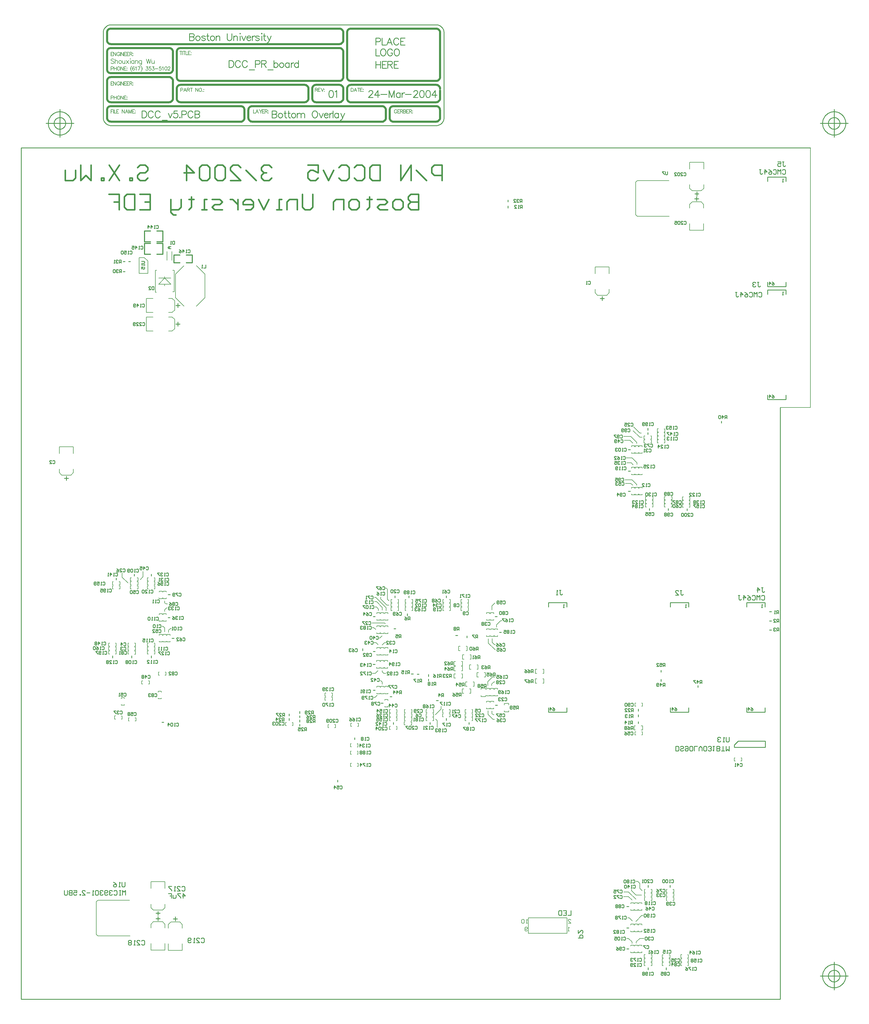
<source format=gbo>
%FSLAX24Y24*%
%MOIN*%
G70*
G01*
G75*
%ADD10R,0.0787X0.0709*%
%ADD11R,0.1063X0.0236*%
%ADD12C,0.0220*%
%ADD13C,0.0220*%
%ADD14R,0.0315X0.0354*%
%ADD15C,0.0157*%
%ADD16R,0.0118X0.0591*%
%ADD17C,0.0177*%
%ADD18R,0.0118X0.0591*%
%ADD19R,0.0591X0.0118*%
%ADD20C,0.0230*%
%ADD21R,0.0591X0.0118*%
%ADD22R,0.1063X0.0236*%
%ADD23R,0.0787X0.0157*%
%ADD24R,0.0157X0.0787*%
%ADD25R,0.0354X0.0315*%
%ADD26R,0.0366X0.0291*%
%ADD27R,0.0291X0.0366*%
%ADD28R,0.0701X0.0165*%
%ADD29R,0.0701X0.0165*%
%ADD30R,0.0413X0.0177*%
%ADD31R,0.0315X0.0354*%
%ADD32C,0.0100*%
%ADD33C,0.0060*%
%ADD34C,0.0220*%
%ADD35C,0.0500*%
%ADD36C,0.0120*%
%ADD37C,0.0080*%
%ADD38C,0.0200*%
%ADD39C,0.0250*%
%ADD40C,0.0090*%
%ADD41C,0.0050*%
%ADD42C,0.0500*%
%ADD43C,0.0270*%
%ADD44C,0.0720*%
%ADD45C,0.0200*%
%ADD46C,0.2165*%
%ADD47C,0.2165*%
%ADD48C,0.0750*%
%ADD49C,0.0591*%
%ADD50C,0.0250*%
%ADD51C,0.0240*%
%ADD52C,0.0256*%
%ADD53R,0.1000X0.0420*%
%ADD54R,0.4100X0.4250*%
%ADD55R,0.0945X0.0236*%
%ADD56R,0.1063X0.1004*%
%ADD57R,0.0240X0.0800*%
%ADD58R,0.0600X0.1000*%
%ADD59R,0.0600X0.0600*%
%ADD60R,0.1004X0.1063*%
%ADD61R,0.0256X0.0531*%
%ADD62R,0.1500X0.1100*%
%ADD63R,0.1100X0.1150*%
%ADD64C,0.0400*%
%ADD65C,0.0150*%
%ADD66R,1.2992X2.7953*%
%ADD67R,0.5276X0.2087*%
%ADD68R,0.3110X0.1890*%
%ADD69R,0.0700X0.4200*%
%ADD70R,0.1200X0.0420*%
%ADD71R,0.1000X0.0500*%
%ADD72R,1.6600X1.3550*%
%ADD73R,0.1500X0.1950*%
%ADD74R,0.0950X0.0400*%
%ADD75R,0.0600X0.1250*%
%ADD76R,0.2250X0.1100*%
%ADD77R,0.3850X0.4850*%
%ADD78R,0.0500X0.1100*%
%ADD79R,0.3600X0.4000*%
%ADD80R,1.2450X0.8500*%
%ADD81R,0.1400X0.2750*%
%ADD82R,0.3110X0.1890*%
%ADD83R,0.3071X0.2047*%
%ADD84R,1.5551X1.5472*%
%ADD85R,0.1050X0.1000*%
%ADD86R,0.1000X0.1000*%
%ADD87R,1.7100X1.7400*%
%ADD88C,0.0079*%
D32*
X124546Y21420D02*
X124796D01*
X58137Y58971D02*
Y59221D01*
X63137Y69522D02*
Y69772D01*
X124743Y80475D02*
X124993D01*
X129908Y77987D02*
Y78237D01*
X130143Y29365D02*
Y29615D01*
X90450Y59898D02*
Y60148D01*
X101246Y66727D02*
Y66977D01*
X65303Y67113D02*
X65553D01*
X96403Y66727D02*
Y66977D01*
X108100Y62264D02*
X108350D01*
X60616Y58971D02*
Y59221D01*
X60931Y69522D02*
Y69772D01*
X124546Y26892D02*
X124796D01*
X104159Y50389D02*
Y50639D01*
X91791Y54806D02*
X92041D01*
X64500Y50648D02*
X64750D01*
X132349Y77948D02*
Y78198D01*
X129631Y18735D02*
Y18985D01*
X142742Y106872D02*
Y107443D01*
Y106872D02*
X145105D01*
Y107443D01*
X142742Y120435D02*
Y121006D01*
X145105D01*
Y120435D02*
Y121006D01*
X142388Y65514D02*
Y66084D01*
X140026D02*
X142388D01*
X140026Y65514D02*
Y66084D01*
X142388Y51951D02*
Y52521D01*
X140026Y51951D02*
X142388D01*
X140026D02*
Y52521D01*
X114435Y51951D02*
Y52521D01*
Y51951D02*
X116797D01*
Y52521D01*
X114435Y65514D02*
Y66084D01*
X116797D01*
Y65514D02*
Y66084D01*
X145105Y105868D02*
Y106439D01*
X142742D02*
X145105D01*
X142742Y105868D02*
Y106439D01*
X145105Y92305D02*
Y92876D01*
X142742Y92305D02*
X145105D01*
X142742D02*
Y92876D01*
X94593Y66727D02*
Y66977D01*
X107578Y52876D02*
X107828D01*
X127270Y87790D02*
Y88040D01*
X65806Y61497D02*
X66056D01*
X91791Y64293D02*
X92041D01*
X92814Y53111D02*
X93064D01*
X107539Y64293D02*
X107789D01*
X91791Y59806D02*
X92041D01*
X124743Y85828D02*
X124993D01*
X63137Y58971D02*
Y59221D01*
X124743Y83072D02*
X124993D01*
X99120Y50389D02*
Y50639D01*
X65294Y64176D02*
X65544D01*
X58608Y69011D02*
Y69261D01*
X94396Y50389D02*
Y50639D01*
X91775Y58121D02*
X92025D01*
X101246Y50900D02*
Y51150D01*
X102450Y61848D02*
X102700D01*
X103900Y61548D02*
Y61798D01*
X99950Y53448D02*
X100200D01*
X142972Y63741D02*
X143222D01*
X128962Y55940D02*
Y56190D01*
X93956Y53977D02*
X94206D01*
X82309Y50704D02*
Y50954D01*
X82310Y50152D02*
Y50402D01*
X98924Y55979D02*
Y56229D01*
X97460Y56872D02*
X97710D01*
X96706Y56898D02*
X96956D01*
X142972Y62560D02*
X143222D01*
X142972Y64922D02*
X143222D01*
X80932Y50900D02*
Y51150D01*
X82309Y51806D02*
Y52056D01*
X82310Y51255D02*
Y51505D01*
X89395Y48420D02*
Y48670D01*
X98924Y56570D02*
Y56820D01*
X87191Y42948D02*
Y43198D01*
X80931Y51491D02*
Y51741D01*
X127467Y77987D02*
Y78237D01*
X126052Y51373D02*
Y51623D01*
Y50489D02*
Y50739D01*
X130183Y51951D02*
Y52521D01*
Y51951D02*
X132545D01*
Y52521D01*
X130183Y65514D02*
Y66084D01*
X132545D01*
Y65514D02*
Y66084D01*
X136759Y89247D02*
Y89497D01*
X127270Y88341D02*
Y88591D01*
X133727Y55152D02*
Y55402D01*
X126050Y52098D02*
Y52348D01*
X96200Y64398D02*
Y64648D01*
X94468Y62719D02*
X94718D01*
X127309Y29365D02*
Y29615D01*
X124546Y24136D02*
X124796D01*
X127310Y18735D02*
Y18985D01*
X138437Y47421D02*
X142437D01*
Y48221D01*
X138937D02*
X142437D01*
X138437Y47721D02*
X138937Y48221D01*
X138437Y47421D02*
Y47721D01*
X128962Y57121D02*
Y57371D01*
X109199Y117003D02*
Y117253D01*
Y117790D02*
Y118040D01*
X60200Y110098D02*
X60450D01*
X59500D02*
X59750D01*
X59500Y108798D02*
X59750D01*
X59790Y28348D02*
Y28948D01*
X59590Y28748D01*
X59390Y28948D01*
Y28348D01*
X59190Y28948D02*
X58990D01*
X59090D01*
Y28348D01*
X59190D01*
X58990D01*
X58290Y28848D02*
X58390Y28948D01*
X58590D01*
X58690Y28848D01*
Y28448D01*
X58590Y28348D01*
X58390D01*
X58290Y28448D01*
X58090Y28848D02*
X57990Y28948D01*
X57790D01*
X57690Y28848D01*
Y28748D01*
X57790Y28648D01*
X57890D01*
X57790D01*
X57690Y28548D01*
Y28448D01*
X57790Y28348D01*
X57990D01*
X58090Y28448D01*
X57490D02*
X57390Y28348D01*
X57190D01*
X57090Y28448D01*
Y28848D01*
X57190Y28948D01*
X57390D01*
X57490Y28848D01*
Y28748D01*
X57390Y28648D01*
X57090D01*
X56891Y28848D02*
X56791Y28948D01*
X56591D01*
X56491Y28848D01*
Y28748D01*
X56591Y28648D01*
X56691D01*
X56591D01*
X56491Y28548D01*
Y28448D01*
X56591Y28348D01*
X56791D01*
X56891Y28448D01*
X56291Y28848D02*
X56191Y28948D01*
X55991D01*
X55891Y28848D01*
Y28448D01*
X55991Y28348D01*
X56191D01*
X56291Y28448D01*
Y28848D01*
X55691Y28348D02*
X55491D01*
X55591D01*
Y28948D01*
X55691Y28848D01*
X55191Y28648D02*
X54791D01*
X54191Y28348D02*
X54591D01*
X54191Y28748D01*
Y28848D01*
X54291Y28948D01*
X54491D01*
X54591Y28848D01*
X53991Y28348D02*
Y28448D01*
X53891D01*
Y28348D01*
X53991D01*
X53092Y28948D02*
X53492D01*
Y28648D01*
X53292Y28748D01*
X53192D01*
X53092Y28648D01*
Y28448D01*
X53192Y28348D01*
X53392D01*
X53492Y28448D01*
X52892Y28948D02*
Y28348D01*
X52592D01*
X52492Y28448D01*
Y28548D01*
X52592Y28648D01*
X52892D01*
X52592D01*
X52492Y28748D01*
Y28848D01*
X52592Y28948D01*
X52892D01*
X52292D02*
Y28448D01*
X52192Y28348D01*
X51992D01*
X51892Y28448D01*
Y28948D01*
X59750Y30011D02*
Y29511D01*
X59650Y29411D01*
X59450D01*
X59350Y29511D01*
Y30011D01*
X59150Y29411D02*
X58950D01*
X59050D01*
Y30011D01*
X59150Y29911D01*
X58251Y30011D02*
X58451Y29911D01*
X58651Y29711D01*
Y29511D01*
X58551Y29411D01*
X58351D01*
X58251Y29511D01*
Y29611D01*
X58351Y29711D01*
X58651D01*
X129790Y121701D02*
Y121368D01*
X129723Y121301D01*
X129590D01*
X129523Y121368D01*
Y121701D01*
X129390D02*
X129123D01*
Y121634D01*
X129390Y121368D01*
Y121301D01*
X125325Y49723D02*
Y50123D01*
X125125D01*
X125058Y50056D01*
Y49923D01*
X125125Y49856D01*
X125325D01*
X125192D02*
X125058Y49723D01*
X124659Y50123D02*
X124792Y50056D01*
X124925Y49923D01*
Y49790D01*
X124858Y49723D01*
X124725D01*
X124659Y49790D01*
Y49856D01*
X124725Y49923D01*
X124925D01*
X124525Y50056D02*
X124459Y50123D01*
X124325D01*
X124259Y50056D01*
Y49990D01*
X124325Y49923D01*
X124259Y49856D01*
Y49790D01*
X124325Y49723D01*
X124459D01*
X124525Y49790D01*
Y49856D01*
X124459Y49923D01*
X124525Y49990D01*
Y50056D01*
X124459Y49923D02*
X124325D01*
X112425Y55773D02*
Y56173D01*
X112225D01*
X112158Y56106D01*
Y55973D01*
X112225Y55906D01*
X112425D01*
X112292D02*
X112158Y55773D01*
X111759Y56173D02*
X111892Y56106D01*
X112025Y55973D01*
Y55840D01*
X111958Y55773D01*
X111825D01*
X111759Y55840D01*
Y55906D01*
X111825Y55973D01*
X112025D01*
X111625Y56173D02*
X111359D01*
Y56106D01*
X111625Y55840D01*
Y55773D01*
X112425Y57073D02*
Y57473D01*
X112225D01*
X112158Y57406D01*
Y57273D01*
X112225Y57206D01*
X112425D01*
X112292D02*
X112158Y57073D01*
X111759Y57473D02*
X111892Y57406D01*
X112025Y57273D01*
Y57140D01*
X111958Y57073D01*
X111825D01*
X111759Y57140D01*
Y57206D01*
X111825Y57273D01*
X112025D01*
X111359Y57473D02*
X111492Y57406D01*
X111625Y57273D01*
Y57140D01*
X111559Y57073D01*
X111425D01*
X111359Y57140D01*
Y57206D01*
X111425Y57273D01*
X111625D01*
X107525Y56623D02*
Y57023D01*
X107325D01*
X107258Y56956D01*
Y56823D01*
X107325Y56756D01*
X107525D01*
X107392D02*
X107258Y56623D01*
X106859Y57023D02*
X106992Y56956D01*
X107125Y56823D01*
Y56690D01*
X107058Y56623D01*
X106925D01*
X106859Y56690D01*
Y56756D01*
X106925Y56823D01*
X107125D01*
X106459Y57023D02*
X106725D01*
Y56823D01*
X106592Y56890D01*
X106525D01*
X106459Y56823D01*
Y56690D01*
X106525Y56623D01*
X106659D01*
X106725Y56690D01*
X102075Y57373D02*
Y57773D01*
X101875D01*
X101808Y57706D01*
Y57573D01*
X101875Y57506D01*
X102075D01*
X101942D02*
X101808Y57373D01*
X101409Y57773D02*
X101542Y57706D01*
X101675Y57573D01*
Y57440D01*
X101608Y57373D01*
X101475D01*
X101409Y57440D01*
Y57506D01*
X101475Y57573D01*
X101675D01*
X101075Y57373D02*
Y57773D01*
X101275Y57573D01*
X101009D01*
X106875Y57573D02*
Y57973D01*
X106675D01*
X106608Y57906D01*
Y57773D01*
X106675Y57706D01*
X106875D01*
X106742D02*
X106608Y57573D01*
X106209Y57973D02*
X106342Y57906D01*
X106475Y57773D01*
Y57640D01*
X106408Y57573D01*
X106275D01*
X106209Y57640D01*
Y57706D01*
X106275Y57773D01*
X106475D01*
X106075Y57906D02*
X106009Y57973D01*
X105875D01*
X105809Y57906D01*
Y57840D01*
X105875Y57773D01*
X105942D01*
X105875D01*
X105809Y57706D01*
Y57640D01*
X105875Y57573D01*
X106009D01*
X106075Y57640D01*
X102075Y58073D02*
Y58473D01*
X101875D01*
X101808Y58406D01*
Y58273D01*
X101875Y58206D01*
X102075D01*
X101942D02*
X101808Y58073D01*
X101409Y58473D02*
X101542Y58406D01*
X101675Y58273D01*
Y58140D01*
X101608Y58073D01*
X101475D01*
X101409Y58140D01*
Y58206D01*
X101475Y58273D01*
X101675D01*
X101009Y58073D02*
X101275D01*
X101009Y58340D01*
Y58406D01*
X101075Y58473D01*
X101209D01*
X101275Y58406D01*
X105575Y58873D02*
Y59273D01*
X105375D01*
X105308Y59206D01*
Y59073D01*
X105375Y59006D01*
X105575D01*
X105442D02*
X105308Y58873D01*
X104909Y59273D02*
X105042Y59206D01*
X105175Y59073D01*
Y58940D01*
X105108Y58873D01*
X104975D01*
X104909Y58940D01*
Y59006D01*
X104975Y59073D01*
X105175D01*
X104775Y58873D02*
X104642D01*
X104709D01*
Y59273D01*
X104775Y59206D01*
X105325Y59973D02*
Y60373D01*
X105125D01*
X105058Y60306D01*
Y60173D01*
X105125Y60106D01*
X105325D01*
X105192D02*
X105058Y59973D01*
X104659Y60373D02*
X104792Y60306D01*
X104925Y60173D01*
Y60040D01*
X104858Y59973D01*
X104725D01*
X104659Y60040D01*
Y60106D01*
X104725Y60173D01*
X104925D01*
X104525Y60306D02*
X104459Y60373D01*
X104325D01*
X104259Y60306D01*
Y60040D01*
X104325Y59973D01*
X104459D01*
X104525Y60040D01*
Y60306D01*
X110525Y52373D02*
Y52773D01*
X110325D01*
X110258Y52706D01*
Y52573D01*
X110325Y52506D01*
X110525D01*
X110392D02*
X110258Y52373D01*
X109859Y52773D02*
X110125D01*
Y52573D01*
X109992Y52640D01*
X109925D01*
X109859Y52573D01*
Y52440D01*
X109925Y52373D01*
X110058D01*
X110125Y52440D01*
X109725D02*
X109659Y52373D01*
X109525D01*
X109459Y52440D01*
Y52706D01*
X109525Y52773D01*
X109659D01*
X109725Y52706D01*
Y52640D01*
X109659Y52573D01*
X109459D01*
X106375Y55173D02*
Y55573D01*
X106175D01*
X106108Y55506D01*
Y55373D01*
X106175Y55306D01*
X106375D01*
X106242D02*
X106108Y55173D01*
X105709Y55573D02*
X105975D01*
Y55373D01*
X105842Y55440D01*
X105775D01*
X105709Y55373D01*
Y55240D01*
X105775Y55173D01*
X105908D01*
X105975Y55240D01*
X105575Y55506D02*
X105509Y55573D01*
X105375D01*
X105309Y55506D01*
Y55440D01*
X105375Y55373D01*
X105309Y55306D01*
Y55240D01*
X105375Y55173D01*
X105509D01*
X105575Y55240D01*
Y55306D01*
X105509Y55373D01*
X105575Y55440D01*
Y55506D01*
X105509Y55373D02*
X105375D01*
X103125Y54023D02*
Y54423D01*
X102925D01*
X102858Y54356D01*
Y54223D01*
X102925Y54156D01*
X103125D01*
X102992D02*
X102858Y54023D01*
X102459Y54423D02*
X102725D01*
Y54223D01*
X102592Y54290D01*
X102525D01*
X102459Y54223D01*
Y54090D01*
X102525Y54023D01*
X102658D01*
X102725Y54090D01*
X102059Y54423D02*
X102192Y54356D01*
X102325Y54223D01*
Y54090D01*
X102259Y54023D01*
X102125D01*
X102059Y54090D01*
Y54156D01*
X102125Y54223D01*
X102325D01*
X103525Y55323D02*
Y55723D01*
X103325D01*
X103258Y55656D01*
Y55523D01*
X103325Y55456D01*
X103525D01*
X103392D02*
X103258Y55323D01*
X102859Y55723D02*
X103125D01*
Y55523D01*
X102992Y55590D01*
X102925D01*
X102859Y55523D01*
Y55390D01*
X102925Y55323D01*
X103058D01*
X103125Y55390D01*
X102525Y55323D02*
Y55723D01*
X102725Y55523D01*
X102459D01*
X101875Y56473D02*
Y56873D01*
X101675D01*
X101608Y56806D01*
Y56673D01*
X101675Y56606D01*
X101875D01*
X101742D02*
X101608Y56473D01*
X101209D02*
X101475D01*
X101209Y56740D01*
Y56806D01*
X101275Y56873D01*
X101408D01*
X101475Y56806D01*
X101075D02*
X101009Y56873D01*
X100875D01*
X100809Y56806D01*
Y56740D01*
X100875Y56673D01*
X100942D01*
X100875D01*
X100809Y56606D01*
Y56540D01*
X100875Y56473D01*
X101009D01*
X101075Y56540D01*
X117325Y26373D02*
Y25773D01*
X116925D01*
X116325Y26373D02*
X116725D01*
Y25773D01*
X116325D01*
X116725Y26073D02*
X116525D01*
X116125Y26373D02*
Y25773D01*
X115825D01*
X115725Y25873D01*
Y26273D01*
X115825Y26373D01*
X116125D01*
X118275Y22823D02*
X118875D01*
Y23123D01*
X118775Y23223D01*
X118575D01*
X118475Y23123D01*
Y22823D01*
X118275Y23823D02*
Y23423D01*
X118675Y23823D01*
X118775D01*
X118875Y23723D01*
Y23523D01*
X118775Y23423D01*
X125108Y53056D02*
X125175Y53123D01*
X125308D01*
X125375Y53056D01*
Y52790D01*
X125308Y52723D01*
X125175D01*
X125108Y52790D01*
X124975D02*
X124908Y52723D01*
X124775D01*
X124709Y52790D01*
Y53056D01*
X124775Y53123D01*
X124908D01*
X124975Y53056D01*
Y52990D01*
X124908Y52923D01*
X124709D01*
X124575Y53056D02*
X124509Y53123D01*
X124375D01*
X124309Y53056D01*
Y52790D01*
X124375Y52723D01*
X124509D01*
X124575Y52790D01*
Y53056D01*
X125058Y49356D02*
X125125Y49423D01*
X125258D01*
X125325Y49356D01*
Y49090D01*
X125258Y49023D01*
X125125D01*
X125058Y49090D01*
X124659Y49423D02*
X124925D01*
Y49223D01*
X124792Y49290D01*
X124725D01*
X124659Y49223D01*
Y49090D01*
X124725Y49023D01*
X124858D01*
X124925Y49090D01*
X124259Y49423D02*
X124392Y49356D01*
X124525Y49223D01*
Y49090D01*
X124459Y49023D01*
X124325D01*
X124259Y49090D01*
Y49156D01*
X124325Y49223D01*
X124525D01*
X127708Y89256D02*
X127775Y89323D01*
X127908D01*
X127975Y89256D01*
Y88990D01*
X127908Y88923D01*
X127775D01*
X127708Y88990D01*
X127575Y88923D02*
X127442D01*
X127508D01*
Y89323D01*
X127575Y89256D01*
X127242Y88990D02*
X127175Y88923D01*
X127042D01*
X126975Y88990D01*
Y89256D01*
X127042Y89323D01*
X127175D01*
X127242Y89256D01*
Y89190D01*
X127175Y89123D01*
X126975D01*
X126842Y88990D02*
X126775Y88923D01*
X126642D01*
X126575Y88990D01*
Y89256D01*
X126642Y89323D01*
X126775D01*
X126842Y89256D01*
Y89190D01*
X126775Y89123D01*
X126575D01*
X95375Y61573D02*
Y61973D01*
X95175D01*
X95108Y61906D01*
Y61773D01*
X95175Y61706D01*
X95375D01*
X95242D02*
X95108Y61573D01*
X94709Y61973D02*
X94975D01*
Y61773D01*
X94842Y61840D01*
X94775D01*
X94709Y61773D01*
Y61640D01*
X94775Y61573D01*
X94908D01*
X94975Y61640D01*
X96525Y63873D02*
Y64273D01*
X96325D01*
X96258Y64206D01*
Y64073D01*
X96325Y64006D01*
X96525D01*
X96392D02*
X96258Y63873D01*
X95859Y64273D02*
X95992Y64206D01*
X96125Y64073D01*
Y63940D01*
X96058Y63873D01*
X95925D01*
X95859Y63940D01*
Y64006D01*
X95925Y64073D01*
X96125D01*
X130875Y46973D02*
Y47573D01*
X131175D01*
X131275Y47473D01*
Y47073D01*
X131175Y46973D01*
X130875D01*
X131875Y47073D02*
X131775Y46973D01*
X131575D01*
X131475Y47073D01*
Y47173D01*
X131575Y47273D01*
X131775D01*
X131875Y47373D01*
Y47473D01*
X131775Y47573D01*
X131575D01*
X131475Y47473D01*
X132075D02*
X132175Y47573D01*
X132375D01*
X132474Y47473D01*
Y47073D01*
X132375Y46973D01*
X132175D01*
X132075Y47073D01*
Y47173D01*
X132175Y47273D01*
X132474D01*
X132674Y47073D02*
X132774Y46973D01*
X132974D01*
X133074Y47073D01*
Y47473D01*
X132974Y47573D01*
X132774D01*
X132674Y47473D01*
Y47073D01*
X133274Y46973D02*
Y47573D01*
X133674D01*
X133874Y46973D02*
Y47373D01*
X134074Y47573D01*
X134274Y47373D01*
Y46973D01*
X134474Y47073D02*
X134574Y46973D01*
X134774D01*
X134874Y47073D01*
Y47473D01*
X134774Y47573D01*
X134574D01*
X134474Y47473D01*
Y47073D01*
X135074D02*
X135174Y46973D01*
X135374D01*
X135474Y47073D01*
Y47173D01*
X135374Y47273D01*
X135274D01*
X135374D01*
X135474Y47373D01*
Y47473D01*
X135374Y47573D01*
X135174D01*
X135074Y47473D01*
X135673Y47573D02*
X135873D01*
X135773D01*
Y46973D01*
X135673Y47073D01*
X136173Y46973D02*
Y47573D01*
X136473D01*
X136573Y47473D01*
Y47373D01*
X136473Y47273D01*
X136173D01*
X136473D01*
X136573Y47173D01*
Y47073D01*
X136473Y46973D01*
X136173D01*
X136773D02*
X137173D01*
X136973D01*
Y47573D01*
X137373D02*
Y46973D01*
X137573Y47173D01*
X137773Y46973D01*
Y47573D01*
X137775Y48723D02*
Y48223D01*
X137675Y48123D01*
X137475D01*
X137375Y48223D01*
Y48723D01*
X137175Y48123D02*
X136975D01*
X137075D01*
Y48723D01*
X137175Y48623D01*
X136675D02*
X136575Y48723D01*
X136375D01*
X136275Y48623D01*
Y48523D01*
X136375Y48423D01*
X136475D01*
X136375D01*
X136275Y48323D01*
Y48223D01*
X136375Y48123D01*
X136575D01*
X136675Y48223D01*
X127958Y27456D02*
X128025Y27523D01*
X128158D01*
X128225Y27456D01*
Y27190D01*
X128158Y27123D01*
X128025D01*
X127958Y27190D01*
X127825Y27123D02*
X127692D01*
X127758D01*
Y27523D01*
X127825Y27456D01*
X127492Y27123D02*
X127359D01*
X127425D01*
Y27523D01*
X127492Y27456D01*
X127159D02*
X127092Y27523D01*
X126959D01*
X126892Y27456D01*
Y27390D01*
X126959Y27323D01*
X126892Y27256D01*
Y27190D01*
X126959Y27123D01*
X127092D01*
X127159Y27190D01*
Y27256D01*
X127092Y27323D01*
X127159Y27390D01*
Y27456D01*
X127092Y27323D02*
X126959D01*
X129475Y57873D02*
Y58273D01*
X129275D01*
X129208Y58206D01*
Y58073D01*
X129275Y58006D01*
X129475D01*
X129342D02*
X129208Y57873D01*
X128809Y58273D02*
X129075D01*
Y58073D01*
X128942Y58140D01*
X128875D01*
X128809Y58073D01*
Y57940D01*
X128875Y57873D01*
X129008D01*
X129075Y57940D01*
X128409Y57873D02*
X128675D01*
X128409Y58140D01*
Y58206D01*
X128475Y58273D01*
X128609D01*
X128675Y58206D01*
X137467Y89844D02*
Y90244D01*
X137267D01*
X137200Y90178D01*
Y90044D01*
X137267Y89978D01*
X137467D01*
X137333D02*
X137200Y89844D01*
X136867D02*
Y90244D01*
X137067Y90044D01*
X136800D01*
X136667Y90178D02*
X136600Y90244D01*
X136467D01*
X136400Y90178D01*
Y89911D01*
X136467Y89844D01*
X136600D01*
X136667Y89911D01*
Y90178D01*
X90958Y48656D02*
X91025Y48723D01*
X91158D01*
X91225Y48656D01*
Y48390D01*
X91158Y48323D01*
X91025D01*
X90958Y48390D01*
X90825Y48323D02*
X90692D01*
X90758D01*
Y48723D01*
X90825Y48656D01*
X90492D02*
X90425Y48723D01*
X90292D01*
X90225Y48656D01*
Y48590D01*
X90292Y48523D01*
X90225Y48456D01*
Y48390D01*
X90292Y48323D01*
X90425D01*
X90492Y48390D01*
Y48456D01*
X90425Y48523D01*
X90492Y48590D01*
Y48656D01*
X90425Y48523D02*
X90292D01*
X87508Y42406D02*
X87575Y42473D01*
X87708D01*
X87775Y42406D01*
Y42140D01*
X87708Y42073D01*
X87575D01*
X87508Y42140D01*
X87109Y42473D02*
X87375D01*
Y42273D01*
X87242Y42340D01*
X87175D01*
X87109Y42273D01*
Y42140D01*
X87175Y42073D01*
X87308D01*
X87375Y42140D01*
X86775Y42073D02*
Y42473D01*
X86975Y42273D01*
X86709D01*
X125325Y51273D02*
Y51673D01*
X125125D01*
X125058Y51606D01*
Y51473D01*
X125125Y51406D01*
X125325D01*
X125192D02*
X125058Y51273D01*
X124925D02*
X124792D01*
X124858D01*
Y51673D01*
X124925Y51606D01*
X124592D02*
X124525Y51673D01*
X124392D01*
X124325Y51606D01*
Y51540D01*
X124392Y51473D01*
X124459D01*
X124392D01*
X124325Y51406D01*
Y51340D01*
X124392Y51273D01*
X124525D01*
X124592Y51340D01*
X125275Y50423D02*
Y50823D01*
X125075D01*
X125008Y50756D01*
Y50623D01*
X125075Y50556D01*
X125275D01*
X125142D02*
X125008Y50423D01*
X124875D02*
X124742D01*
X124808D01*
Y50823D01*
X124875Y50756D01*
X124342Y50423D02*
Y50823D01*
X124542Y50623D01*
X124275D01*
X105358Y52306D02*
X105425Y52373D01*
X105558D01*
X105625Y52306D01*
Y52040D01*
X105558Y51973D01*
X105425D01*
X105358Y52040D01*
X104959Y52373D02*
X105225D01*
Y52173D01*
X105092Y52240D01*
X105025D01*
X104959Y52173D01*
Y52040D01*
X105025Y51973D01*
X105158D01*
X105225Y52040D01*
X97708Y51706D02*
X97775Y51773D01*
X97908D01*
X97975Y51706D01*
Y51440D01*
X97908Y51373D01*
X97775D01*
X97708Y51440D01*
X97309Y51773D02*
X97442Y51706D01*
X97575Y51573D01*
Y51440D01*
X97508Y51373D01*
X97375D01*
X97309Y51440D01*
Y51506D01*
X97375Y51573D01*
X97575D01*
X102608Y65906D02*
X102675Y65973D01*
X102808D01*
X102875Y65906D01*
Y65640D01*
X102808Y65573D01*
X102675D01*
X102608Y65640D01*
X102475Y65906D02*
X102408Y65973D01*
X102275D01*
X102209Y65906D01*
Y65840D01*
X102275Y65773D01*
X102209Y65706D01*
Y65640D01*
X102275Y65573D01*
X102408D01*
X102475Y65640D01*
Y65706D01*
X102408Y65773D01*
X102475Y65840D01*
Y65906D01*
X102408Y65773D02*
X102275D01*
X103808Y64856D02*
X103875Y64923D01*
X104008D01*
X104075Y64856D01*
Y64590D01*
X104008Y64523D01*
X103875D01*
X103808Y64590D01*
X103675D02*
X103608Y64523D01*
X103475D01*
X103409Y64590D01*
Y64856D01*
X103475Y64923D01*
X103608D01*
X103675Y64856D01*
Y64790D01*
X103608Y64723D01*
X103409D01*
X105808Y51706D02*
X105875Y51773D01*
X106008D01*
X106075Y51706D01*
Y51440D01*
X106008Y51373D01*
X105875D01*
X105808Y51440D01*
X105409Y51373D02*
X105675D01*
X105409Y51640D01*
Y51706D01*
X105475Y51773D01*
X105608D01*
X105675Y51706D01*
X105009Y51373D02*
X105275D01*
X105009Y51640D01*
Y51706D01*
X105075Y51773D01*
X105209D01*
X105275Y51706D01*
X97858Y52256D02*
X97925Y52323D01*
X98058D01*
X98125Y52256D01*
Y51990D01*
X98058Y51923D01*
X97925D01*
X97858Y51990D01*
X97459Y51923D02*
X97725D01*
X97459Y52190D01*
Y52256D01*
X97525Y52323D01*
X97658D01*
X97725Y52256D01*
X97325Y51990D02*
X97259Y51923D01*
X97125D01*
X97059Y51990D01*
Y52256D01*
X97125Y52323D01*
X97259D01*
X97325Y52256D01*
Y52190D01*
X97259Y52123D01*
X97059D01*
X92308Y56256D02*
X92375Y56323D01*
X92508D01*
X92575Y56256D01*
Y55990D01*
X92508Y55923D01*
X92375D01*
X92308Y55990D01*
X91975Y55923D02*
Y56323D01*
X92175Y56123D01*
X91909D01*
X91509Y55923D02*
X91775D01*
X91509Y56190D01*
Y56256D01*
X91575Y56323D01*
X91709D01*
X91775Y56256D01*
X108558Y60156D02*
X108625Y60223D01*
X108758D01*
X108825Y60156D01*
Y59890D01*
X108758Y59823D01*
X108625D01*
X108558Y59890D01*
X108159Y60223D02*
X108292Y60156D01*
X108425Y60023D01*
Y59890D01*
X108358Y59823D01*
X108225D01*
X108159Y59890D01*
Y59956D01*
X108225Y60023D01*
X108425D01*
X107759Y60223D02*
X108025D01*
Y60023D01*
X107892Y60090D01*
X107825D01*
X107759Y60023D01*
Y59890D01*
X107825Y59823D01*
X107959D01*
X108025Y59890D01*
X108508Y60806D02*
X108575Y60873D01*
X108708D01*
X108775Y60806D01*
Y60540D01*
X108708Y60473D01*
X108575D01*
X108508Y60540D01*
X108109Y60873D02*
X108242Y60806D01*
X108375Y60673D01*
Y60540D01*
X108308Y60473D01*
X108175D01*
X108109Y60540D01*
Y60606D01*
X108175Y60673D01*
X108375D01*
X107709Y60873D02*
X107842Y60806D01*
X107975Y60673D01*
Y60540D01*
X107909Y60473D01*
X107775D01*
X107709Y60540D01*
Y60606D01*
X107775Y60673D01*
X107975D01*
X98358Y65906D02*
X98425Y65973D01*
X98558D01*
X98625Y65906D01*
Y65640D01*
X98558Y65573D01*
X98425D01*
X98358Y65640D01*
X98225Y65573D02*
X98092D01*
X98158D01*
Y65973D01*
X98225Y65906D01*
X97892D02*
X97825Y65973D01*
X97692D01*
X97625Y65906D01*
Y65640D01*
X97692Y65573D01*
X97825D01*
X97892Y65640D01*
Y65906D01*
X97225Y65573D02*
X97492D01*
X97225Y65840D01*
Y65906D01*
X97292Y65973D01*
X97425D01*
X97492Y65906D01*
X62458Y70656D02*
X62525Y70723D01*
X62658D01*
X62725Y70656D01*
Y70390D01*
X62658Y70323D01*
X62525D01*
X62458Y70390D01*
X62125Y70323D02*
Y70723D01*
X62325Y70523D01*
X62059D01*
X61659Y70723D02*
X61925D01*
Y70523D01*
X61792Y70590D01*
X61725D01*
X61659Y70523D01*
Y70390D01*
X61725Y70323D01*
X61859D01*
X61925Y70390D01*
X127808Y26756D02*
X127875Y26823D01*
X128008D01*
X128075Y26756D01*
Y26490D01*
X128008Y26423D01*
X127875D01*
X127808Y26490D01*
X127475Y26423D02*
Y26823D01*
X127675Y26623D01*
X127409D01*
X127009Y26823D02*
X127142Y26756D01*
X127275Y26623D01*
Y26490D01*
X127209Y26423D01*
X127075D01*
X127009Y26490D01*
Y26556D01*
X127075Y26623D01*
X127275D01*
X102808Y51606D02*
X102875Y51673D01*
X103008D01*
X103075Y51606D01*
Y51340D01*
X103008Y51273D01*
X102875D01*
X102808Y51340D01*
X102475Y51273D02*
Y51673D01*
X102675Y51473D01*
X102409D01*
X102275Y51673D02*
X102009D01*
Y51606D01*
X102275Y51340D01*
Y51273D01*
X62708Y56656D02*
X62775Y56723D01*
X62908D01*
X62975Y56656D01*
Y56390D01*
X62908Y56323D01*
X62775D01*
X62708Y56390D01*
X62375Y56323D02*
Y56723D01*
X62575Y56523D01*
X62309D01*
X62175Y56656D02*
X62109Y56723D01*
X61975D01*
X61909Y56656D01*
Y56590D01*
X61975Y56523D01*
X61909Y56456D01*
Y56390D01*
X61975Y56323D01*
X62109D01*
X62175Y56390D01*
Y56456D01*
X62109Y56523D01*
X62175Y56590D01*
Y56656D01*
X62109Y56523D02*
X61975D01*
X123758Y87056D02*
X123825Y87123D01*
X123958D01*
X124025Y87056D01*
Y86790D01*
X123958Y86723D01*
X123825D01*
X123758Y86790D01*
X123425Y86723D02*
Y87123D01*
X123625Y86923D01*
X123359D01*
X123225Y86790D02*
X123159Y86723D01*
X123025D01*
X122959Y86790D01*
Y87056D01*
X123025Y87123D01*
X123159D01*
X123225Y87056D01*
Y86990D01*
X123159Y86923D01*
X122959D01*
X59658Y59756D02*
X59725Y59823D01*
X59858D01*
X59925Y59756D01*
Y59490D01*
X59858Y59423D01*
X59725D01*
X59658Y59490D01*
X59525Y59756D02*
X59458Y59823D01*
X59325D01*
X59259Y59756D01*
Y59690D01*
X59325Y59623D01*
X59259Y59556D01*
Y59490D01*
X59325Y59423D01*
X59458D01*
X59525Y59490D01*
Y59556D01*
X59458Y59623D01*
X59525Y59690D01*
Y59756D01*
X59458Y59623D02*
X59325D01*
X59125Y59423D02*
X58992D01*
X59059D01*
Y59823D01*
X59125Y59756D01*
X63558Y54306D02*
X63625Y54373D01*
X63758D01*
X63825Y54306D01*
Y54040D01*
X63758Y53973D01*
X63625D01*
X63558Y54040D01*
X63425Y54306D02*
X63358Y54373D01*
X63225D01*
X63159Y54306D01*
Y54240D01*
X63225Y54173D01*
X63159Y54106D01*
Y54040D01*
X63225Y53973D01*
X63358D01*
X63425Y54040D01*
Y54106D01*
X63358Y54173D01*
X63425Y54240D01*
Y54306D01*
X63358Y54173D02*
X63225D01*
X63025Y54306D02*
X62959Y54373D01*
X62825D01*
X62759Y54306D01*
Y54240D01*
X62825Y54173D01*
X62892D01*
X62825D01*
X62759Y54106D01*
Y54040D01*
X62825Y53973D01*
X62959D01*
X63025Y54040D01*
X131108Y19556D02*
X131175Y19623D01*
X131308D01*
X131375Y19556D01*
Y19290D01*
X131308Y19223D01*
X131175D01*
X131108Y19290D01*
X130975Y19556D02*
X130908Y19623D01*
X130775D01*
X130709Y19556D01*
Y19490D01*
X130775Y19423D01*
X130709Y19356D01*
Y19290D01*
X130775Y19223D01*
X130908D01*
X130975Y19290D01*
Y19356D01*
X130908Y19423D01*
X130975Y19490D01*
Y19556D01*
X130908Y19423D02*
X130775D01*
X130375Y19223D02*
Y19623D01*
X130575Y19423D01*
X130309D01*
X129758Y18356D02*
X129825Y18423D01*
X129958D01*
X130025Y18356D01*
Y18090D01*
X129958Y18023D01*
X129825D01*
X129758Y18090D01*
X129625Y18356D02*
X129558Y18423D01*
X129425D01*
X129359Y18356D01*
Y18290D01*
X129425Y18223D01*
X129359Y18156D01*
Y18090D01*
X129425Y18023D01*
X129558D01*
X129625Y18090D01*
Y18156D01*
X129558Y18223D01*
X129625Y18290D01*
Y18356D01*
X129558Y18223D02*
X129425D01*
X128959Y18423D02*
X129225D01*
Y18223D01*
X129092Y18290D01*
X129025D01*
X128959Y18223D01*
Y18090D01*
X129025Y18023D01*
X129159D01*
X129225Y18090D01*
X66258Y66056D02*
X66325Y66123D01*
X66458D01*
X66525Y66056D01*
Y65790D01*
X66458Y65723D01*
X66325D01*
X66258Y65790D01*
X66125Y66056D02*
X66058Y66123D01*
X65925D01*
X65859Y66056D01*
Y65990D01*
X65925Y65923D01*
X65859Y65856D01*
Y65790D01*
X65925Y65723D01*
X66058D01*
X66125Y65790D01*
Y65856D01*
X66058Y65923D01*
X66125Y65990D01*
Y66056D01*
X66058Y65923D02*
X65925D01*
X65459Y66123D02*
X65592Y66056D01*
X65725Y65923D01*
Y65790D01*
X65659Y65723D01*
X65525D01*
X65459Y65790D01*
Y65856D01*
X65525Y65923D01*
X65725D01*
X66808Y62906D02*
X66875Y62973D01*
X67008D01*
X67075Y62906D01*
Y62640D01*
X67008Y62573D01*
X66875D01*
X66808Y62640D01*
X66675Y62573D02*
X66542D01*
X66608D01*
Y62973D01*
X66675Y62906D01*
X66342D02*
X66275Y62973D01*
X66142D01*
X66075Y62906D01*
Y62640D01*
X66142Y62573D01*
X66275D01*
X66342Y62640D01*
Y62906D01*
X65942Y62573D02*
X65809D01*
X65875D01*
Y62973D01*
X65942Y62906D01*
X101508Y53206D02*
X101575Y53273D01*
X101708D01*
X101775Y53206D01*
Y52940D01*
X101708Y52873D01*
X101575D01*
X101508Y52940D01*
X101375Y52873D02*
X101242D01*
X101308D01*
Y53273D01*
X101375Y53206D01*
X101042Y52873D02*
X100909D01*
X100975D01*
Y53273D01*
X101042Y53206D01*
X100709Y53273D02*
X100442D01*
Y53206D01*
X100709Y52940D01*
Y52873D01*
X93358Y51706D02*
X93425Y51773D01*
X93558D01*
X93625Y51706D01*
Y51440D01*
X93558Y51373D01*
X93425D01*
X93358Y51440D01*
X93225Y51373D02*
X93092D01*
X93158D01*
Y51773D01*
X93225Y51706D01*
X92625Y51373D02*
X92892D01*
X92625Y51640D01*
Y51706D01*
X92692Y51773D01*
X92825D01*
X92892Y51706D01*
X92225Y51773D02*
X92359Y51706D01*
X92492Y51573D01*
Y51440D01*
X92425Y51373D01*
X92292D01*
X92225Y51440D01*
Y51506D01*
X92292Y51573D01*
X92492D01*
X126158Y19506D02*
X126225Y19573D01*
X126358D01*
X126425Y19506D01*
Y19240D01*
X126358Y19173D01*
X126225D01*
X126158Y19240D01*
X126025Y19173D02*
X125892D01*
X125958D01*
Y19573D01*
X126025Y19506D01*
X125425Y19173D02*
X125692D01*
X125425Y19440D01*
Y19506D01*
X125492Y19573D01*
X125625D01*
X125692Y19506D01*
X125292Y19240D02*
X125225Y19173D01*
X125092D01*
X125025Y19240D01*
Y19506D01*
X125092Y19573D01*
X125225D01*
X125292Y19506D01*
Y19440D01*
X125225Y19373D01*
X125025D01*
X134308Y79206D02*
X134375Y79273D01*
X134508D01*
X134575Y79206D01*
Y78940D01*
X134508Y78873D01*
X134375D01*
X134308Y78940D01*
X134175Y78873D02*
X134042D01*
X134108D01*
Y79273D01*
X134175Y79206D01*
X133842D02*
X133775Y79273D01*
X133642D01*
X133575Y79206D01*
Y79140D01*
X133642Y79073D01*
X133709D01*
X133642D01*
X133575Y79006D01*
Y78940D01*
X133642Y78873D01*
X133775D01*
X133842Y78940D01*
X133442Y79206D02*
X133375Y79273D01*
X133242D01*
X133175Y79206D01*
Y79140D01*
X133242Y79073D01*
X133175Y79006D01*
Y78940D01*
X133242Y78873D01*
X133375D01*
X133442Y78940D01*
Y79006D01*
X133375Y79073D01*
X133442Y79140D01*
Y79206D01*
X133375Y79073D02*
X133242D01*
X93358Y52256D02*
X93425Y52323D01*
X93558D01*
X93625Y52256D01*
Y51990D01*
X93558Y51923D01*
X93425D01*
X93358Y51990D01*
X93225Y51923D02*
X93092D01*
X93158D01*
Y52323D01*
X93225Y52256D01*
X92625Y52323D02*
X92892D01*
Y52123D01*
X92759Y52190D01*
X92692D01*
X92625Y52123D01*
Y51990D01*
X92692Y51923D01*
X92825D01*
X92892Y51990D01*
X92292Y51923D02*
Y52323D01*
X92492Y52123D01*
X92225D01*
X93358Y51156D02*
X93425Y51223D01*
X93558D01*
X93625Y51156D01*
Y50890D01*
X93558Y50823D01*
X93425D01*
X93358Y50890D01*
X93225Y50823D02*
X93092D01*
X93158D01*
Y51223D01*
X93225Y51156D01*
X92625Y51223D02*
X92892D01*
Y51023D01*
X92759Y51090D01*
X92692D01*
X92625Y51023D01*
Y50890D01*
X92692Y50823D01*
X92825D01*
X92892Y50890D01*
X92225Y51223D02*
X92492D01*
Y51023D01*
X92359Y51090D01*
X92292D01*
X92225Y51023D01*
Y50890D01*
X92292Y50823D01*
X92425D01*
X92492Y50890D01*
X94708Y57106D02*
X94775Y57173D01*
X94908D01*
X94975Y57106D01*
Y56840D01*
X94908Y56773D01*
X94775D01*
X94708Y56840D01*
X94575Y56773D02*
X94442D01*
X94508D01*
Y57173D01*
X94575Y57106D01*
X94242Y56840D02*
X94175Y56773D01*
X94042D01*
X93975Y56840D01*
Y57106D01*
X94042Y57173D01*
X94175D01*
X94242Y57106D01*
Y57040D01*
X94175Y56973D01*
X93975D01*
X93575Y56773D02*
X93842D01*
X93575Y57040D01*
Y57106D01*
X93642Y57173D01*
X93775D01*
X93842Y57106D01*
X100958Y49756D02*
X101025Y49823D01*
X101158D01*
X101225Y49756D01*
Y49490D01*
X101158Y49423D01*
X101025D01*
X100958Y49490D01*
X100825Y49423D02*
X100692D01*
X100758D01*
Y49823D01*
X100825Y49756D01*
X100492Y49490D02*
X100425Y49423D01*
X100292D01*
X100225Y49490D01*
Y49756D01*
X100292Y49823D01*
X100425D01*
X100492Y49756D01*
Y49690D01*
X100425Y49623D01*
X100225D01*
X100092Y49756D02*
X100025Y49823D01*
X99892D01*
X99825Y49756D01*
Y49690D01*
X99892Y49623D01*
X99959D01*
X99892D01*
X99825Y49556D01*
Y49490D01*
X99892Y49423D01*
X100025D01*
X100092Y49490D01*
X94958Y58306D02*
X95025Y58373D01*
X95158D01*
X95225Y58306D01*
Y58040D01*
X95158Y57973D01*
X95025D01*
X94958Y58040D01*
X94825Y57973D02*
X94692D01*
X94758D01*
Y58373D01*
X94825Y58306D01*
X94492Y58040D02*
X94425Y57973D01*
X94292D01*
X94225Y58040D01*
Y58306D01*
X94292Y58373D01*
X94425D01*
X94492Y58306D01*
Y58240D01*
X94425Y58173D01*
X94225D01*
X93892Y57973D02*
Y58373D01*
X94092Y58173D01*
X93825D01*
X91208Y63606D02*
X91275Y63673D01*
X91408D01*
X91475Y63606D01*
Y63340D01*
X91408Y63273D01*
X91275D01*
X91208Y63340D01*
X90809Y63273D02*
X91075D01*
X90809Y63540D01*
Y63606D01*
X90875Y63673D01*
X91008D01*
X91075Y63606D01*
X90675Y63673D02*
X90409D01*
Y63606D01*
X90675Y63340D01*
Y63273D01*
X108508Y55956D02*
X108575Y56023D01*
X108708D01*
X108775Y55956D01*
Y55690D01*
X108708Y55623D01*
X108575D01*
X108508Y55690D01*
X108109Y55623D02*
X108375D01*
X108109Y55890D01*
Y55956D01*
X108175Y56023D01*
X108308D01*
X108375Y55956D01*
X107975D02*
X107909Y56023D01*
X107775D01*
X107709Y55956D01*
Y55890D01*
X107775Y55823D01*
X107709Y55756D01*
Y55690D01*
X107775Y55623D01*
X107909D01*
X107975Y55690D01*
Y55756D01*
X107909Y55823D01*
X107975Y55890D01*
Y55956D01*
X107909Y55823D02*
X107775D01*
X92158Y61706D02*
X92225Y61773D01*
X92358D01*
X92425Y61706D01*
Y61440D01*
X92358Y61373D01*
X92225D01*
X92158Y61440D01*
X91825Y61373D02*
Y61773D01*
X92025Y61573D01*
X91759D01*
X91625Y61706D02*
X91559Y61773D01*
X91425D01*
X91359Y61706D01*
Y61440D01*
X91425Y61373D01*
X91559D01*
X91625Y61440D01*
Y61706D01*
X94558Y55356D02*
X94625Y55423D01*
X94758D01*
X94825Y55356D01*
Y55090D01*
X94758Y55023D01*
X94625D01*
X94558Y55090D01*
X94425Y55423D02*
X94159D01*
Y55356D01*
X94425Y55090D01*
Y55023D01*
X94025Y55423D02*
X93759D01*
Y55356D01*
X94025Y55090D01*
Y55023D01*
X67246Y27955D02*
Y28554D01*
X67545Y28254D01*
X67146D01*
X66946Y28554D02*
X66546D01*
Y28454D01*
X66946Y28054D01*
Y27955D01*
X66346Y28354D02*
Y28054D01*
X66246Y27955D01*
X65946D01*
Y28354D01*
X65346Y28554D02*
X65746D01*
Y28254D01*
X65546D01*
X65746D01*
Y27955D01*
X67067Y29399D02*
X67167Y29499D01*
X67367D01*
X67467Y29399D01*
Y28999D01*
X67367Y28899D01*
X67167D01*
X67067Y28999D01*
X66467Y28899D02*
X66867D01*
X66467Y29299D01*
Y29399D01*
X66567Y29499D01*
X66767D01*
X66867Y29399D01*
X66267Y28899D02*
X66067D01*
X66167D01*
Y29499D01*
X66267Y29399D01*
X65767Y29499D02*
X65367D01*
Y29399D01*
X65767Y28999D01*
Y28899D01*
X61875Y22423D02*
X61975Y22523D01*
X62175D01*
X62275Y22423D01*
Y22023D01*
X62175Y21923D01*
X61975D01*
X61875Y22023D01*
X61275Y21923D02*
X61675D01*
X61275Y22323D01*
Y22423D01*
X61375Y22523D01*
X61575D01*
X61675Y22423D01*
X61075Y21923D02*
X60875D01*
X60975D01*
Y22523D01*
X61075Y22423D01*
X60576D02*
X60476Y22523D01*
X60276D01*
X60176Y22423D01*
Y22323D01*
X60276Y22223D01*
X60176Y22123D01*
Y22023D01*
X60276Y21923D01*
X60476D01*
X60576Y22023D01*
Y22123D01*
X60476Y22223D01*
X60576Y22323D01*
Y22423D01*
X60476Y22223D02*
X60276D01*
X69575Y22723D02*
X69675Y22823D01*
X69875D01*
X69975Y22723D01*
Y22323D01*
X69875Y22223D01*
X69675D01*
X69575Y22323D01*
X68975Y22223D02*
X69375D01*
X68975Y22623D01*
Y22723D01*
X69075Y22823D01*
X69275D01*
X69375Y22723D01*
X68775Y22223D02*
X68575D01*
X68675D01*
Y22823D01*
X68775Y22723D01*
X68276Y22323D02*
X68176Y22223D01*
X67976D01*
X67876Y22323D01*
Y22723D01*
X67976Y22823D01*
X68176D01*
X68276Y22723D01*
Y22623D01*
X68176Y22523D01*
X67876D01*
X80279Y50834D02*
Y51234D01*
X80079D01*
X80012Y51167D01*
Y51034D01*
X80079Y50967D01*
X80279D01*
X80145D02*
X80012Y50834D01*
X79612D02*
X79879D01*
X79612Y51100D01*
Y51167D01*
X79679Y51234D01*
X79812D01*
X79879Y51167D01*
X79279Y50834D02*
Y51234D01*
X79479Y51034D01*
X79212D01*
X80329Y51434D02*
Y51834D01*
X80129D01*
X80062Y51767D01*
Y51634D01*
X80129Y51567D01*
X80329D01*
X80195D02*
X80062Y51434D01*
X79662D02*
X79929D01*
X79662Y51700D01*
Y51767D01*
X79729Y51834D01*
X79862D01*
X79929Y51767D01*
X79529Y51834D02*
X79262D01*
Y51767D01*
X79529Y51500D01*
Y51434D01*
X144125Y64673D02*
Y65073D01*
X143925D01*
X143858Y65006D01*
Y64873D01*
X143925Y64806D01*
X144125D01*
X143992D02*
X143858Y64673D01*
X143725D02*
X143592D01*
X143658D01*
Y65073D01*
X143725Y65006D01*
X144175Y62412D02*
Y62812D01*
X143975D01*
X143908Y62746D01*
Y62612D01*
X143975Y62546D01*
X144175D01*
X144042D02*
X143908Y62412D01*
X143775Y62746D02*
X143708Y62812D01*
X143575D01*
X143509Y62746D01*
Y62679D01*
X143575Y62612D01*
X143642D01*
X143575D01*
X143509Y62546D01*
Y62479D01*
X143575Y62412D01*
X143708D01*
X143775Y62479D01*
X93008Y67406D02*
X93075Y67473D01*
X93208D01*
X93275Y67406D01*
Y67140D01*
X93208Y67073D01*
X93075D01*
X93008Y67140D01*
X92875Y67073D02*
X92742D01*
X92808D01*
Y67473D01*
X92875Y67406D01*
X92275Y67473D02*
X92409Y67406D01*
X92542Y67273D01*
Y67140D01*
X92475Y67073D01*
X92342D01*
X92275Y67140D01*
Y67206D01*
X92342Y67273D01*
X92542D01*
X100308Y65356D02*
X100375Y65423D01*
X100508D01*
X100575Y65356D01*
Y65090D01*
X100508Y65023D01*
X100375D01*
X100308Y65090D01*
X100175Y65023D02*
X100042D01*
X100108D01*
Y65423D01*
X100175Y65356D01*
X99842Y65090D02*
X99775Y65023D01*
X99642D01*
X99575Y65090D01*
Y65356D01*
X99642Y65423D01*
X99775D01*
X99842Y65356D01*
Y65290D01*
X99775Y65223D01*
X99575D01*
X127758Y77656D02*
X127825Y77723D01*
X127958D01*
X128025Y77656D01*
Y77390D01*
X127958Y77323D01*
X127825D01*
X127758Y77390D01*
X127359Y77723D02*
X127625D01*
Y77523D01*
X127492Y77590D01*
X127425D01*
X127359Y77523D01*
Y77390D01*
X127425Y77323D01*
X127558D01*
X127625Y77390D01*
X126959Y77723D02*
X127225D01*
Y77523D01*
X127092Y77590D01*
X127025D01*
X126959Y77523D01*
Y77390D01*
X127025Y77323D01*
X127159D01*
X127225Y77390D01*
X86408Y55056D02*
X86475Y55123D01*
X86608D01*
X86675Y55056D01*
Y54790D01*
X86608Y54723D01*
X86475D01*
X86408Y54790D01*
X86275Y54723D02*
X86142D01*
X86208D01*
Y55123D01*
X86275Y55056D01*
X85942D02*
X85875Y55123D01*
X85742D01*
X85675Y55056D01*
Y54990D01*
X85742Y54923D01*
X85809D01*
X85742D01*
X85675Y54856D01*
Y54790D01*
X85742Y54723D01*
X85875D01*
X85942Y54790D01*
X85542D02*
X85475Y54723D01*
X85342D01*
X85275Y54790D01*
Y55056D01*
X85342Y55123D01*
X85475D01*
X85542Y55056D01*
Y54990D01*
X85475Y54923D01*
X85275D01*
X125358Y29606D02*
X125425Y29673D01*
X125558D01*
X125625Y29606D01*
Y29340D01*
X125558Y29273D01*
X125425D01*
X125358Y29340D01*
X125225Y29273D02*
X125092D01*
X125158D01*
Y29673D01*
X125225Y29606D01*
X124692Y29273D02*
Y29673D01*
X124892Y29473D01*
X124625D01*
X124492Y29606D02*
X124425Y29673D01*
X124292D01*
X124225Y29606D01*
Y29340D01*
X124292Y29273D01*
X124425D01*
X124492Y29340D01*
Y29606D01*
X91258Y57106D02*
X91325Y57173D01*
X91458D01*
X91525Y57106D01*
Y56840D01*
X91458Y56773D01*
X91325D01*
X91258Y56840D01*
X91125Y56773D02*
X90992D01*
X91058D01*
Y57173D01*
X91125Y57106D01*
X90792Y57173D02*
X90525D01*
Y57106D01*
X90792Y56840D01*
Y56773D01*
X90125D02*
X90392D01*
X90125Y57040D01*
Y57106D01*
X90192Y57173D01*
X90325D01*
X90392Y57106D01*
X91208Y45306D02*
X91275Y45373D01*
X91408D01*
X91475Y45306D01*
Y45040D01*
X91408Y44973D01*
X91275D01*
X91208Y45040D01*
X91075Y44973D02*
X90942D01*
X91008D01*
Y45373D01*
X91075Y45306D01*
X90742Y45373D02*
X90475D01*
Y45306D01*
X90742Y45040D01*
Y44973D01*
X90142D02*
Y45373D01*
X90342Y45173D01*
X90075D01*
X132808Y77556D02*
X132875Y77623D01*
X133008D01*
X133075Y77556D01*
Y77290D01*
X133008Y77223D01*
X132875D01*
X132808Y77290D01*
X132409Y77223D02*
X132675D01*
X132409Y77490D01*
Y77556D01*
X132475Y77623D01*
X132608D01*
X132675Y77556D01*
X132275D02*
X132209Y77623D01*
X132075D01*
X132009Y77556D01*
Y77290D01*
X132075Y77223D01*
X132209D01*
X132275Y77290D01*
Y77556D01*
X131875D02*
X131809Y77623D01*
X131675D01*
X131609Y77556D01*
Y77290D01*
X131675Y77223D01*
X131809D01*
X131875Y77290D01*
Y77556D01*
X93308Y50006D02*
X93375Y50073D01*
X93508D01*
X93575Y50006D01*
Y49740D01*
X93508Y49673D01*
X93375D01*
X93308Y49740D01*
X92909Y49673D02*
X93175D01*
X92909Y49940D01*
Y50006D01*
X92975Y50073D01*
X93108D01*
X93175Y50006D01*
X92775D02*
X92709Y50073D01*
X92575D01*
X92509Y50006D01*
Y49740D01*
X92575Y49673D01*
X92709D01*
X92775Y49740D01*
Y50006D01*
X92175Y49673D02*
Y50073D01*
X92375Y49873D01*
X92109D01*
X97208Y50106D02*
X97275Y50173D01*
X97408D01*
X97475Y50106D01*
Y49840D01*
X97408Y49773D01*
X97275D01*
X97208Y49840D01*
X96809Y49773D02*
X97075D01*
X96809Y50040D01*
Y50106D01*
X96875Y50173D01*
X97008D01*
X97075Y50106D01*
X96675D02*
X96609Y50173D01*
X96475D01*
X96409Y50106D01*
Y49840D01*
X96475Y49773D01*
X96609D01*
X96675Y49840D01*
Y50106D01*
X96275Y50173D02*
X96009D01*
Y50106D01*
X96275Y49840D01*
Y49773D01*
X86958Y51006D02*
X87025Y51073D01*
X87158D01*
X87225Y51006D01*
Y50740D01*
X87158Y50673D01*
X87025D01*
X86958Y50740D01*
X86559Y50673D02*
X86825D01*
X86559Y50940D01*
Y51006D01*
X86625Y51073D01*
X86758D01*
X86825Y51006D01*
X86425D02*
X86359Y51073D01*
X86225D01*
X86159Y51006D01*
Y50740D01*
X86225Y50673D01*
X86359D01*
X86425Y50740D01*
Y51006D01*
X86025Y50740D02*
X85959Y50673D01*
X85825D01*
X85759Y50740D01*
Y51006D01*
X85825Y51073D01*
X85959D01*
X86025Y51006D01*
Y50940D01*
X85959Y50873D01*
X85759D01*
X111049Y116970D02*
Y117370D01*
X110849D01*
X110783Y117303D01*
Y117170D01*
X110849Y117104D01*
X111049D01*
X110916D02*
X110783Y116970D01*
X110650D02*
X110516D01*
X110583D01*
Y117370D01*
X110650Y117303D01*
X110050Y116970D02*
X110316D01*
X110050Y117237D01*
Y117303D01*
X110116Y117370D01*
X110250D01*
X110316Y117303D01*
X96475Y56923D02*
Y57323D01*
X96275D01*
X96208Y57256D01*
Y57123D01*
X96275Y57056D01*
X96475D01*
X96342D02*
X96208Y56923D01*
X96075D02*
X95942D01*
X96008D01*
Y57323D01*
X96075Y57256D01*
X95475Y57323D02*
X95742D01*
Y57123D01*
X95609Y57190D01*
X95542D01*
X95475Y57123D01*
Y56990D01*
X95542Y56923D01*
X95675D01*
X95742Y56990D01*
X100575Y56473D02*
Y56873D01*
X100375D01*
X100308Y56806D01*
Y56673D01*
X100375Y56606D01*
X100575D01*
X100442D02*
X100308Y56473D01*
X100175D02*
X100042D01*
X100108D01*
Y56873D01*
X100175Y56806D01*
X99575Y56873D02*
X99709Y56806D01*
X99842Y56673D01*
Y56540D01*
X99775Y56473D01*
X99642D01*
X99575Y56540D01*
Y56606D01*
X99642Y56673D01*
X99842D01*
X98025Y55823D02*
Y56223D01*
X97825D01*
X97758Y56156D01*
Y56023D01*
X97825Y55956D01*
X98025D01*
X97892D02*
X97758Y55823D01*
X97625D02*
X97492D01*
X97558D01*
Y56223D01*
X97625Y56156D01*
X97292Y56223D02*
X97025D01*
Y56156D01*
X97292Y55890D01*
Y55823D01*
X99875Y55423D02*
Y55823D01*
X99675D01*
X99608Y55756D01*
Y55623D01*
X99675Y55556D01*
X99875D01*
X99742D02*
X99608Y55423D01*
X99475D02*
X99342D01*
X99408D01*
Y55823D01*
X99475Y55756D01*
X99142D02*
X99075Y55823D01*
X98942D01*
X98875Y55756D01*
Y55690D01*
X98942Y55623D01*
X98875Y55556D01*
Y55490D01*
X98942Y55423D01*
X99075D01*
X99142Y55490D01*
Y55556D01*
X99075Y55623D01*
X99142Y55690D01*
Y55756D01*
X99075Y55623D02*
X98942D01*
X83175Y49573D02*
Y49973D01*
X82975D01*
X82908Y49906D01*
Y49773D01*
X82975Y49706D01*
X83175D01*
X83042D02*
X82908Y49573D01*
X82509D02*
X82775D01*
X82509Y49840D01*
Y49906D01*
X82575Y49973D01*
X82708D01*
X82775Y49906D01*
X82109Y49973D02*
X82375D01*
Y49773D01*
X82242Y49840D01*
X82175D01*
X82109Y49773D01*
Y49640D01*
X82175Y49573D01*
X82309D01*
X82375Y49640D01*
X84275Y51173D02*
Y51573D01*
X84075D01*
X84008Y51506D01*
Y51373D01*
X84075Y51306D01*
X84275D01*
X84142D02*
X84008Y51173D01*
X83609D02*
X83875D01*
X83609Y51440D01*
Y51506D01*
X83675Y51573D01*
X83808D01*
X83875Y51506D01*
X83209Y51573D02*
X83342Y51506D01*
X83475Y51373D01*
Y51240D01*
X83409Y51173D01*
X83275D01*
X83209Y51240D01*
Y51306D01*
X83275Y51373D01*
X83475D01*
X84275Y50623D02*
Y51023D01*
X84075D01*
X84008Y50956D01*
Y50823D01*
X84075Y50756D01*
X84275D01*
X84142D02*
X84008Y50623D01*
X83609D02*
X83875D01*
X83609Y50890D01*
Y50956D01*
X83675Y51023D01*
X83808D01*
X83875Y50956D01*
X83475D02*
X83409Y51023D01*
X83275D01*
X83209Y50956D01*
Y50890D01*
X83275Y50823D01*
X83209Y50756D01*
Y50690D01*
X83275Y50623D01*
X83409D01*
X83475Y50690D01*
Y50756D01*
X83409Y50823D01*
X83475Y50890D01*
Y50956D01*
X83409Y50823D02*
X83275D01*
X84081Y51734D02*
Y52134D01*
X83881D01*
X83814Y52067D01*
Y51934D01*
X83881Y51867D01*
X84081D01*
X83948D02*
X83814Y51734D01*
X83414D02*
X83681D01*
X83414Y52001D01*
Y52067D01*
X83481Y52134D01*
X83614D01*
X83681Y52067D01*
X83281Y51801D02*
X83215Y51734D01*
X83081D01*
X83015Y51801D01*
Y52067D01*
X83081Y52134D01*
X83215D01*
X83281Y52067D01*
Y52001D01*
X83215Y51934D01*
X83015D01*
X95425Y54323D02*
Y54723D01*
X95225D01*
X95158Y54656D01*
Y54523D01*
X95225Y54456D01*
X95425D01*
X95292D02*
X95158Y54323D01*
X94825D02*
Y54723D01*
X95025Y54523D01*
X94759D01*
X94425Y54323D02*
Y54723D01*
X94625Y54523D01*
X94359D01*
X127708Y22906D02*
X127775Y22973D01*
X127908D01*
X127975Y22906D01*
Y22640D01*
X127908Y22573D01*
X127775D01*
X127708Y22640D01*
X127575Y22906D02*
X127508Y22973D01*
X127375D01*
X127309Y22906D01*
Y22840D01*
X127375Y22773D01*
X127442D01*
X127375D01*
X127309Y22706D01*
Y22640D01*
X127375Y22573D01*
X127508D01*
X127575Y22640D01*
X127175Y22906D02*
X127109Y22973D01*
X126975D01*
X126909Y22906D01*
Y22640D01*
X126975Y22573D01*
X127109D01*
X127175Y22640D01*
Y22906D01*
X127408Y85856D02*
X127475Y85923D01*
X127608D01*
X127675Y85856D01*
Y85590D01*
X127608Y85523D01*
X127475D01*
X127408Y85590D01*
X127275Y85856D02*
X127208Y85923D01*
X127075D01*
X127009Y85856D01*
Y85790D01*
X127075Y85723D01*
X127142D01*
X127075D01*
X127009Y85656D01*
Y85590D01*
X127075Y85523D01*
X127208D01*
X127275Y85590D01*
X126875Y85523D02*
X126742D01*
X126809D01*
Y85923D01*
X126875Y85856D01*
X93008Y68106D02*
X93075Y68173D01*
X93208D01*
X93275Y68106D01*
Y67840D01*
X93208Y67773D01*
X93075D01*
X93008Y67840D01*
X92609Y68173D02*
X92742Y68106D01*
X92875Y67973D01*
Y67840D01*
X92808Y67773D01*
X92675D01*
X92609Y67840D01*
Y67906D01*
X92675Y67973D01*
X92875D01*
X92475Y68173D02*
X92209D01*
Y68106D01*
X92475Y67840D01*
Y67773D01*
X100208Y66506D02*
X100275Y66573D01*
X100408D01*
X100475Y66506D01*
Y66240D01*
X100408Y66173D01*
X100275D01*
X100208Y66240D01*
X99809Y66573D02*
X99942Y66506D01*
X100075Y66373D01*
Y66240D01*
X100008Y66173D01*
X99875D01*
X99809Y66240D01*
Y66306D01*
X99875Y66373D01*
X100075D01*
X99675Y66506D02*
X99609Y66573D01*
X99475D01*
X99409Y66506D01*
Y66440D01*
X99475Y66373D01*
X99409Y66306D01*
Y66240D01*
X99475Y66173D01*
X99609D01*
X99675Y66240D01*
Y66306D01*
X99609Y66373D01*
X99675Y66440D01*
Y66506D01*
X99609Y66373D02*
X99475D01*
X66358Y50506D02*
X66425Y50573D01*
X66558D01*
X66625Y50506D01*
Y50240D01*
X66558Y50173D01*
X66425D01*
X66358Y50240D01*
X66225Y50173D02*
X66092D01*
X66158D01*
Y50573D01*
X66225Y50506D01*
X65892D02*
X65825Y50573D01*
X65692D01*
X65625Y50506D01*
Y50240D01*
X65692Y50173D01*
X65825D01*
X65892Y50240D01*
Y50506D01*
X65292Y50173D02*
Y50573D01*
X65492Y50373D01*
X65225D01*
X124108Y22906D02*
X124175Y22973D01*
X124308D01*
X124375Y22906D01*
Y22640D01*
X124308Y22573D01*
X124175D01*
X124108Y22640D01*
X123975Y22573D02*
X123842D01*
X123908D01*
Y22973D01*
X123975Y22906D01*
X123642D02*
X123575Y22973D01*
X123442D01*
X123375Y22906D01*
Y22640D01*
X123442Y22573D01*
X123575D01*
X123642Y22640D01*
Y22906D01*
X122975Y22973D02*
X123242D01*
Y22773D01*
X123109Y22840D01*
X123042D01*
X122975Y22773D01*
Y22640D01*
X123042Y22573D01*
X123175D01*
X123242Y22640D01*
X91608Y65656D02*
X91675Y65723D01*
X91808D01*
X91875Y65656D01*
Y65390D01*
X91808Y65323D01*
X91675D01*
X91608Y65390D01*
X91475Y65323D02*
X91342D01*
X91408D01*
Y65723D01*
X91475Y65656D01*
X91142D02*
X91075Y65723D01*
X90942D01*
X90875Y65656D01*
Y65390D01*
X90942Y65323D01*
X91075D01*
X91142Y65390D01*
Y65656D01*
X90742Y65723D02*
X90475D01*
Y65656D01*
X90742Y65390D01*
Y65323D01*
X115846Y67688D02*
X116046D01*
X115946D01*
Y67188D01*
X116046Y67088D01*
X116146D01*
X116246Y67188D01*
X115646Y67088D02*
X115447D01*
X115546D01*
Y67688D01*
X115646Y67588D01*
X131437Y67649D02*
X131637D01*
X131537D01*
Y67149D01*
X131637Y67049D01*
X131737D01*
X131837Y67149D01*
X130837Y67049D02*
X131237D01*
X130837Y67449D01*
Y67549D01*
X130937Y67649D01*
X131137D01*
X131237Y67549D01*
X141555Y106013D02*
X141655Y106113D01*
X141855D01*
X141955Y106013D01*
Y105614D01*
X141855Y105514D01*
X141655D01*
X141555Y105614D01*
X141355Y105514D02*
Y106113D01*
X141155Y105913D01*
X140955Y106113D01*
Y105514D01*
X140355Y106013D02*
X140455Y106113D01*
X140655D01*
X140755Y106013D01*
Y105614D01*
X140655Y105514D01*
X140455D01*
X140355Y105614D01*
X139756Y106113D02*
X139956Y106013D01*
X140155Y105813D01*
Y105614D01*
X140056Y105514D01*
X139856D01*
X139756Y105614D01*
Y105714D01*
X139856Y105813D01*
X140155D01*
X139256Y105514D02*
Y106113D01*
X139556Y105813D01*
X139156D01*
X138556Y106113D02*
X138756D01*
X138656D01*
Y105614D01*
X138756Y105514D01*
X138856D01*
X138956Y105614D01*
X141398Y107413D02*
X141598D01*
X141498D01*
Y106913D01*
X141598Y106813D01*
X141697D01*
X141797Y106913D01*
X141198Y107313D02*
X141098Y107413D01*
X140898D01*
X140798Y107313D01*
Y107213D01*
X140898Y107113D01*
X140998D01*
X140898D01*
X140798Y107013D01*
Y106913D01*
X140898Y106813D01*
X141098D01*
X141198Y106913D01*
X64108Y63206D02*
X64175Y63273D01*
X64308D01*
X64375Y63206D01*
Y62940D01*
X64308Y62873D01*
X64175D01*
X64108Y62940D01*
X63975Y62873D02*
X63842D01*
X63908D01*
Y63273D01*
X63975Y63206D01*
X63642D02*
X63575Y63273D01*
X63442D01*
X63375Y63206D01*
Y62940D01*
X63442Y62873D01*
X63575D01*
X63642Y62940D01*
Y63206D01*
X63908Y66406D02*
X63975Y66473D01*
X64108D01*
X64175Y66406D01*
Y66140D01*
X64108Y66073D01*
X63975D01*
X63908Y66140D01*
X63775Y66073D02*
X63642D01*
X63708D01*
Y66473D01*
X63775Y66406D01*
X63442Y66073D02*
X63309D01*
X63375D01*
Y66473D01*
X63442Y66406D01*
X127258Y81406D02*
X127325Y81473D01*
X127458D01*
X127525Y81406D01*
Y81140D01*
X127458Y81073D01*
X127325D01*
X127258Y81140D01*
X127125Y81073D02*
X126992D01*
X127058D01*
Y81473D01*
X127125Y81406D01*
X126525Y81073D02*
X126792D01*
X126525Y81340D01*
Y81406D01*
X126592Y81473D01*
X126725D01*
X126792Y81406D01*
X91508Y66306D02*
X91575Y66373D01*
X91708D01*
X91775Y66306D01*
Y66040D01*
X91708Y65973D01*
X91575D01*
X91508Y66040D01*
X91375Y65973D02*
X91242D01*
X91308D01*
Y66373D01*
X91375Y66306D01*
X91042D02*
X90975Y66373D01*
X90842D01*
X90775Y66306D01*
Y66240D01*
X90842Y66173D01*
X90909D01*
X90842D01*
X90775Y66106D01*
Y66040D01*
X90842Y65973D01*
X90975D01*
X91042Y66040D01*
X94608Y59956D02*
X94675Y60023D01*
X94808D01*
X94875Y59956D01*
Y59690D01*
X94808Y59623D01*
X94675D01*
X94608Y59690D01*
X94475Y59623D02*
X94342D01*
X94408D01*
Y60023D01*
X94475Y59956D01*
X93942Y59623D02*
Y60023D01*
X94142Y59823D01*
X93875D01*
X129958Y21206D02*
X130025Y21273D01*
X130158D01*
X130225Y21206D01*
Y20940D01*
X130158Y20873D01*
X130025D01*
X129958Y20940D01*
X129825Y20873D02*
X129692D01*
X129758D01*
Y21273D01*
X129825Y21206D01*
X129225Y21273D02*
X129492D01*
Y21073D01*
X129359Y21140D01*
X129292D01*
X129225Y21073D01*
Y20940D01*
X129292Y20873D01*
X129425D01*
X129492Y20940D01*
X131108Y20106D02*
X131175Y20173D01*
X131308D01*
X131375Y20106D01*
Y19840D01*
X131308Y19773D01*
X131175D01*
X131108Y19840D01*
X130975Y20106D02*
X130908Y20173D01*
X130775D01*
X130709Y20106D01*
Y20040D01*
X130775Y19973D01*
X130842D01*
X130775D01*
X130709Y19906D01*
Y19840D01*
X130775Y19773D01*
X130908D01*
X130975Y19840D01*
X130309Y20173D02*
X130575D01*
Y19973D01*
X130442Y20040D01*
X130375D01*
X130309Y19973D01*
Y19840D01*
X130375Y19773D01*
X130509D01*
X130575Y19840D01*
X108558Y51056D02*
X108625Y51123D01*
X108758D01*
X108825Y51056D01*
Y50790D01*
X108758Y50723D01*
X108625D01*
X108558Y50790D01*
X108425Y51056D02*
X108358Y51123D01*
X108225D01*
X108159Y51056D01*
Y50990D01*
X108225Y50923D01*
X108292D01*
X108225D01*
X108159Y50856D01*
Y50790D01*
X108225Y50723D01*
X108358D01*
X108425Y50790D01*
X107759Y51123D02*
X107892Y51056D01*
X108025Y50923D01*
Y50790D01*
X107959Y50723D01*
X107825D01*
X107759Y50790D01*
Y50856D01*
X107825Y50923D01*
X108025D01*
X59108Y52056D02*
X59175Y52123D01*
X59308D01*
X59375Y52056D01*
Y51790D01*
X59308Y51723D01*
X59175D01*
X59108Y51790D01*
X58975Y52056D02*
X58908Y52123D01*
X58775D01*
X58709Y52056D01*
Y51990D01*
X58775Y51923D01*
X58842D01*
X58775D01*
X58709Y51856D01*
Y51790D01*
X58775Y51723D01*
X58908D01*
X58975Y51790D01*
X58575Y52123D02*
X58309D01*
Y52056D01*
X58575Y51790D01*
Y51723D01*
X106608Y63506D02*
X106675Y63573D01*
X106808D01*
X106875Y63506D01*
Y63240D01*
X106808Y63173D01*
X106675D01*
X106608Y63240D01*
X106475Y63506D02*
X106408Y63573D01*
X106275D01*
X106209Y63506D01*
Y63440D01*
X106275Y63373D01*
X106342D01*
X106275D01*
X106209Y63306D01*
Y63240D01*
X106275Y63173D01*
X106408D01*
X106475Y63240D01*
X106075Y63506D02*
X106009Y63573D01*
X105875D01*
X105809Y63506D01*
Y63440D01*
X105875Y63373D01*
X105809Y63306D01*
Y63240D01*
X105875Y63173D01*
X106009D01*
X106075Y63240D01*
Y63306D01*
X106009Y63373D01*
X106075Y63440D01*
Y63506D01*
X106009Y63373D02*
X105875D01*
X139158Y45306D02*
X139225Y45373D01*
X139358D01*
X139425Y45306D01*
Y45040D01*
X139358Y44973D01*
X139225D01*
X139158Y45040D01*
X138825Y44973D02*
Y45373D01*
X139025Y45173D01*
X138759D01*
X138625Y44973D02*
X138492D01*
X138559D01*
Y45373D01*
X138625Y45306D01*
X61208Y67606D02*
X61275Y67673D01*
X61408D01*
X61475Y67606D01*
Y67340D01*
X61408Y67273D01*
X61275D01*
X61208Y67340D01*
X60809Y67673D02*
X61075D01*
Y67473D01*
X60942Y67540D01*
X60875D01*
X60809Y67473D01*
Y67340D01*
X60875Y67273D01*
X61008D01*
X61075Y67340D01*
X60675Y67606D02*
X60609Y67673D01*
X60475D01*
X60409Y67606D01*
Y67340D01*
X60475Y67273D01*
X60609D01*
X60675Y67340D01*
Y67606D01*
X59608Y54356D02*
X59675Y54423D01*
X59808D01*
X59875Y54356D01*
Y54090D01*
X59808Y54023D01*
X59675D01*
X59608Y54090D01*
X59209Y54423D02*
X59475D01*
Y54223D01*
X59342Y54290D01*
X59275D01*
X59209Y54223D01*
Y54090D01*
X59275Y54023D01*
X59408D01*
X59475Y54090D01*
X59075Y54023D02*
X58942D01*
X59009D01*
Y54423D01*
X59075Y54356D01*
X64108Y62556D02*
X64175Y62623D01*
X64308D01*
X64375Y62556D01*
Y62290D01*
X64308Y62223D01*
X64175D01*
X64108Y62290D01*
X63709Y62623D02*
X63975D01*
Y62423D01*
X63842Y62490D01*
X63775D01*
X63709Y62423D01*
Y62290D01*
X63775Y62223D01*
X63908D01*
X63975Y62290D01*
X63309Y62223D02*
X63575D01*
X63309Y62490D01*
Y62556D01*
X63375Y62623D01*
X63509D01*
X63575Y62556D01*
X123658Y28256D02*
X123725Y28323D01*
X123858D01*
X123925Y28256D01*
Y27990D01*
X123858Y27923D01*
X123725D01*
X123658Y27990D01*
X123525Y28323D02*
X123259D01*
Y28256D01*
X123525Y27990D01*
Y27923D01*
X122859D02*
X123125D01*
X122859Y28190D01*
Y28256D01*
X122925Y28323D01*
X123059D01*
X123125Y28256D01*
X127608Y86506D02*
X127675Y86573D01*
X127808D01*
X127875Y86506D01*
Y86240D01*
X127808Y86173D01*
X127675D01*
X127608Y86240D01*
X127475Y86573D02*
X127209D01*
Y86506D01*
X127475Y86240D01*
Y86173D01*
X127075Y86506D02*
X127009Y86573D01*
X126875D01*
X126809Y86506D01*
Y86440D01*
X126875Y86373D01*
X126942D01*
X126875D01*
X126809Y86306D01*
Y86240D01*
X126875Y86173D01*
X127009D01*
X127075Y86240D01*
X123658Y28956D02*
X123725Y29023D01*
X123858D01*
X123925Y28956D01*
Y28690D01*
X123858Y28623D01*
X123725D01*
X123658Y28690D01*
X123525Y29023D02*
X123259D01*
Y28956D01*
X123525Y28690D01*
Y28623D01*
X122859Y29023D02*
X123125D01*
Y28823D01*
X122992Y28890D01*
X122925D01*
X122859Y28823D01*
Y28690D01*
X122925Y28623D01*
X123059D01*
X123125Y28690D01*
X131308Y79206D02*
X131375Y79273D01*
X131508D01*
X131575Y79206D01*
Y78940D01*
X131508Y78873D01*
X131375D01*
X131308Y78940D01*
X131175Y79206D02*
X131108Y79273D01*
X130975D01*
X130909Y79206D01*
Y79140D01*
X130975Y79073D01*
X130909Y79006D01*
Y78940D01*
X130975Y78873D01*
X131108D01*
X131175Y78940D01*
Y79006D01*
X131108Y79073D01*
X131175Y79140D01*
Y79206D01*
X131108Y79073D02*
X130975D01*
X130775Y79273D02*
X130509D01*
Y79206D01*
X130775Y78940D01*
Y78873D01*
X123908Y27056D02*
X123975Y27123D01*
X124108D01*
X124175Y27056D01*
Y26790D01*
X124108Y26723D01*
X123975D01*
X123908Y26790D01*
X123775Y27056D02*
X123708Y27123D01*
X123575D01*
X123509Y27056D01*
Y26990D01*
X123575Y26923D01*
X123509Y26856D01*
Y26790D01*
X123575Y26723D01*
X123708D01*
X123775Y26790D01*
Y26856D01*
X123708Y26923D01*
X123775Y26990D01*
Y27056D01*
X123708Y26923D02*
X123575D01*
X123375Y27056D02*
X123309Y27123D01*
X123175D01*
X123109Y27056D01*
Y26990D01*
X123175Y26923D01*
X123109Y26856D01*
Y26790D01*
X123175Y26723D01*
X123309D01*
X123375Y26790D01*
Y26856D01*
X123309Y26923D01*
X123375Y26990D01*
Y27056D01*
X123309Y26923D02*
X123175D01*
X130208Y80256D02*
X130275Y80323D01*
X130408D01*
X130475Y80256D01*
Y79990D01*
X130408Y79923D01*
X130275D01*
X130208Y79990D01*
X130075Y80256D02*
X130008Y80323D01*
X129875D01*
X129809Y80256D01*
Y80190D01*
X129875Y80123D01*
X129809Y80056D01*
Y79990D01*
X129875Y79923D01*
X130008D01*
X130075Y79990D01*
Y80056D01*
X130008Y80123D01*
X130075Y80190D01*
Y80256D01*
X130008Y80123D02*
X129875D01*
X129675Y79990D02*
X129609Y79923D01*
X129475D01*
X129409Y79990D01*
Y80256D01*
X129475Y80323D01*
X129609D01*
X129675Y80256D01*
Y80190D01*
X129609Y80123D01*
X129409D01*
X60958Y58556D02*
X61025Y58623D01*
X61158D01*
X61225Y58556D01*
Y58290D01*
X61158Y58223D01*
X61025D01*
X60958Y58290D01*
X60825Y58223D02*
X60692D01*
X60758D01*
Y58623D01*
X60825Y58556D01*
X60492D02*
X60425Y58623D01*
X60292D01*
X60225Y58556D01*
Y58290D01*
X60292Y58223D01*
X60425D01*
X60492Y58290D01*
Y58556D01*
X60092D02*
X60025Y58623D01*
X59892D01*
X59825Y58556D01*
Y58490D01*
X59892Y58423D01*
X59825Y58356D01*
Y58290D01*
X59892Y58223D01*
X60025D01*
X60092Y58290D01*
Y58356D01*
X60025Y58423D01*
X60092Y58490D01*
Y58556D01*
X60025Y58423D02*
X59892D01*
X61208Y70356D02*
X61275Y70423D01*
X61408D01*
X61475Y70356D01*
Y70090D01*
X61408Y70023D01*
X61275D01*
X61208Y70090D01*
X61075Y70023D02*
X60942D01*
X61008D01*
Y70423D01*
X61075Y70356D01*
X60742D02*
X60675Y70423D01*
X60542D01*
X60475Y70356D01*
Y70090D01*
X60542Y70023D01*
X60675D01*
X60742Y70090D01*
Y70356D01*
X60342Y70090D02*
X60275Y70023D01*
X60142D01*
X60075Y70090D01*
Y70356D01*
X60142Y70423D01*
X60275D01*
X60342Y70356D01*
Y70290D01*
X60275Y70223D01*
X60075D01*
X63758Y64156D02*
X63825Y64223D01*
X63958D01*
X64025Y64156D01*
Y63890D01*
X63958Y63823D01*
X63825D01*
X63758Y63890D01*
X63625Y63823D02*
X63492D01*
X63558D01*
Y64223D01*
X63625Y64156D01*
X63292Y63823D02*
X63159D01*
X63225D01*
Y64223D01*
X63292Y64156D01*
X62959D02*
X62892Y64223D01*
X62759D01*
X62692Y64156D01*
Y63890D01*
X62759Y63823D01*
X62892D01*
X62959Y63890D01*
Y64156D01*
X64958Y60306D02*
X65025Y60373D01*
X65158D01*
X65225Y60306D01*
Y60040D01*
X65158Y59973D01*
X65025D01*
X64958Y60040D01*
X64825Y59973D02*
X64692D01*
X64758D01*
Y60373D01*
X64825Y60306D01*
X64492Y59973D02*
X64359D01*
X64425D01*
Y60373D01*
X64492Y60306D01*
X64159Y59973D02*
X64025D01*
X64092D01*
Y60373D01*
X64159Y60306D01*
X130808Y87406D02*
X130875Y87473D01*
X131008D01*
X131075Y87406D01*
Y87140D01*
X131008Y87073D01*
X130875D01*
X130808Y87140D01*
X130675Y87073D02*
X130542D01*
X130608D01*
Y87473D01*
X130675Y87406D01*
X130342Y87073D02*
X130209D01*
X130275D01*
Y87473D01*
X130342Y87406D01*
X130009D02*
X129942Y87473D01*
X129809D01*
X129742Y87406D01*
Y87340D01*
X129809Y87273D01*
X129875D01*
X129809D01*
X129742Y87206D01*
Y87140D01*
X129809Y87073D01*
X129942D01*
X130009Y87140D01*
X63108Y61356D02*
X63175Y61423D01*
X63308D01*
X63375Y61356D01*
Y61090D01*
X63308Y61023D01*
X63175D01*
X63108Y61090D01*
X62975Y61023D02*
X62842D01*
X62908D01*
Y61423D01*
X62975Y61356D01*
X62642Y61023D02*
X62509D01*
X62575D01*
Y61423D01*
X62642Y61356D01*
X62042Y61423D02*
X62309D01*
Y61223D01*
X62175Y61290D01*
X62109D01*
X62042Y61223D01*
Y61090D01*
X62109Y61023D01*
X62242D01*
X62309Y61090D01*
X63058Y67656D02*
X63125Y67723D01*
X63258D01*
X63325Y67656D01*
Y67390D01*
X63258Y67323D01*
X63125D01*
X63058Y67390D01*
X62925Y67323D02*
X62792D01*
X62858D01*
Y67723D01*
X62925Y67656D01*
X62325Y67323D02*
X62592D01*
X62325Y67590D01*
Y67656D01*
X62392Y67723D01*
X62525D01*
X62592Y67656D01*
X62192D02*
X62125Y67723D01*
X61992D01*
X61925Y67656D01*
Y67390D01*
X61992Y67323D01*
X62125D01*
X62192Y67390D01*
Y67656D01*
X133758Y80156D02*
X133825Y80223D01*
X133958D01*
X134025Y80156D01*
Y79890D01*
X133958Y79823D01*
X133825D01*
X133758Y79890D01*
X133625Y79823D02*
X133492D01*
X133558D01*
Y80223D01*
X133625Y80156D01*
X133025Y79823D02*
X133292D01*
X133025Y80090D01*
Y80156D01*
X133092Y80223D01*
X133225D01*
X133292Y80156D01*
X132625Y79823D02*
X132892D01*
X132625Y80090D01*
Y80156D01*
X132692Y80223D01*
X132825D01*
X132892Y80156D01*
X126408Y79206D02*
X126475Y79273D01*
X126608D01*
X126675Y79206D01*
Y78940D01*
X126608Y78873D01*
X126475D01*
X126408Y78940D01*
X126275Y78873D02*
X126142D01*
X126208D01*
Y79273D01*
X126275Y79206D01*
X125675Y78873D02*
X125942D01*
X125675Y79140D01*
Y79206D01*
X125742Y79273D01*
X125875D01*
X125942Y79206D01*
X125542D02*
X125475Y79273D01*
X125342D01*
X125275Y79206D01*
Y79140D01*
X125342Y79073D01*
X125409D01*
X125342D01*
X125275Y79006D01*
Y78940D01*
X125342Y78873D01*
X125475D01*
X125542Y78940D01*
X56958Y60956D02*
X57025Y61023D01*
X57158D01*
X57225Y60956D01*
Y60690D01*
X57158Y60623D01*
X57025D01*
X56958Y60690D01*
X56825Y60623D02*
X56692D01*
X56758D01*
Y61023D01*
X56825Y60956D01*
X56292Y60623D02*
Y61023D01*
X56492Y60823D01*
X56225D01*
X56092Y60956D02*
X56025Y61023D01*
X55892D01*
X55825Y60956D01*
Y60890D01*
X55892Y60823D01*
X55825Y60756D01*
Y60690D01*
X55892Y60623D01*
X56025D01*
X56092Y60690D01*
Y60756D01*
X56025Y60823D01*
X56092Y60890D01*
Y60956D01*
X56025Y60823D02*
X55892D01*
X130758Y88806D02*
X130825Y88873D01*
X130958D01*
X131025Y88806D01*
Y88540D01*
X130958Y88473D01*
X130825D01*
X130758Y88540D01*
X130625Y88473D02*
X130492D01*
X130558D01*
Y88873D01*
X130625Y88806D01*
X130025Y88873D02*
X130292D01*
Y88673D01*
X130159Y88740D01*
X130092D01*
X130025Y88673D01*
Y88540D01*
X130092Y88473D01*
X130225D01*
X130292Y88540D01*
X129892Y88806D02*
X129825Y88873D01*
X129692D01*
X129625Y88806D01*
Y88740D01*
X129692Y88673D01*
X129759D01*
X129692D01*
X129625Y88606D01*
Y88540D01*
X129692Y88473D01*
X129825D01*
X129892Y88540D01*
X134308Y78656D02*
X134375Y78723D01*
X134508D01*
X134575Y78656D01*
Y78390D01*
X134508Y78323D01*
X134375D01*
X134308Y78390D01*
X134175Y78323D02*
X134042D01*
X134108D01*
Y78723D01*
X134175Y78656D01*
X133575Y78723D02*
X133842D01*
Y78523D01*
X133709Y78590D01*
X133642D01*
X133575Y78523D01*
Y78390D01*
X133642Y78323D01*
X133775D01*
X133842Y78390D01*
X133442Y78723D02*
X133175D01*
Y78656D01*
X133442Y78390D01*
Y78323D01*
X56858Y68706D02*
X56925Y68773D01*
X57058D01*
X57125Y68706D01*
Y68440D01*
X57058Y68373D01*
X56925D01*
X56858Y68440D01*
X56725Y68373D02*
X56592D01*
X56658D01*
Y68773D01*
X56725Y68706D01*
X56125Y68773D02*
X56392D01*
Y68573D01*
X56259Y68640D01*
X56192D01*
X56125Y68573D01*
Y68440D01*
X56192Y68373D01*
X56325D01*
X56392Y68440D01*
X55992D02*
X55925Y68373D01*
X55792D01*
X55725Y68440D01*
Y68706D01*
X55792Y68773D01*
X55925D01*
X55992Y68706D01*
Y68640D01*
X55925Y68573D01*
X55725D01*
X56758Y60356D02*
X56825Y60423D01*
X56958D01*
X57025Y60356D01*
Y60090D01*
X56958Y60023D01*
X56825D01*
X56758Y60090D01*
X56625Y60023D02*
X56492D01*
X56558D01*
Y60423D01*
X56625Y60356D01*
X56025Y60423D02*
X56159Y60356D01*
X56292Y60223D01*
Y60090D01*
X56225Y60023D01*
X56092D01*
X56025Y60090D01*
Y60156D01*
X56092Y60223D01*
X56292D01*
X55892Y60356D02*
X55825Y60423D01*
X55692D01*
X55625Y60356D01*
Y60090D01*
X55692Y60023D01*
X55825D01*
X55892Y60090D01*
Y60356D01*
X108858Y56656D02*
X108925Y56723D01*
X109058D01*
X109125Y56656D01*
Y56390D01*
X109058Y56323D01*
X108925D01*
X108858Y56390D01*
X108725Y56323D02*
X108592D01*
X108658D01*
Y56723D01*
X108725Y56656D01*
X108125Y56723D02*
X108259Y56656D01*
X108392Y56523D01*
Y56390D01*
X108325Y56323D01*
X108192D01*
X108125Y56390D01*
Y56456D01*
X108192Y56523D01*
X108392D01*
X107725Y56723D02*
X107992D01*
Y56523D01*
X107859Y56590D01*
X107792D01*
X107725Y56523D01*
Y56390D01*
X107792Y56323D01*
X107925D01*
X107992Y56390D01*
X109608Y63956D02*
X109675Y64023D01*
X109808D01*
X109875Y63956D01*
Y63690D01*
X109808Y63623D01*
X109675D01*
X109608Y63690D01*
X109475Y63623D02*
X109342D01*
X109408D01*
Y64023D01*
X109475Y63956D01*
X108875Y64023D02*
X109009Y63956D01*
X109142Y63823D01*
Y63690D01*
X109075Y63623D01*
X108942D01*
X108875Y63690D01*
Y63756D01*
X108942Y63823D01*
X109142D01*
X108742Y64023D02*
X108475D01*
Y63956D01*
X108742Y63690D01*
Y63623D01*
X109108Y54706D02*
X109175Y54773D01*
X109308D01*
X109375Y54706D01*
Y54440D01*
X109308Y54373D01*
X109175D01*
X109108Y54440D01*
X108975Y54373D02*
X108842D01*
X108908D01*
Y54773D01*
X108975Y54706D01*
X108375Y54773D02*
X108509Y54706D01*
X108642Y54573D01*
Y54440D01*
X108575Y54373D01*
X108442D01*
X108375Y54440D01*
Y54506D01*
X108442Y54573D01*
X108642D01*
X108242Y54440D02*
X108175Y54373D01*
X108042D01*
X107975Y54440D01*
Y54706D01*
X108042Y54773D01*
X108175D01*
X108242Y54706D01*
Y54640D01*
X108175Y54573D01*
X107975D01*
X104008Y67106D02*
X104075Y67173D01*
X104208D01*
X104275Y67106D01*
Y66840D01*
X104208Y66773D01*
X104075D01*
X104008Y66840D01*
X103875Y66773D02*
X103742D01*
X103808D01*
Y67173D01*
X103875Y67106D01*
X103542Y67173D02*
X103275D01*
Y67106D01*
X103542Y66840D01*
Y66773D01*
X103142D02*
X103009D01*
X103075D01*
Y67173D01*
X103142Y67106D01*
X98408Y66456D02*
X98475Y66523D01*
X98608D01*
X98675Y66456D01*
Y66190D01*
X98608Y66123D01*
X98475D01*
X98408Y66190D01*
X98275Y66123D02*
X98142D01*
X98208D01*
Y66523D01*
X98275Y66456D01*
X97942Y66523D02*
X97675D01*
Y66456D01*
X97942Y66190D01*
Y66123D01*
X97275Y66523D02*
X97542D01*
Y66323D01*
X97409Y66390D01*
X97342D01*
X97275Y66323D01*
Y66190D01*
X97342Y66123D01*
X97475D01*
X97542Y66190D01*
X106108Y51056D02*
X106175Y51123D01*
X106308D01*
X106375Y51056D01*
Y50790D01*
X106308Y50723D01*
X106175D01*
X106108Y50790D01*
X105975Y50723D02*
X105842D01*
X105908D01*
Y51123D01*
X105975Y51056D01*
X105642Y51123D02*
X105375D01*
Y51056D01*
X105642Y50790D01*
Y50723D01*
X105242Y51123D02*
X104975D01*
Y51056D01*
X105242Y50790D01*
Y50723D01*
X91458Y53956D02*
X91525Y54023D01*
X91658D01*
X91725Y53956D01*
Y53690D01*
X91658Y53623D01*
X91525D01*
X91458Y53690D01*
X91325Y53623D02*
X91192D01*
X91258D01*
Y54023D01*
X91325Y53956D01*
X90992Y54023D02*
X90725D01*
Y53956D01*
X90992Y53690D01*
Y53623D01*
X90592Y53690D02*
X90525Y53623D01*
X90392D01*
X90325Y53690D01*
Y53956D01*
X90392Y54023D01*
X90525D01*
X90592Y53956D01*
Y53890D01*
X90525Y53823D01*
X90325D01*
X98008Y51156D02*
X98075Y51223D01*
X98208D01*
X98275Y51156D01*
Y50890D01*
X98208Y50823D01*
X98075D01*
X98008Y50890D01*
X97875Y50823D02*
X97742D01*
X97808D01*
Y51223D01*
X97875Y51156D01*
X97542D02*
X97475Y51223D01*
X97342D01*
X97275Y51156D01*
Y51090D01*
X97342Y51023D01*
X97275Y50956D01*
Y50890D01*
X97342Y50823D01*
X97475D01*
X97542Y50890D01*
Y50956D01*
X97475Y51023D01*
X97542Y51090D01*
Y51156D01*
X97475Y51023D02*
X97342D01*
X97142Y50823D02*
X97009D01*
X97075D01*
Y51223D01*
X97142Y51156D01*
X91258Y63006D02*
X91325Y63073D01*
X91458D01*
X91525Y63006D01*
Y62740D01*
X91458Y62673D01*
X91325D01*
X91258Y62740D01*
X91125Y62673D02*
X90992D01*
X91058D01*
Y63073D01*
X91125Y63006D01*
X90792D02*
X90725Y63073D01*
X90592D01*
X90525Y63006D01*
Y62940D01*
X90592Y62873D01*
X90525Y62806D01*
Y62740D01*
X90592Y62673D01*
X90725D01*
X90792Y62740D01*
Y62806D01*
X90725Y62873D01*
X90792Y62940D01*
Y63006D01*
X90725Y62873D02*
X90592D01*
X90392Y63006D02*
X90325Y63073D01*
X90192D01*
X90125Y63006D01*
Y62940D01*
X90192Y62873D01*
X90259D01*
X90192D01*
X90125Y62806D01*
Y62740D01*
X90192Y62673D01*
X90325D01*
X90392Y62740D01*
X126358Y78656D02*
X126425Y78723D01*
X126558D01*
X126625Y78656D01*
Y78390D01*
X126558Y78323D01*
X126425D01*
X126358Y78390D01*
X126225Y78323D02*
X126092D01*
X126158D01*
Y78723D01*
X126225Y78656D01*
X125892D02*
X125825Y78723D01*
X125692D01*
X125625Y78656D01*
Y78590D01*
X125692Y78523D01*
X125625Y78456D01*
Y78390D01*
X125692Y78323D01*
X125825D01*
X125892Y78390D01*
Y78456D01*
X125825Y78523D01*
X125892Y78590D01*
Y78656D01*
X125825Y78523D02*
X125692D01*
X125292Y78323D02*
Y78723D01*
X125492Y78523D01*
X125225D01*
X109808Y62456D02*
X109875Y62523D01*
X110008D01*
X110075Y62456D01*
Y62190D01*
X110008Y62123D01*
X109875D01*
X109808Y62190D01*
X109675Y62123D02*
X109542D01*
X109608D01*
Y62523D01*
X109675Y62456D01*
X109342D02*
X109275Y62523D01*
X109142D01*
X109075Y62456D01*
Y62390D01*
X109142Y62323D01*
X109075Y62256D01*
Y62190D01*
X109142Y62123D01*
X109275D01*
X109342Y62190D01*
Y62256D01*
X109275Y62323D01*
X109342Y62390D01*
Y62456D01*
X109275Y62323D02*
X109142D01*
X108675Y62523D02*
X108942D01*
Y62323D01*
X108809Y62390D01*
X108742D01*
X108675Y62323D01*
Y62190D01*
X108742Y62123D01*
X108875D01*
X108942Y62190D01*
X104558Y49956D02*
X104625Y50023D01*
X104758D01*
X104825Y49956D01*
Y49690D01*
X104758Y49623D01*
X104625D01*
X104558Y49690D01*
X104425Y49623D02*
X104292D01*
X104358D01*
Y50023D01*
X104425Y49956D01*
X104092D02*
X104025Y50023D01*
X103892D01*
X103825Y49956D01*
Y49890D01*
X103892Y49823D01*
X103825Y49756D01*
Y49690D01*
X103892Y49623D01*
X104025D01*
X104092Y49690D01*
Y49756D01*
X104025Y49823D01*
X104092Y49890D01*
Y49956D01*
X104025Y49823D02*
X103892D01*
X103692Y50023D02*
X103425D01*
Y49956D01*
X103692Y49690D01*
Y49623D01*
X91191Y46896D02*
X91258Y46962D01*
X91391D01*
X91458Y46896D01*
Y46629D01*
X91391Y46562D01*
X91258D01*
X91191Y46629D01*
X91058Y46562D02*
X90925D01*
X90992D01*
Y46962D01*
X91058Y46896D01*
X90725D02*
X90658Y46962D01*
X90525D01*
X90458Y46896D01*
Y46829D01*
X90525Y46762D01*
X90458Y46696D01*
Y46629D01*
X90525Y46562D01*
X90658D01*
X90725Y46629D01*
Y46696D01*
X90658Y46762D01*
X90725Y46829D01*
Y46896D01*
X90658Y46762D02*
X90525D01*
X90325Y46896D02*
X90258Y46962D01*
X90125D01*
X90059Y46896D01*
Y46829D01*
X90125Y46762D01*
X90059Y46696D01*
Y46629D01*
X90125Y46562D01*
X90258D01*
X90325Y46629D01*
Y46696D01*
X90258Y46762D01*
X90325Y46829D01*
Y46896D01*
X90258Y46762D02*
X90125D01*
X96908Y67556D02*
X96975Y67623D01*
X97108D01*
X97175Y67556D01*
Y67290D01*
X97108Y67223D01*
X96975D01*
X96908Y67290D01*
X96775Y67223D02*
X96642D01*
X96708D01*
Y67623D01*
X96775Y67556D01*
X96442D02*
X96375Y67623D01*
X96242D01*
X96175Y67556D01*
Y67490D01*
X96242Y67423D01*
X96175Y67356D01*
Y67290D01*
X96242Y67223D01*
X96375D01*
X96442Y67290D01*
Y67356D01*
X96375Y67423D01*
X96442Y67490D01*
Y67556D01*
X96375Y67423D02*
X96242D01*
X96042Y67290D02*
X95975Y67223D01*
X95842D01*
X95775Y67290D01*
Y67556D01*
X95842Y67623D01*
X95975D01*
X96042Y67556D01*
Y67490D01*
X95975Y67423D01*
X95775D01*
X91158Y54806D02*
X91225Y54873D01*
X91358D01*
X91425Y54806D01*
Y54540D01*
X91358Y54473D01*
X91225D01*
X91158Y54540D01*
X91025Y54473D02*
X90892D01*
X90958D01*
Y54873D01*
X91025Y54806D01*
X90692Y54540D02*
X90625Y54473D01*
X90492D01*
X90425Y54540D01*
Y54806D01*
X90492Y54873D01*
X90625D01*
X90692Y54806D01*
Y54740D01*
X90625Y54673D01*
X90425D01*
X90292Y54473D02*
X90159D01*
X90225D01*
Y54873D01*
X90292Y54806D01*
X57708Y67806D02*
X57775Y67873D01*
X57908D01*
X57975Y67806D01*
Y67540D01*
X57908Y67473D01*
X57775D01*
X57708Y67540D01*
X57575Y67473D02*
X57442D01*
X57508D01*
Y67873D01*
X57575Y67806D01*
X57242Y67540D02*
X57175Y67473D01*
X57042D01*
X56975Y67540D01*
Y67806D01*
X57042Y67873D01*
X57175D01*
X57242Y67806D01*
Y67740D01*
X57175Y67673D01*
X56975D01*
X56575Y67873D02*
X56842D01*
Y67673D01*
X56709Y67740D01*
X56642D01*
X56575Y67673D01*
Y67540D01*
X56642Y67473D01*
X56775D01*
X56842Y67540D01*
X65108Y68656D02*
X65175Y68723D01*
X65308D01*
X65375Y68656D01*
Y68390D01*
X65308Y68323D01*
X65175D01*
X65108Y68390D01*
X64975Y68323D02*
X64842D01*
X64908D01*
Y68723D01*
X64975Y68656D01*
X64642Y68390D02*
X64575Y68323D01*
X64442D01*
X64375Y68390D01*
Y68656D01*
X64442Y68723D01*
X64575D01*
X64642Y68656D01*
Y68590D01*
X64575Y68523D01*
X64375D01*
X63975Y68723D02*
X64109Y68656D01*
X64242Y68523D01*
Y68390D01*
X64175Y68323D01*
X64042D01*
X63975Y68390D01*
Y68456D01*
X64042Y68523D01*
X64242D01*
X57108Y59756D02*
X57175Y59823D01*
X57308D01*
X57375Y59756D01*
Y59490D01*
X57308Y59423D01*
X57175D01*
X57108Y59490D01*
X56975Y59423D02*
X56842D01*
X56908D01*
Y59823D01*
X56975Y59756D01*
X56642Y59490D02*
X56575Y59423D01*
X56442D01*
X56375Y59490D01*
Y59756D01*
X56442Y59823D01*
X56575D01*
X56642Y59756D01*
Y59690D01*
X56575Y59623D01*
X56375D01*
X56242Y59823D02*
X55975D01*
Y59756D01*
X56242Y59490D01*
Y59423D01*
X129475Y55279D02*
Y55679D01*
X129275D01*
X129208Y55613D01*
Y55479D01*
X129275Y55413D01*
X129475D01*
X129342D02*
X129208Y55279D01*
X128875D02*
Y55679D01*
X129075Y55479D01*
X128809D01*
X128675Y55346D02*
X128609Y55279D01*
X128475D01*
X128409Y55346D01*
Y55613D01*
X128475Y55679D01*
X128609D01*
X128675Y55613D01*
Y55546D01*
X128609Y55479D01*
X128409D01*
X59558Y60306D02*
X59625Y60373D01*
X59758D01*
X59825Y60306D01*
Y60040D01*
X59758Y59973D01*
X59625D01*
X59558Y60040D01*
X59425Y60306D02*
X59358Y60373D01*
X59225D01*
X59159Y60306D01*
Y60240D01*
X59225Y60173D01*
X59292D01*
X59225D01*
X59159Y60106D01*
Y60040D01*
X59225Y59973D01*
X59358D01*
X59425Y60040D01*
X59558Y60856D02*
X59625Y60923D01*
X59758D01*
X59825Y60856D01*
Y60590D01*
X59758Y60523D01*
X59625D01*
X59558Y60590D01*
X59225Y60523D02*
Y60923D01*
X59425Y60723D01*
X59159D01*
X59458Y70406D02*
X59525Y70473D01*
X59658D01*
X59725Y70406D01*
Y70140D01*
X59658Y70073D01*
X59525D01*
X59458Y70140D01*
X59059Y70073D02*
X59325D01*
X59059Y70340D01*
Y70406D01*
X59125Y70473D01*
X59258D01*
X59325Y70406D01*
X58659Y70473D02*
X58792Y70406D01*
X58925Y70273D01*
Y70140D01*
X58859Y70073D01*
X58725D01*
X58659Y70140D01*
Y70206D01*
X58725Y70273D01*
X58925D01*
X94308Y61056D02*
X94375Y61123D01*
X94508D01*
X94575Y61056D01*
Y60790D01*
X94508Y60723D01*
X94375D01*
X94308Y60790D01*
X94175Y61056D02*
X94108Y61123D01*
X93975D01*
X93909Y61056D01*
Y60990D01*
X93975Y60923D01*
X94042D01*
X93975D01*
X93909Y60856D01*
Y60790D01*
X93975Y60723D01*
X94108D01*
X94175Y60790D01*
X93509Y60723D02*
X93775D01*
X93509Y60990D01*
Y61056D01*
X93575Y61123D01*
X93709D01*
X93775Y61056D01*
X129208Y28506D02*
X129275Y28573D01*
X129408D01*
X129475Y28506D01*
Y28240D01*
X129408Y28173D01*
X129275D01*
X129208Y28240D01*
X129075Y28506D02*
X129008Y28573D01*
X128875D01*
X128809Y28506D01*
Y28440D01*
X128875Y28373D01*
X128942D01*
X128875D01*
X128809Y28306D01*
Y28240D01*
X128875Y28173D01*
X129008D01*
X129075Y28240D01*
X128675Y28506D02*
X128609Y28573D01*
X128475D01*
X128409Y28506D01*
Y28440D01*
X128475Y28373D01*
X128542D01*
X128475D01*
X128409Y28306D01*
Y28240D01*
X128475Y28173D01*
X128609D01*
X128675Y28240D01*
X100308Y65906D02*
X100375Y65973D01*
X100508D01*
X100575Y65906D01*
Y65640D01*
X100508Y65573D01*
X100375D01*
X100308Y65640D01*
X100175Y65906D02*
X100108Y65973D01*
X99975D01*
X99909Y65906D01*
Y65840D01*
X99975Y65773D01*
X100042D01*
X99975D01*
X99909Y65706D01*
Y65640D01*
X99975Y65573D01*
X100108D01*
X100175Y65640D01*
X99575Y65573D02*
Y65973D01*
X99775Y65773D01*
X99509D01*
X130458Y27406D02*
X130525Y27473D01*
X130658D01*
X130725Y27406D01*
Y27140D01*
X130658Y27073D01*
X130525D01*
X130458Y27140D01*
X130325Y27406D02*
X130258Y27473D01*
X130125D01*
X130059Y27406D01*
Y27340D01*
X130125Y27273D01*
X130192D01*
X130125D01*
X130059Y27206D01*
Y27140D01*
X130125Y27073D01*
X130258D01*
X130325Y27140D01*
X129925D02*
X129859Y27073D01*
X129725D01*
X129659Y27140D01*
Y27406D01*
X129725Y27473D01*
X129859D01*
X129925Y27406D01*
Y27340D01*
X129859Y27273D01*
X129659D01*
X94608Y52956D02*
X94675Y53023D01*
X94808D01*
X94875Y52956D01*
Y52690D01*
X94808Y52623D01*
X94675D01*
X94608Y52690D01*
X94275Y52623D02*
Y53023D01*
X94475Y52823D01*
X94209D01*
X93875Y52623D02*
Y53023D01*
X94075Y52823D01*
X93809D01*
X123908Y81556D02*
X123975Y81623D01*
X124108D01*
X124175Y81556D01*
Y81290D01*
X124108Y81223D01*
X123975D01*
X123908Y81290D01*
X123509Y81623D02*
X123775D01*
Y81423D01*
X123642Y81490D01*
X123575D01*
X123509Y81423D01*
Y81290D01*
X123575Y81223D01*
X123708D01*
X123775Y81290D01*
X123375Y81556D02*
X123309Y81623D01*
X123175D01*
X123109Y81556D01*
Y81490D01*
X123175Y81423D01*
X123242D01*
X123175D01*
X123109Y81356D01*
Y81290D01*
X123175Y81223D01*
X123309D01*
X123375Y81290D01*
X101408Y67656D02*
X101475Y67723D01*
X101608D01*
X101675Y67656D01*
Y67390D01*
X101608Y67323D01*
X101475D01*
X101408Y67390D01*
X101009Y67723D02*
X101142Y67656D01*
X101275Y67523D01*
Y67390D01*
X101208Y67323D01*
X101075D01*
X101009Y67390D01*
Y67456D01*
X101075Y67523D01*
X101275D01*
X100875Y67323D02*
X100742D01*
X100809D01*
Y67723D01*
X100875Y67656D01*
X89458Y60106D02*
X89525Y60173D01*
X89658D01*
X89725Y60106D01*
Y59840D01*
X89658Y59773D01*
X89525D01*
X89458Y59840D01*
X89059Y60173D02*
X89192Y60106D01*
X89325Y59973D01*
Y59840D01*
X89258Y59773D01*
X89125D01*
X89059Y59840D01*
Y59906D01*
X89125Y59973D01*
X89325D01*
X88925Y60106D02*
X88859Y60173D01*
X88725D01*
X88659Y60106D01*
Y60040D01*
X88725Y59973D01*
X88792D01*
X88725D01*
X88659Y59906D01*
Y59840D01*
X88725Y59773D01*
X88859D01*
X88925Y59840D01*
X95158Y64806D02*
X95225Y64873D01*
X95358D01*
X95425Y64806D01*
Y64540D01*
X95358Y64473D01*
X95225D01*
X95158Y64540D01*
X94759Y64873D02*
X94892Y64806D01*
X95025Y64673D01*
Y64540D01*
X94958Y64473D01*
X94825D01*
X94759Y64540D01*
Y64606D01*
X94825Y64673D01*
X95025D01*
X94625Y64540D02*
X94559Y64473D01*
X94425D01*
X94359Y64540D01*
Y64806D01*
X94425Y64873D01*
X94559D01*
X94625Y64806D01*
Y64740D01*
X94559Y64673D01*
X94359D01*
X91508Y66906D02*
X91575Y66973D01*
X91708D01*
X91775Y66906D01*
Y66640D01*
X91708Y66573D01*
X91575D01*
X91508Y66640D01*
X91375Y66973D02*
X91109D01*
Y66906D01*
X91375Y66640D01*
Y66573D01*
X90975D02*
X90842D01*
X90909D01*
Y66973D01*
X90975Y66906D01*
X129208Y29056D02*
X129275Y29123D01*
X129408D01*
X129475Y29056D01*
Y28790D01*
X129408Y28723D01*
X129275D01*
X129208Y28790D01*
X129075Y29123D02*
X128809D01*
Y29056D01*
X129075Y28790D01*
Y28723D01*
X128409Y29123D02*
X128542Y29056D01*
X128675Y28923D01*
Y28790D01*
X128609Y28723D01*
X128475D01*
X128409Y28790D01*
Y28856D01*
X128475Y28923D01*
X128675D01*
X66708Y67256D02*
X66775Y67323D01*
X66908D01*
X66975Y67256D01*
Y66990D01*
X66908Y66923D01*
X66775D01*
X66708Y66990D01*
X66575Y67323D02*
X66309D01*
Y67256D01*
X66575Y66990D01*
Y66923D01*
X66175Y66990D02*
X66109Y66923D01*
X65975D01*
X65909Y66990D01*
Y67256D01*
X65975Y67323D01*
X66109D01*
X66175Y67256D01*
Y67190D01*
X66109Y67123D01*
X65909D01*
X66208Y57106D02*
X66275Y57173D01*
X66408D01*
X66475Y57106D01*
Y56840D01*
X66408Y56773D01*
X66275D01*
X66208Y56840D01*
X66075Y57106D02*
X66008Y57173D01*
X65875D01*
X65809Y57106D01*
Y57040D01*
X65875Y56973D01*
X65809Y56906D01*
Y56840D01*
X65875Y56773D01*
X66008D01*
X66075Y56840D01*
Y56906D01*
X66008Y56973D01*
X66075Y57040D01*
Y57106D01*
X66008Y56973D02*
X65875D01*
X65409Y56773D02*
X65675D01*
X65409Y57040D01*
Y57106D01*
X65475Y57173D01*
X65609D01*
X65675Y57106D01*
X124658Y88456D02*
X124725Y88523D01*
X124858D01*
X124925Y88456D01*
Y88190D01*
X124858Y88123D01*
X124725D01*
X124658Y88190D01*
X124525D02*
X124458Y88123D01*
X124325D01*
X124259Y88190D01*
Y88456D01*
X124325Y88523D01*
X124458D01*
X124525Y88456D01*
Y88390D01*
X124458Y88323D01*
X124259D01*
X124125Y88190D02*
X124059Y88123D01*
X123925D01*
X123859Y88190D01*
Y88456D01*
X123925Y88523D01*
X124059D01*
X124125Y88456D01*
Y88390D01*
X124059Y88323D01*
X123859D01*
X130308Y30306D02*
X130375Y30373D01*
X130508D01*
X130575Y30306D01*
Y30040D01*
X130508Y29973D01*
X130375D01*
X130308Y30040D01*
X130175Y29973D02*
X130042D01*
X130108D01*
Y30373D01*
X130175Y30306D01*
X129842D02*
X129775Y30373D01*
X129642D01*
X129575Y30306D01*
Y30040D01*
X129642Y29973D01*
X129775D01*
X129842Y30040D01*
Y30306D01*
X129442D02*
X129375Y30373D01*
X129242D01*
X129175Y30306D01*
Y30040D01*
X129242Y29973D01*
X129375D01*
X129442Y30040D01*
Y30306D01*
X144175Y63573D02*
Y63973D01*
X143975D01*
X143908Y63906D01*
Y63773D01*
X143975Y63706D01*
X144175D01*
X144042D02*
X143908Y63573D01*
X143509D02*
X143775D01*
X143509Y63840D01*
Y63906D01*
X143575Y63973D01*
X143708D01*
X143775Y63906D01*
X100875Y53973D02*
Y54373D01*
X100675D01*
X100608Y54306D01*
Y54173D01*
X100675Y54106D01*
X100875D01*
X100742D02*
X100608Y53973D01*
X100275D02*
Y54373D01*
X100475Y54173D01*
X100209D01*
X105275Y61523D02*
Y61923D01*
X105075D01*
X105008Y61856D01*
Y61723D01*
X105075Y61656D01*
X105275D01*
X105142D02*
X105008Y61523D01*
X104875Y61923D02*
X104609D01*
Y61856D01*
X104875Y61590D01*
Y61523D01*
X102875Y62523D02*
Y62923D01*
X102675D01*
X102608Y62856D01*
Y62723D01*
X102675Y62656D01*
X102875D01*
X102742D02*
X102608Y62523D01*
X102475Y62856D02*
X102408Y62923D01*
X102275D01*
X102209Y62856D01*
Y62790D01*
X102275Y62723D01*
X102209Y62656D01*
Y62590D01*
X102275Y62523D01*
X102408D01*
X102475Y62590D01*
Y62656D01*
X102408Y62723D01*
X102475Y62790D01*
Y62856D01*
X102408Y62723D02*
X102275D01*
X108508Y51706D02*
X108575Y51773D01*
X108708D01*
X108775Y51706D01*
Y51440D01*
X108708Y51373D01*
X108575D01*
X108508Y51440D01*
X108109Y51773D02*
X108375D01*
Y51573D01*
X108242Y51640D01*
X108175D01*
X108109Y51573D01*
Y51440D01*
X108175Y51373D01*
X108308D01*
X108375Y51440D01*
X107975Y51773D02*
X107709D01*
Y51706D01*
X107975Y51440D01*
Y51373D01*
X60908Y51856D02*
X60975Y51923D01*
X61108D01*
X61175Y51856D01*
Y51590D01*
X61108Y51523D01*
X60975D01*
X60908Y51590D01*
X60509Y51923D02*
X60775D01*
Y51723D01*
X60642Y51790D01*
X60575D01*
X60509Y51723D01*
Y51590D01*
X60575Y51523D01*
X60708D01*
X60775Y51590D01*
X60375Y51856D02*
X60309Y51923D01*
X60175D01*
X60109Y51856D01*
Y51790D01*
X60175Y51723D01*
X60109Y51656D01*
Y51590D01*
X60175Y51523D01*
X60309D01*
X60375Y51590D01*
Y51656D01*
X60309Y51723D01*
X60375Y51790D01*
Y51856D01*
X60309Y51723D02*
X60175D01*
X108558Y66256D02*
X108625Y66323D01*
X108758D01*
X108825Y66256D01*
Y65990D01*
X108758Y65923D01*
X108625D01*
X108558Y65990D01*
X108159Y66323D02*
X108425D01*
Y66123D01*
X108292Y66190D01*
X108225D01*
X108159Y66123D01*
Y65990D01*
X108225Y65923D01*
X108358D01*
X108425Y65990D01*
X108025D02*
X107959Y65923D01*
X107825D01*
X107759Y65990D01*
Y66256D01*
X107825Y66323D01*
X107959D01*
X108025Y66256D01*
Y66190D01*
X107959Y66123D01*
X107759D01*
X131308Y78706D02*
X131375Y78773D01*
X131508D01*
X131575Y78706D01*
Y78440D01*
X131508Y78373D01*
X131375D01*
X131308Y78440D01*
X130909Y78773D02*
X131042Y78706D01*
X131175Y78573D01*
Y78440D01*
X131108Y78373D01*
X130975D01*
X130909Y78440D01*
Y78506D01*
X130975Y78573D01*
X131175D01*
X130775Y78706D02*
X130709Y78773D01*
X130575D01*
X130509Y78706D01*
Y78440D01*
X130575Y78373D01*
X130709D01*
X130775Y78440D01*
Y78706D01*
X124058Y80156D02*
X124125Y80223D01*
X124258D01*
X124325Y80156D01*
Y79890D01*
X124258Y79823D01*
X124125D01*
X124058Y79890D01*
X123925D02*
X123858Y79823D01*
X123725D01*
X123659Y79890D01*
Y80156D01*
X123725Y80223D01*
X123858D01*
X123925Y80156D01*
Y80090D01*
X123858Y80023D01*
X123659D01*
X123325Y79823D02*
Y80223D01*
X123525Y80023D01*
X123259D01*
X123858Y82106D02*
X123925Y82173D01*
X124058D01*
X124125Y82106D01*
Y81840D01*
X124058Y81773D01*
X123925D01*
X123858Y81840D01*
X123725D02*
X123658Y81773D01*
X123525D01*
X123459Y81840D01*
Y82106D01*
X123525Y82173D01*
X123658D01*
X123725Y82106D01*
Y82040D01*
X123658Y81973D01*
X123459D01*
X123059Y82173D02*
X123325D01*
Y81973D01*
X123192Y82040D01*
X123125D01*
X123059Y81973D01*
Y81840D01*
X123125Y81773D01*
X123259D01*
X123325Y81840D01*
X124008Y21606D02*
X124075Y21673D01*
X124208D01*
X124275Y21606D01*
Y21340D01*
X124208Y21273D01*
X124075D01*
X124008Y21340D01*
X123875D02*
X123808Y21273D01*
X123675D01*
X123609Y21340D01*
Y21606D01*
X123675Y21673D01*
X123808D01*
X123875Y21606D01*
Y21540D01*
X123808Y21473D01*
X123609D01*
X123209Y21673D02*
X123342Y21606D01*
X123475Y21473D01*
Y21340D01*
X123409Y21273D01*
X123275D01*
X123209Y21340D01*
Y21406D01*
X123275Y21473D01*
X123475D01*
X123708Y87656D02*
X123775Y87723D01*
X123908D01*
X123975Y87656D01*
Y87390D01*
X123908Y87323D01*
X123775D01*
X123708Y87390D01*
X123575D02*
X123508Y87323D01*
X123375D01*
X123309Y87390D01*
Y87656D01*
X123375Y87723D01*
X123508D01*
X123575Y87656D01*
Y87590D01*
X123508Y87523D01*
X123309D01*
X123175Y87723D02*
X122909D01*
Y87656D01*
X123175Y87390D01*
Y87323D01*
X130208Y77606D02*
X130275Y77673D01*
X130408D01*
X130475Y77606D01*
Y77340D01*
X130408Y77273D01*
X130275D01*
X130208Y77340D01*
X130075D02*
X130008Y77273D01*
X129875D01*
X129809Y77340D01*
Y77606D01*
X129875Y77673D01*
X130008D01*
X130075Y77606D01*
Y77540D01*
X130008Y77473D01*
X129809D01*
X129675Y77606D02*
X129609Y77673D01*
X129475D01*
X129409Y77606D01*
Y77540D01*
X129475Y77473D01*
X129409Y77406D01*
Y77340D01*
X129475Y77273D01*
X129609D01*
X129675Y77340D01*
Y77406D01*
X129609Y77473D01*
X129675Y77540D01*
Y77606D01*
X129609Y77473D02*
X129475D01*
X65208Y59706D02*
X65275Y59773D01*
X65408D01*
X65475Y59706D01*
Y59440D01*
X65408Y59373D01*
X65275D01*
X65208Y59440D01*
X65075Y59373D02*
X64942D01*
X65008D01*
Y59773D01*
X65075Y59706D01*
X64475Y59373D02*
X64742D01*
X64475Y59640D01*
Y59706D01*
X64542Y59773D01*
X64675D01*
X64742Y59706D01*
X64342Y59773D02*
X64075D01*
Y59706D01*
X64342Y59440D01*
Y59373D01*
X128108Y80206D02*
X128175Y80273D01*
X128308D01*
X128375Y80206D01*
Y79940D01*
X128308Y79873D01*
X128175D01*
X128108Y79940D01*
X127975Y79873D02*
X127842D01*
X127908D01*
Y80273D01*
X127975Y80206D01*
X127642D02*
X127575Y80273D01*
X127442D01*
X127375Y80206D01*
Y80140D01*
X127442Y80073D01*
X127509D01*
X127442D01*
X127375Y80006D01*
Y79940D01*
X127442Y79873D01*
X127575D01*
X127642Y79940D01*
X127242Y80206D02*
X127175Y80273D01*
X127042D01*
X126975Y80206D01*
Y79940D01*
X127042Y79873D01*
X127175D01*
X127242Y79940D01*
Y80206D01*
X65108Y69206D02*
X65175Y69273D01*
X65308D01*
X65375Y69206D01*
Y68940D01*
X65308Y68873D01*
X65175D01*
X65108Y68940D01*
X64975Y68873D02*
X64842D01*
X64908D01*
Y69273D01*
X64975Y69206D01*
X64642D02*
X64575Y69273D01*
X64442D01*
X64375Y69206D01*
Y69140D01*
X64442Y69073D01*
X64509D01*
X64442D01*
X64375Y69006D01*
Y68940D01*
X64442Y68873D01*
X64575D01*
X64642Y68940D01*
X64242Y68873D02*
X64109D01*
X64175D01*
Y69273D01*
X64242Y69206D01*
X66458Y65506D02*
X66525Y65573D01*
X66658D01*
X66725Y65506D01*
Y65240D01*
X66658Y65173D01*
X66525D01*
X66458Y65240D01*
X66325Y65173D02*
X66192D01*
X66258D01*
Y65573D01*
X66325Y65506D01*
X65992D02*
X65925Y65573D01*
X65792D01*
X65725Y65506D01*
Y65440D01*
X65792Y65373D01*
X65859D01*
X65792D01*
X65725Y65306D01*
Y65240D01*
X65792Y65173D01*
X65925D01*
X65992Y65240D01*
X65592Y65506D02*
X65525Y65573D01*
X65392D01*
X65325Y65506D01*
Y65440D01*
X65392Y65373D01*
X65459D01*
X65392D01*
X65325Y65306D01*
Y65240D01*
X65392Y65173D01*
X65525D01*
X65592Y65240D01*
X91139Y47784D02*
X91206Y47850D01*
X91339D01*
X91406Y47784D01*
Y47517D01*
X91339Y47451D01*
X91206D01*
X91139Y47517D01*
X91006Y47451D02*
X90873D01*
X90939D01*
Y47850D01*
X91006Y47784D01*
X90673D02*
X90606Y47850D01*
X90473D01*
X90406Y47784D01*
Y47717D01*
X90473Y47651D01*
X90539D01*
X90473D01*
X90406Y47584D01*
Y47517D01*
X90473Y47451D01*
X90606D01*
X90673Y47517D01*
X90073Y47451D02*
Y47850D01*
X90273Y47651D01*
X90006D01*
X124108Y84256D02*
X124175Y84323D01*
X124308D01*
X124375Y84256D01*
Y83990D01*
X124308Y83923D01*
X124175D01*
X124108Y83990D01*
X123975Y83923D02*
X123842D01*
X123908D01*
Y84323D01*
X123975Y84256D01*
X123642D02*
X123575Y84323D01*
X123442D01*
X123375Y84256D01*
Y84190D01*
X123442Y84123D01*
X123509D01*
X123442D01*
X123375Y84056D01*
Y83990D01*
X123442Y83923D01*
X123575D01*
X123642Y83990D01*
X122975Y84323D02*
X123242D01*
Y84123D01*
X123109Y84190D01*
X123042D01*
X122975Y84123D01*
Y83990D01*
X123042Y83923D01*
X123175D01*
X123242Y83990D01*
X89858Y51156D02*
X89925Y51223D01*
X90058D01*
X90125Y51156D01*
Y50890D01*
X90058Y50823D01*
X89925D01*
X89858Y50890D01*
X89725Y50823D02*
X89592D01*
X89658D01*
Y51223D01*
X89725Y51156D01*
X89125Y51223D02*
X89259Y51156D01*
X89392Y51023D01*
Y50890D01*
X89325Y50823D01*
X89192D01*
X89125Y50890D01*
Y50956D01*
X89192Y51023D01*
X89392D01*
X88725Y51223D02*
X88859Y51156D01*
X88992Y51023D01*
Y50890D01*
X88925Y50823D01*
X88792D01*
X88725Y50890D01*
Y50956D01*
X88792Y51023D01*
X88992D01*
X99358Y52856D02*
X99425Y52923D01*
X99558D01*
X99625Y52856D01*
Y52590D01*
X99558Y52523D01*
X99425D01*
X99358Y52590D01*
X99225Y52523D02*
X99092D01*
X99158D01*
Y52923D01*
X99225Y52856D01*
X98625Y52923D02*
X98759Y52856D01*
X98892Y52723D01*
Y52590D01*
X98825Y52523D01*
X98692D01*
X98625Y52590D01*
Y52656D01*
X98692Y52723D01*
X98892D01*
X98492Y52856D02*
X98425Y52923D01*
X98292D01*
X98225Y52856D01*
Y52790D01*
X98292Y52723D01*
X98225Y52656D01*
Y52590D01*
X98292Y52523D01*
X98425D01*
X98492Y52590D01*
Y52656D01*
X98425Y52723D01*
X98492Y52790D01*
Y52856D01*
X98425Y52723D02*
X98292D01*
X86408Y53056D02*
X86475Y53123D01*
X86608D01*
X86675Y53056D01*
Y52790D01*
X86608Y52723D01*
X86475D01*
X86408Y52790D01*
X86275Y52723D02*
X86142D01*
X86208D01*
Y53123D01*
X86275Y53056D01*
X85942Y53123D02*
X85675D01*
Y53056D01*
X85942Y52790D01*
Y52723D01*
X85542Y53056D02*
X85475Y53123D01*
X85342D01*
X85275Y53056D01*
Y52790D01*
X85342Y52723D01*
X85475D01*
X85542Y52790D01*
Y53056D01*
X141936Y66930D02*
X142036Y67030D01*
X142236D01*
X142336Y66930D01*
Y66530D01*
X142236Y66430D01*
X142036D01*
X141936Y66530D01*
X141736Y66430D02*
Y67030D01*
X141536Y66830D01*
X141336Y67030D01*
Y66430D01*
X140736Y66930D02*
X140836Y67030D01*
X141036D01*
X141136Y66930D01*
Y66530D01*
X141036Y66430D01*
X140836D01*
X140736Y66530D01*
X140136Y67030D02*
X140336Y66930D01*
X140536Y66730D01*
Y66530D01*
X140436Y66430D01*
X140236D01*
X140136Y66530D01*
Y66630D01*
X140236Y66730D01*
X140536D01*
X139636Y66430D02*
Y67030D01*
X139936Y66730D01*
X139536D01*
X138937Y67030D02*
X139137D01*
X139037D01*
Y66530D01*
X139137Y66430D01*
X139237D01*
X139337Y66530D01*
X141936Y68030D02*
X142136D01*
X142036D01*
Y67530D01*
X142136Y67430D01*
X142236D01*
X142336Y67530D01*
X141436Y67430D02*
Y68030D01*
X141736Y67730D01*
X141336D01*
X144652Y121851D02*
X144752Y121951D01*
X144952D01*
X145052Y121851D01*
Y121451D01*
X144952Y121351D01*
X144752D01*
X144652Y121451D01*
X144452Y121351D02*
Y121951D01*
X144252Y121751D01*
X144052Y121951D01*
Y121351D01*
X143453Y121851D02*
X143553Y121951D01*
X143753D01*
X143852Y121851D01*
Y121451D01*
X143753Y121351D01*
X143553D01*
X143453Y121451D01*
X142853Y121951D02*
X143053Y121851D01*
X143253Y121651D01*
Y121451D01*
X143153Y121351D01*
X142953D01*
X142853Y121451D01*
Y121551D01*
X142953Y121651D01*
X143253D01*
X142353Y121351D02*
Y121951D01*
X142653Y121651D01*
X142253D01*
X141653Y121951D02*
X141853D01*
X141753D01*
Y121451D01*
X141853Y121351D01*
X141953D01*
X142053Y121451D01*
X144652Y122951D02*
X144852D01*
X144752D01*
Y122451D01*
X144852Y122351D01*
X144952D01*
X145052Y122451D01*
X144052Y122951D02*
X144452D01*
Y122651D01*
X144252Y122751D01*
X144152D01*
X144052Y122651D01*
Y122451D01*
X144152Y122351D01*
X144352D01*
X144452Y122451D01*
X111010Y117718D02*
Y118118D01*
X110810D01*
X110743Y118051D01*
Y117918D01*
X110810Y117851D01*
X111010D01*
X110877D02*
X110743Y117718D01*
X110610Y118051D02*
X110543Y118118D01*
X110410D01*
X110343Y118051D01*
Y117985D01*
X110410Y117918D01*
X110477D01*
X110410D01*
X110343Y117851D01*
Y117785D01*
X110410Y117718D01*
X110543D01*
X110610Y117785D01*
X109944Y117718D02*
X110210D01*
X109944Y117985D01*
Y118051D01*
X110010Y118118D01*
X110144D01*
X110210Y118051D01*
X134237Y55670D02*
Y56070D01*
X134037D01*
X133971Y56003D01*
Y55870D01*
X134037Y55803D01*
X134237D01*
X134104D02*
X133971Y55670D01*
X133638D02*
Y56070D01*
X133838Y55870D01*
X133571D01*
X133438Y56070D02*
X133171D01*
Y56003D01*
X133438Y55736D01*
Y55670D01*
X98308Y65356D02*
X98375Y65423D01*
X98508D01*
X98575Y65356D01*
Y65090D01*
X98508Y65023D01*
X98375D01*
X98308Y65090D01*
X98175Y65023D02*
X98042D01*
X98108D01*
Y65423D01*
X98175Y65356D01*
X97575Y65423D02*
X97709Y65356D01*
X97842Y65223D01*
Y65090D01*
X97775Y65023D01*
X97642D01*
X97575Y65090D01*
Y65156D01*
X97642Y65223D01*
X97842D01*
X97442Y65356D02*
X97375Y65423D01*
X97242D01*
X97175Y65356D01*
Y65290D01*
X97242Y65223D01*
X97309D01*
X97242D01*
X97175Y65156D01*
Y65090D01*
X97242Y65023D01*
X97375D01*
X97442Y65090D01*
X101508Y50506D02*
X101575Y50573D01*
X101708D01*
X101775Y50506D01*
Y50240D01*
X101708Y50173D01*
X101575D01*
X101508Y50240D01*
X101375Y50173D02*
X101242D01*
X101308D01*
Y50573D01*
X101375Y50506D01*
X101042Y50573D02*
X100775D01*
Y50506D01*
X101042Y50240D01*
Y50173D01*
X94858Y67706D02*
X94925Y67773D01*
X95058D01*
X95125Y67706D01*
Y67440D01*
X95058Y67373D01*
X94925D01*
X94858Y67440D01*
X94459Y67373D02*
X94725D01*
X94459Y67640D01*
Y67706D01*
X94525Y67773D01*
X94658D01*
X94725Y67706D01*
X94325D02*
X94259Y67773D01*
X94125D01*
X94059Y67706D01*
Y67440D01*
X94125Y67373D01*
X94259D01*
X94325Y67440D01*
Y67706D01*
X108758Y53756D02*
X108825Y53823D01*
X108958D01*
X109025Y53756D01*
Y53490D01*
X108958Y53423D01*
X108825D01*
X108758Y53490D01*
X108359Y53423D02*
X108625D01*
X108359Y53690D01*
Y53756D01*
X108425Y53823D01*
X108558D01*
X108625Y53756D01*
X108225D02*
X108159Y53823D01*
X108025D01*
X107959Y53756D01*
Y53690D01*
X108025Y53623D01*
X108092D01*
X108025D01*
X107959Y53556D01*
Y53490D01*
X108025Y53423D01*
X108159D01*
X108225Y53490D01*
X125058Y89206D02*
X125125Y89273D01*
X125258D01*
X125325Y89206D01*
Y88940D01*
X125258Y88873D01*
X125125D01*
X125058Y88940D01*
X124659Y88873D02*
X124925D01*
X124659Y89140D01*
Y89206D01*
X124725Y89273D01*
X124858D01*
X124925Y89206D01*
X124259Y89273D02*
X124525D01*
Y89073D01*
X124392Y89140D01*
X124325D01*
X124259Y89073D01*
Y88940D01*
X124325Y88873D01*
X124459D01*
X124525Y88940D01*
X67208Y61506D02*
X67275Y61573D01*
X67408D01*
X67475Y61506D01*
Y61240D01*
X67408Y61173D01*
X67275D01*
X67208Y61240D01*
X66809Y61573D02*
X66942Y61506D01*
X67075Y61373D01*
Y61240D01*
X67008Y61173D01*
X66875D01*
X66809Y61240D01*
Y61306D01*
X66875Y61373D01*
X67075D01*
X66409Y61173D02*
X66675D01*
X66409Y61440D01*
Y61506D01*
X66475Y61573D01*
X66609D01*
X66675Y61506D01*
X91308Y64756D02*
X91375Y64823D01*
X91508D01*
X91575Y64756D01*
Y64490D01*
X91508Y64423D01*
X91375D01*
X91308Y64490D01*
X90909Y64823D02*
X91042Y64756D01*
X91175Y64623D01*
Y64490D01*
X91108Y64423D01*
X90975D01*
X90909Y64490D01*
Y64556D01*
X90975Y64623D01*
X91175D01*
X90575Y64423D02*
Y64823D01*
X90775Y64623D01*
X90509D01*
X92358Y53206D02*
X92425Y53273D01*
X92558D01*
X92625Y53206D01*
Y52940D01*
X92558Y52873D01*
X92425D01*
X92358Y52940D01*
X92225Y53273D02*
X91959D01*
Y53206D01*
X92225Y52940D01*
Y52873D01*
X91825Y53206D02*
X91759Y53273D01*
X91625D01*
X91559Y53206D01*
Y53140D01*
X91625Y53073D01*
X91559Y53006D01*
Y52940D01*
X91625Y52873D01*
X91759D01*
X91825Y52940D01*
Y53006D01*
X91759Y53073D01*
X91825Y53140D01*
Y53206D01*
X91759Y53073D02*
X91625D01*
X108908Y64906D02*
X108975Y64973D01*
X109108D01*
X109175Y64906D01*
Y64640D01*
X109108Y64573D01*
X108975D01*
X108908Y64640D01*
X108775Y64906D02*
X108708Y64973D01*
X108575D01*
X108509Y64906D01*
Y64840D01*
X108575Y64773D01*
X108509Y64706D01*
Y64640D01*
X108575Y64573D01*
X108708D01*
X108775Y64640D01*
Y64706D01*
X108708Y64773D01*
X108775Y64840D01*
Y64906D01*
X108708Y64773D02*
X108575D01*
X108375Y64906D02*
X108309Y64973D01*
X108175D01*
X108109Y64906D01*
Y64640D01*
X108175Y64573D01*
X108309D01*
X108375Y64640D01*
Y64906D01*
X91308Y59506D02*
X91375Y59573D01*
X91508D01*
X91575Y59506D01*
Y59240D01*
X91508Y59173D01*
X91375D01*
X91308Y59240D01*
X91175D02*
X91108Y59173D01*
X90975D01*
X90909Y59240D01*
Y59506D01*
X90975Y59573D01*
X91108D01*
X91175Y59506D01*
Y59440D01*
X91108Y59373D01*
X90909D01*
X90509Y59173D02*
X90775D01*
X90509Y59440D01*
Y59506D01*
X90575Y59573D01*
X90709D01*
X90775Y59506D01*
X124208Y85956D02*
X124275Y86023D01*
X124408D01*
X124475Y85956D01*
Y85690D01*
X124408Y85623D01*
X124275D01*
X124208Y85690D01*
X124075Y85623D02*
X123942D01*
X124008D01*
Y86023D01*
X124075Y85956D01*
X123742D02*
X123675Y86023D01*
X123542D01*
X123475Y85956D01*
Y85690D01*
X123542Y85623D01*
X123675D01*
X123742Y85690D01*
Y85956D01*
X123342D02*
X123275Y86023D01*
X123142D01*
X123075Y85956D01*
Y85890D01*
X123142Y85823D01*
X123209D01*
X123142D01*
X123075Y85756D01*
Y85690D01*
X123142Y85623D01*
X123275D01*
X123342Y85690D01*
X63658Y58606D02*
X63725Y58673D01*
X63858D01*
X63925Y58606D01*
Y58340D01*
X63858Y58273D01*
X63725D01*
X63658Y58340D01*
X63525Y58273D02*
X63392D01*
X63458D01*
Y58673D01*
X63525Y58606D01*
X63192Y58273D02*
X63059D01*
X63125D01*
Y58673D01*
X63192Y58606D01*
X62592Y58273D02*
X62859D01*
X62592Y58540D01*
Y58606D01*
X62659Y58673D01*
X62792D01*
X62859Y58606D01*
X124158Y83556D02*
X124225Y83623D01*
X124358D01*
X124425Y83556D01*
Y83290D01*
X124358Y83223D01*
X124225D01*
X124158Y83290D01*
X124025Y83223D02*
X123892D01*
X123958D01*
Y83623D01*
X124025Y83556D01*
X123692Y83223D02*
X123559D01*
X123625D01*
Y83623D01*
X123692Y83556D01*
X123359Y83290D02*
X123292Y83223D01*
X123159D01*
X123092Y83290D01*
Y83556D01*
X123159Y83623D01*
X123292D01*
X123359Y83556D01*
Y83490D01*
X123292Y83423D01*
X123092D01*
X99258Y50106D02*
X99325Y50173D01*
X99458D01*
X99525Y50106D01*
Y49840D01*
X99458Y49773D01*
X99325D01*
X99258Y49840D01*
X99125Y49773D02*
X98992D01*
X99058D01*
Y50173D01*
X99125Y50106D01*
X98525Y49773D02*
X98792D01*
X98525Y50040D01*
Y50106D01*
X98592Y50173D01*
X98725D01*
X98792Y50106D01*
X98392Y49773D02*
X98259D01*
X98325D01*
Y50173D01*
X98392Y50106D01*
X58458Y58556D02*
X58525Y58623D01*
X58658D01*
X58725Y58556D01*
Y58290D01*
X58658Y58223D01*
X58525D01*
X58458Y58290D01*
X58325Y58223D02*
X58192D01*
X58258D01*
Y58623D01*
X58325Y58556D01*
X57725Y58223D02*
X57992D01*
X57725Y58490D01*
Y58556D01*
X57792Y58623D01*
X57925D01*
X57992Y58556D01*
X57592D02*
X57525Y58623D01*
X57392D01*
X57325Y58556D01*
Y58490D01*
X57392Y58423D01*
X57325Y58356D01*
Y58290D01*
X57392Y58223D01*
X57525D01*
X57592Y58290D01*
Y58356D01*
X57525Y58423D01*
X57592Y58490D01*
Y58556D01*
X57525Y58423D02*
X57392D01*
X67008Y64256D02*
X67075Y64323D01*
X67208D01*
X67275Y64256D01*
Y63990D01*
X67208Y63923D01*
X67075D01*
X67008Y63990D01*
X66875Y63923D02*
X66742D01*
X66808D01*
Y64323D01*
X66875Y64256D01*
X66542D02*
X66475Y64323D01*
X66342D01*
X66275Y64256D01*
Y64190D01*
X66342Y64123D01*
X66409D01*
X66342D01*
X66275Y64056D01*
Y63990D01*
X66342Y63923D01*
X66475D01*
X66542Y63990D01*
X65875Y64323D02*
X66009Y64256D01*
X66142Y64123D01*
Y63990D01*
X66075Y63923D01*
X65942D01*
X65875Y63990D01*
Y64056D01*
X65942Y64123D01*
X66142D01*
X65058Y69856D02*
X65125Y69923D01*
X65258D01*
X65325Y69856D01*
Y69590D01*
X65258Y69523D01*
X65125D01*
X65058Y69590D01*
X64925Y69523D02*
X64792D01*
X64858D01*
Y69923D01*
X64925Y69856D01*
X64592D02*
X64525Y69923D01*
X64392D01*
X64325Y69856D01*
Y69790D01*
X64392Y69723D01*
X64459D01*
X64392D01*
X64325Y69656D01*
Y69590D01*
X64392Y69523D01*
X64525D01*
X64592Y69590D01*
X64192Y69923D02*
X63925D01*
Y69856D01*
X64192Y69590D01*
Y69523D01*
X58508Y69856D02*
X58575Y69923D01*
X58708D01*
X58775Y69856D01*
Y69590D01*
X58708Y69523D01*
X58575D01*
X58508Y69590D01*
X58375Y69523D02*
X58242D01*
X58308D01*
Y69923D01*
X58375Y69856D01*
X57842Y69523D02*
Y69923D01*
X58042Y69723D01*
X57775D01*
X57642Y69523D02*
X57509D01*
X57575D01*
Y69923D01*
X57642Y69856D01*
X93258Y50606D02*
X93325Y50673D01*
X93458D01*
X93525Y50606D01*
Y50340D01*
X93458Y50273D01*
X93325D01*
X93258Y50340D01*
X93125Y50273D02*
X92992D01*
X93058D01*
Y50673D01*
X93125Y50606D01*
X92592Y50273D02*
Y50673D01*
X92792Y50473D01*
X92525D01*
X92125Y50273D02*
X92392D01*
X92125Y50540D01*
Y50606D01*
X92192Y50673D01*
X92325D01*
X92392Y50606D01*
X91258Y58206D02*
X91325Y58273D01*
X91458D01*
X91525Y58206D01*
Y57940D01*
X91458Y57873D01*
X91325D01*
X91258Y57940D01*
X91125Y57873D02*
X90992D01*
X91058D01*
Y58273D01*
X91125Y58206D01*
X90592Y57873D02*
Y58273D01*
X90792Y58073D01*
X90525D01*
X90392Y58206D02*
X90325Y58273D01*
X90192D01*
X90125Y58206D01*
Y58140D01*
X90192Y58073D01*
X90259D01*
X90192D01*
X90125Y58006D01*
Y57940D01*
X90192Y57873D01*
X90325D01*
X90392Y57940D01*
X130858Y88006D02*
X130925Y88073D01*
X131058D01*
X131125Y88006D01*
Y87740D01*
X131058Y87673D01*
X130925D01*
X130858Y87740D01*
X130725Y87673D02*
X130592D01*
X130658D01*
Y88073D01*
X130725Y88006D01*
X130192Y87673D02*
Y88073D01*
X130392Y87873D01*
X130125D01*
X129992Y88073D02*
X129725D01*
Y88006D01*
X129992Y87740D01*
Y87673D01*
X91508Y61056D02*
X91575Y61123D01*
X91708D01*
X91775Y61056D01*
Y60790D01*
X91708Y60723D01*
X91575D01*
X91508Y60790D01*
X91175Y60723D02*
Y61123D01*
X91375Y60923D01*
X91109D01*
X90975Y61056D02*
X90909Y61123D01*
X90775D01*
X90709Y61056D01*
Y60990D01*
X90775Y60923D01*
X90842D01*
X90775D01*
X90709Y60856D01*
Y60790D01*
X90775Y60723D01*
X90909D01*
X90975Y60790D01*
X129658Y86356D02*
X129725Y86423D01*
X129858D01*
X129925Y86356D01*
Y86090D01*
X129858Y86023D01*
X129725D01*
X129658Y86090D01*
X129525Y86023D02*
X129392D01*
X129458D01*
Y86423D01*
X129525Y86356D01*
X128925Y86023D02*
X129192D01*
X128925Y86290D01*
Y86356D01*
X128992Y86423D01*
X129125D01*
X129192Y86356D01*
X128592Y86023D02*
Y86423D01*
X128792Y86223D01*
X128525D01*
X127858Y83806D02*
X127925Y83873D01*
X128058D01*
X128125Y83806D01*
Y83540D01*
X128058Y83473D01*
X127925D01*
X127858Y83540D01*
X127725Y83473D02*
X127592D01*
X127658D01*
Y83873D01*
X127725Y83806D01*
X127125Y83473D02*
X127392D01*
X127125Y83740D01*
Y83806D01*
X127192Y83873D01*
X127325D01*
X127392Y83806D01*
X126725Y83873D02*
X126992D01*
Y83673D01*
X126859Y83740D01*
X126792D01*
X126725Y83673D01*
Y83540D01*
X126792Y83473D01*
X126925D01*
X126992Y83540D01*
X124058Y84906D02*
X124125Y84973D01*
X124258D01*
X124325Y84906D01*
Y84640D01*
X124258Y84573D01*
X124125D01*
X124058Y84640D01*
X123925Y84573D02*
X123792D01*
X123858D01*
Y84973D01*
X123925Y84906D01*
X123325Y84973D02*
X123459Y84906D01*
X123592Y84773D01*
Y84640D01*
X123525Y84573D01*
X123392D01*
X123325Y84640D01*
Y84706D01*
X123392Y84773D01*
X123592D01*
X122925Y84573D02*
X123192D01*
X122925Y84840D01*
Y84906D01*
X122992Y84973D01*
X123125D01*
X123192Y84906D01*
X127908Y25856D02*
X127975Y25923D01*
X128108D01*
X128175Y25856D01*
Y25590D01*
X128108Y25523D01*
X127975D01*
X127908Y25590D01*
X127775Y25523D02*
X127642D01*
X127708D01*
Y25923D01*
X127775Y25856D01*
X127442Y25590D02*
X127375Y25523D01*
X127242D01*
X127175Y25590D01*
Y25856D01*
X127242Y25923D01*
X127375D01*
X127442Y25856D01*
Y25790D01*
X127375Y25723D01*
X127175D01*
X127042Y25856D02*
X126975Y25923D01*
X126842D01*
X126775Y25856D01*
Y25590D01*
X126842Y25523D01*
X126975D01*
X127042Y25590D01*
Y25856D01*
X127108Y21806D02*
X127175Y21873D01*
X127308D01*
X127375Y21806D01*
Y21540D01*
X127308Y21473D01*
X127175D01*
X127108Y21540D01*
X126975Y21873D02*
X126709D01*
Y21806D01*
X126975Y21540D01*
Y21473D01*
X102658Y52206D02*
X102725Y52273D01*
X102858D01*
X102925Y52206D01*
Y51940D01*
X102858Y51873D01*
X102725D01*
X102658Y51940D01*
X102259Y51873D02*
X102525D01*
X102259Y52140D01*
Y52206D01*
X102325Y52273D01*
X102458D01*
X102525Y52206D01*
X102125Y51873D02*
X101992D01*
X102059D01*
Y52273D01*
X102125Y52206D01*
X80013Y50611D02*
X80080Y50678D01*
X80213D01*
X80280Y50611D01*
Y50344D01*
X80213Y50278D01*
X80080D01*
X80013Y50344D01*
X79613Y50278D02*
X79880D01*
X79613Y50544D01*
Y50611D01*
X79680Y50678D01*
X79813D01*
X79880Y50611D01*
X79480D02*
X79413Y50678D01*
X79280D01*
X79213Y50611D01*
Y50344D01*
X79280Y50278D01*
X79413D01*
X79480Y50344D01*
Y50611D01*
X79080D02*
X79013Y50678D01*
X78880D01*
X78814Y50611D01*
Y50544D01*
X78880Y50478D01*
X78947D01*
X78880D01*
X78814Y50411D01*
Y50344D01*
X78880Y50278D01*
X79013D01*
X79080Y50344D01*
X127908Y23906D02*
X127975Y23973D01*
X128108D01*
X128175Y23906D01*
Y23640D01*
X128108Y23573D01*
X127975D01*
X127908Y23640D01*
X127775Y23573D02*
X127642D01*
X127708D01*
Y23973D01*
X127775Y23906D01*
X127175Y23973D02*
X127442D01*
Y23773D01*
X127309Y23840D01*
X127242D01*
X127175Y23773D01*
Y23640D01*
X127242Y23573D01*
X127375D01*
X127442Y23640D01*
X126775Y23573D02*
X127042D01*
X126775Y23840D01*
Y23906D01*
X126842Y23973D01*
X126975D01*
X127042Y23906D01*
X133958Y20056D02*
X134025Y20123D01*
X134158D01*
X134225Y20056D01*
Y19790D01*
X134158Y19723D01*
X134025D01*
X133958Y19790D01*
X133825Y19723D02*
X133692D01*
X133758D01*
Y20123D01*
X133825Y20056D01*
X133225Y20123D02*
X133492D01*
Y19923D01*
X133359Y19990D01*
X133292D01*
X133225Y19923D01*
Y19790D01*
X133292Y19723D01*
X133425D01*
X133492Y19790D01*
X133092Y20056D02*
X133025Y20123D01*
X132892D01*
X132825Y20056D01*
Y19990D01*
X132892Y19923D01*
X132825Y19856D01*
Y19790D01*
X132892Y19723D01*
X133025D01*
X133092Y19790D01*
Y19856D01*
X133025Y19923D01*
X133092Y19990D01*
Y20056D01*
X133025Y19923D02*
X132892D01*
X128358Y21156D02*
X128425Y21223D01*
X128558D01*
X128625Y21156D01*
Y20890D01*
X128558Y20823D01*
X128425D01*
X128358Y20890D01*
X128225Y20823D02*
X128092D01*
X128158D01*
Y21223D01*
X128225Y21156D01*
X127625Y21223D02*
X127759Y21156D01*
X127892Y21023D01*
Y20890D01*
X127825Y20823D01*
X127692D01*
X127625Y20890D01*
Y20956D01*
X127692Y21023D01*
X127892D01*
X127492Y20823D02*
X127359D01*
X127425D01*
Y21223D01*
X127492Y21156D01*
X133758Y21106D02*
X133825Y21173D01*
X133958D01*
X134025Y21106D01*
Y20840D01*
X133958Y20773D01*
X133825D01*
X133758Y20840D01*
X133625Y20773D02*
X133492D01*
X133558D01*
Y21173D01*
X133625Y21106D01*
X133025Y21173D02*
X133159Y21106D01*
X133292Y20973D01*
Y20840D01*
X133225Y20773D01*
X133092D01*
X133025Y20840D01*
Y20906D01*
X133092Y20973D01*
X133292D01*
X132692Y20773D02*
Y21173D01*
X132892Y20973D01*
X132625D01*
X126158Y20156D02*
X126225Y20223D01*
X126358D01*
X126425Y20156D01*
Y19890D01*
X126358Y19823D01*
X126225D01*
X126158Y19890D01*
X126025Y19823D02*
X125892D01*
X125958D01*
Y20223D01*
X126025Y20156D01*
X125692Y20223D02*
X125425D01*
Y20156D01*
X125692Y19890D01*
Y19823D01*
X125292Y20156D02*
X125225Y20223D01*
X125092D01*
X125025Y20156D01*
Y20090D01*
X125092Y20023D01*
X125159D01*
X125092D01*
X125025Y19956D01*
Y19890D01*
X125092Y19823D01*
X125225D01*
X125292Y19890D01*
X125375Y52023D02*
Y52423D01*
X125175D01*
X125108Y52356D01*
Y52223D01*
X125175Y52156D01*
X125375D01*
X125242D02*
X125108Y52023D01*
X124709D02*
X124975D01*
X124709Y52290D01*
Y52356D01*
X124775Y52423D01*
X124908D01*
X124975Y52356D01*
X124309Y52023D02*
X124575D01*
X124309Y52290D01*
Y52356D01*
X124375Y52423D01*
X124509D01*
X124575Y52356D01*
X133258Y19006D02*
X133325Y19073D01*
X133458D01*
X133525Y19006D01*
Y18740D01*
X133458Y18673D01*
X133325D01*
X133258Y18740D01*
X133125Y18673D02*
X132992D01*
X133058D01*
Y19073D01*
X133125Y19006D01*
X132792Y19073D02*
X132525D01*
Y19006D01*
X132792Y18740D01*
Y18673D01*
X132125Y19073D02*
X132259Y19006D01*
X132392Y18873D01*
Y18740D01*
X132325Y18673D01*
X132192D01*
X132125Y18740D01*
Y18806D01*
X132192Y18873D01*
X132392D01*
X124208Y25606D02*
X124275Y25673D01*
X124408D01*
X124475Y25606D01*
Y25340D01*
X124408Y25273D01*
X124275D01*
X124208Y25340D01*
X124075Y25273D02*
X123942D01*
X124008D01*
Y25673D01*
X124075Y25606D01*
X123742Y25673D02*
X123475D01*
Y25606D01*
X123742Y25340D01*
Y25273D01*
X123342Y25606D02*
X123275Y25673D01*
X123142D01*
X123075Y25606D01*
Y25540D01*
X123142Y25473D01*
X123075Y25406D01*
Y25340D01*
X123142Y25273D01*
X123275D01*
X123342Y25340D01*
Y25406D01*
X123275Y25473D01*
X123342Y25540D01*
Y25606D01*
X123275Y25473D02*
X123142D01*
X125308Y30256D02*
X125375Y30323D01*
X125508D01*
X125575Y30256D01*
Y29990D01*
X125508Y29923D01*
X125375D01*
X125308Y29990D01*
X125175Y29923D02*
X125042D01*
X125108D01*
Y30323D01*
X125175Y30256D01*
X124842D02*
X124775Y30323D01*
X124642D01*
X124575Y30256D01*
Y30190D01*
X124642Y30123D01*
X124575Y30056D01*
Y29990D01*
X124642Y29923D01*
X124775D01*
X124842Y29990D01*
Y30056D01*
X124775Y30123D01*
X124842Y30190D01*
Y30256D01*
X124775Y30123D02*
X124642D01*
X124442Y30256D02*
X124375Y30323D01*
X124242D01*
X124175Y30256D01*
Y29990D01*
X124242Y29923D01*
X124375D01*
X124442Y29990D01*
Y30256D01*
X123958Y23756D02*
X124025Y23823D01*
X124158D01*
X124225Y23756D01*
Y23490D01*
X124158Y23423D01*
X124025D01*
X123958Y23490D01*
X123825Y23423D02*
X123692D01*
X123758D01*
Y23823D01*
X123825Y23756D01*
X123492D02*
X123425Y23823D01*
X123292D01*
X123225Y23756D01*
Y23690D01*
X123292Y23623D01*
X123225Y23556D01*
Y23490D01*
X123292Y23423D01*
X123425D01*
X123492Y23490D01*
Y23556D01*
X123425Y23623D01*
X123492Y23690D01*
Y23756D01*
X123425Y23623D02*
X123292D01*
X122825Y23423D02*
X123092D01*
X122825Y23690D01*
Y23756D01*
X122892Y23823D01*
X123025D01*
X123092Y23756D01*
X127708Y18356D02*
X127775Y18423D01*
X127908D01*
X127975Y18356D01*
Y18090D01*
X127908Y18023D01*
X127775D01*
X127708Y18090D01*
X127575Y18023D02*
X127442D01*
X127508D01*
Y18423D01*
X127575Y18356D01*
X127242Y18090D02*
X127175Y18023D01*
X127042D01*
X126975Y18090D01*
Y18356D01*
X127042Y18423D01*
X127175D01*
X127242Y18356D01*
Y18290D01*
X127175Y18223D01*
X126975D01*
X126842Y18356D02*
X126775Y18423D01*
X126642D01*
X126575Y18356D01*
Y18290D01*
X126642Y18223D01*
X126575Y18156D01*
Y18090D01*
X126642Y18023D01*
X126775D01*
X126842Y18090D01*
Y18156D01*
X126775Y18223D01*
X126842Y18290D01*
Y18356D01*
X126775Y18223D02*
X126642D01*
X127608Y30306D02*
X127675Y30373D01*
X127808D01*
X127875Y30306D01*
Y30040D01*
X127808Y29973D01*
X127675D01*
X127608Y30040D01*
X127209Y29973D02*
X127475D01*
X127209Y30240D01*
Y30306D01*
X127275Y30373D01*
X127408D01*
X127475Y30306D01*
X127075D02*
X127009Y30373D01*
X126875D01*
X126809Y30306D01*
Y30040D01*
X126875Y29973D01*
X127009D01*
X127075Y30040D01*
Y30306D01*
X126675Y29973D02*
X126542D01*
X126609D01*
Y30373D01*
X126675Y30306D01*
X63758Y114706D02*
X63825Y114773D01*
X63958D01*
X64025Y114706D01*
Y114440D01*
X63958Y114373D01*
X63825D01*
X63758Y114440D01*
X63625Y114373D02*
X63492D01*
X63558D01*
Y114773D01*
X63625Y114706D01*
X63092Y114373D02*
Y114773D01*
X63292Y114573D01*
X63025D01*
X62692Y114373D02*
Y114773D01*
X62892Y114573D01*
X62625D01*
X61762Y112024D02*
X61829Y112091D01*
X61962D01*
X62029Y112024D01*
Y111758D01*
X61962Y111691D01*
X61829D01*
X61762Y111758D01*
X61629Y111691D02*
X61495D01*
X61562D01*
Y112091D01*
X61629Y112024D01*
X61096Y111691D02*
Y112091D01*
X61295Y111891D01*
X61029D01*
X60629Y112091D02*
X60896D01*
Y111891D01*
X60762Y111958D01*
X60696D01*
X60629Y111891D01*
Y111758D01*
X60696Y111691D01*
X60829D01*
X60896Y111758D01*
X67858Y111556D02*
X67925Y111623D01*
X68058D01*
X68125Y111556D01*
Y111290D01*
X68058Y111223D01*
X67925D01*
X67858Y111290D01*
X67725Y111223D02*
X67592D01*
X67658D01*
Y111623D01*
X67725Y111556D01*
X67192Y111223D02*
Y111623D01*
X67392Y111423D01*
X67125D01*
X66725Y111623D02*
X66859Y111556D01*
X66992Y111423D01*
Y111290D01*
X66925Y111223D01*
X66792D01*
X66725Y111290D01*
Y111356D01*
X66792Y111423D01*
X66992D01*
X61958Y104556D02*
X62025Y104623D01*
X62158D01*
X62225Y104556D01*
Y104290D01*
X62158Y104223D01*
X62025D01*
X61958Y104290D01*
X61825Y104223D02*
X61692D01*
X61758D01*
Y104623D01*
X61825Y104556D01*
X61292Y104223D02*
Y104623D01*
X61492Y104423D01*
X61225D01*
X61092Y104290D02*
X61025Y104223D01*
X60892D01*
X60825Y104290D01*
Y104556D01*
X60892Y104623D01*
X61025D01*
X61092Y104556D01*
Y104490D01*
X61025Y104423D01*
X60825D01*
X60358Y111406D02*
X60425Y111473D01*
X60558D01*
X60625Y111406D01*
Y111140D01*
X60558Y111073D01*
X60425D01*
X60358Y111140D01*
X60225Y111073D02*
X60092D01*
X60158D01*
Y111473D01*
X60225Y111406D01*
X59625Y111473D02*
X59892D01*
Y111273D01*
X59759Y111340D01*
X59692D01*
X59625Y111273D01*
Y111140D01*
X59692Y111073D01*
X59825D01*
X59892Y111140D01*
X59492Y111406D02*
X59425Y111473D01*
X59292D01*
X59225Y111406D01*
Y111140D01*
X59292Y111073D01*
X59425D01*
X59492Y111140D01*
Y111406D01*
X66125Y112723D02*
Y112323D01*
X65925D01*
X65858Y112390D01*
Y112656D01*
X65925Y112723D01*
X66125D01*
X65725Y112323D02*
X65592D01*
X65658D01*
Y112723D01*
X65725Y112656D01*
X63475Y106873D02*
Y106473D01*
X63275D01*
X63208Y106540D01*
Y106806D01*
X63275Y106873D01*
X63475D01*
X62809Y106473D02*
X63075D01*
X62809Y106740D01*
Y106806D01*
X62875Y106873D01*
X63008D01*
X63075Y106806D01*
X70175Y109673D02*
Y109273D01*
X69908D01*
X69775D02*
X69642D01*
X69708D01*
Y109673D01*
X69775Y109606D01*
X59275Y108673D02*
Y109073D01*
X59075D01*
X59008Y109006D01*
Y108873D01*
X59075Y108806D01*
X59275D01*
X59142D02*
X59008Y108673D01*
X58875Y109006D02*
X58808Y109073D01*
X58675D01*
X58609Y109006D01*
Y108940D01*
X58675Y108873D01*
X58742D01*
X58675D01*
X58609Y108806D01*
Y108740D01*
X58675Y108673D01*
X58808D01*
X58875Y108740D01*
X58475Y109006D02*
X58409Y109073D01*
X58275D01*
X58209Y109006D01*
Y108740D01*
X58275Y108673D01*
X58409D01*
X58475Y108740D01*
Y109006D01*
X59229Y109900D02*
Y110300D01*
X59029D01*
X58962Y110233D01*
Y110100D01*
X59029Y110033D01*
X59229D01*
X59095D02*
X58962Y109900D01*
X58829Y110233D02*
X58762Y110300D01*
X58629D01*
X58562Y110233D01*
Y110167D01*
X58629Y110100D01*
X58695D01*
X58629D01*
X58562Y110033D01*
Y109967D01*
X58629Y109900D01*
X58762D01*
X58829Y109967D01*
X58429Y109900D02*
X58296D01*
X58362D01*
Y110300D01*
X58429Y110233D01*
X61882Y110123D02*
X62215D01*
X62282Y110056D01*
Y109923D01*
X62215Y109856D01*
X61882D01*
X62282Y109723D02*
Y109590D01*
Y109657D01*
X61882D01*
X61948Y109723D01*
X61882Y109123D02*
Y109390D01*
X62082D01*
X62015Y109257D01*
Y109190D01*
X62082Y109123D01*
X62215D01*
X62282Y109190D01*
Y109323D01*
X62215Y109390D01*
X131908Y121506D02*
X131975Y121573D01*
X132108D01*
X132175Y121506D01*
Y121240D01*
X132108Y121173D01*
X131975D01*
X131908Y121240D01*
X131509Y121173D02*
X131775D01*
X131509Y121440D01*
Y121506D01*
X131575Y121573D01*
X131708D01*
X131775Y121506D01*
X131375D02*
X131309Y121573D01*
X131175D01*
X131109Y121506D01*
Y121240D01*
X131175Y121173D01*
X131309D01*
X131375Y121240D01*
Y121506D01*
X130709Y121173D02*
X130975D01*
X130709Y121440D01*
Y121506D01*
X130775Y121573D01*
X130909D01*
X130975Y121506D01*
X131925Y115217D02*
X131991Y115284D01*
X132125D01*
X132191Y115217D01*
Y114950D01*
X132125Y114884D01*
X131991D01*
X131925Y114950D01*
X131525Y114884D02*
X131791D01*
X131525Y115150D01*
Y115217D01*
X131591Y115284D01*
X131725D01*
X131791Y115217D01*
X131391D02*
X131325Y115284D01*
X131191D01*
X131125Y115217D01*
Y114950D01*
X131191Y114884D01*
X131325D01*
X131391Y114950D01*
Y115217D01*
X130725Y115284D02*
X130992D01*
Y115084D01*
X130858Y115150D01*
X130792D01*
X130725Y115084D01*
Y114950D01*
X130792Y114884D01*
X130925D01*
X130992Y114950D01*
X119558Y107506D02*
X119625Y107573D01*
X119758D01*
X119825Y107506D01*
Y107240D01*
X119758Y107173D01*
X119625D01*
X119558Y107240D01*
X119425Y107173D02*
X119292D01*
X119358D01*
Y107573D01*
X119425Y107506D01*
X50408Y84356D02*
X50475Y84423D01*
X50608D01*
X50675Y84356D01*
Y84090D01*
X50608Y84023D01*
X50475D01*
X50408Y84090D01*
X50009Y84023D02*
X50275D01*
X50009Y84290D01*
Y84356D01*
X50075Y84423D01*
X50208D01*
X50275Y84356D01*
X62008Y102156D02*
X62075Y102223D01*
X62208D01*
X62275Y102156D01*
Y101890D01*
X62208Y101823D01*
X62075D01*
X62008Y101890D01*
X61609Y101823D02*
X61875D01*
X61609Y102090D01*
Y102156D01*
X61675Y102223D01*
X61808D01*
X61875Y102156D01*
X61209Y101823D02*
X61475D01*
X61209Y102090D01*
Y102156D01*
X61275Y102223D01*
X61409D01*
X61475Y102156D01*
X61075Y101890D02*
X61009Y101823D01*
X60875D01*
X60809Y101890D01*
Y102156D01*
X60875Y102223D01*
X61009D01*
X61075Y102156D01*
Y102090D01*
X61009Y102023D01*
X60809D01*
X52175Y81863D02*
Y82388D01*
X52437Y82126D02*
X51912D01*
X64002Y25592D02*
Y25068D01*
X63740Y25330D02*
X64265D01*
X66246Y25553D02*
Y25028D01*
X65984Y25291D02*
X66509D01*
X64002Y25750D02*
Y26275D01*
X64264Y26012D02*
X63740D01*
X144782Y120366D02*
X144649D01*
X144715D01*
Y120766D01*
X144782Y120699D01*
X143291Y107466D02*
X143424Y107399D01*
X143557Y107266D01*
Y107133D01*
X143490Y107066D01*
X143357D01*
X143291Y107133D01*
Y107199D01*
X143357Y107266D01*
X143557D01*
X142957Y107066D02*
Y107466D01*
X143157Y107266D01*
X142891D01*
X140574Y52545D02*
X140707Y52478D01*
X140841Y52345D01*
Y52212D01*
X140774Y52145D01*
X140641D01*
X140574Y52212D01*
Y52278D01*
X140641Y52345D01*
X140841D01*
X140241Y52145D02*
Y52545D01*
X140441Y52345D01*
X140174D01*
X142066Y65445D02*
X141932D01*
X141999D01*
Y65845D01*
X142066Y65778D01*
X116475Y65445D02*
X116342D01*
X116408D01*
Y65845D01*
X116475Y65778D01*
X114983Y52545D02*
X115117Y52478D01*
X115250Y52345D01*
Y52212D01*
X115183Y52145D01*
X115050D01*
X114983Y52212D01*
Y52278D01*
X115050Y52345D01*
X115250D01*
X114650Y52145D02*
Y52545D01*
X114850Y52345D01*
X114584D01*
X143291Y92899D02*
X143424Y92832D01*
X143557Y92699D01*
Y92566D01*
X143490Y92499D01*
X143357D01*
X143291Y92566D01*
Y92633D01*
X143357Y92699D01*
X143557D01*
X142957Y92499D02*
Y92899D01*
X143157Y92699D01*
X142891D01*
X144782Y105799D02*
X144649D01*
X144715D01*
Y106199D01*
X144782Y106132D01*
X132223Y65445D02*
X132090D01*
X132156D01*
Y65845D01*
X132223Y65778D01*
X130731Y52545D02*
X130865Y52478D01*
X130998Y52345D01*
Y52212D01*
X130931Y52145D01*
X130798D01*
X130731Y52212D01*
Y52278D01*
X130798Y52345D01*
X130998D01*
X130398Y52145D02*
Y52545D01*
X130598Y52345D01*
X130332D01*
X66835Y104423D02*
X66310D01*
X66572Y104685D02*
Y104161D01*
X65672Y112032D02*
X65405D01*
X65272Y111898D01*
X65405Y111765D01*
X65672D01*
X65472D01*
Y112032D01*
X133588Y118556D02*
Y119081D01*
X133850Y118818D02*
X133325D01*
X133579Y118448D02*
Y117923D01*
X133317Y118185D02*
X133841D01*
X121375Y105063D02*
Y105588D01*
X121637Y105326D02*
X121112D01*
X66835Y102023D02*
X66310D01*
X66572Y102285D02*
Y101761D01*
X52075Y127923D02*
X52068Y128023D01*
X52048Y128121D01*
X52015Y128216D01*
X51970Y128305D01*
X51914Y128388D01*
X51846Y128462D01*
X51770Y128527D01*
X51685Y128581D01*
X51595Y128623D01*
X51499Y128653D01*
X51400Y128669D01*
X51300Y128673D01*
X51200Y128663D01*
X51103Y128639D01*
X51009Y128603D01*
X50921Y128555D01*
X50841Y128496D01*
X50769Y128426D01*
X50707Y128347D01*
X50656Y128261D01*
X50616Y128169D01*
X50590Y128072D01*
X50577Y127973D01*
Y127873D01*
X50590Y127774D01*
X50616Y127677D01*
X50656Y127585D01*
X50707Y127499D01*
X50769Y127420D01*
X50841Y127350D01*
X50921Y127291D01*
X51009Y127243D01*
X51103Y127207D01*
X51200Y127183D01*
X51300Y127173D01*
X51400Y127177D01*
X51499Y127193D01*
X51595Y127223D01*
X51685Y127265D01*
X51770Y127319D01*
X51846Y127384D01*
X51914Y127458D01*
X51970Y127541D01*
X52015Y127630D01*
X52048Y127725D01*
X52068Y127823D01*
X52075Y127923D01*
X52825D02*
X52822Y128023D01*
X52812Y128123D01*
X52795Y128222D01*
X52772Y128319D01*
X52742Y128415D01*
X52706Y128509D01*
X52664Y128600D01*
X52616Y128687D01*
X52562Y128772D01*
X52502Y128853D01*
X52437Y128929D01*
X52368Y129001D01*
X52293Y129069D01*
X52215Y129131D01*
X52132Y129187D01*
X52046Y129238D01*
X51956Y129284D01*
X51864Y129323D01*
X51769Y129356D01*
X51673Y129382D01*
X51574Y129402D01*
X51475Y129416D01*
X51375Y129422D01*
X51275D01*
X51175Y129416D01*
X51076Y129402D01*
X50977Y129382D01*
X50881Y129356D01*
X50786Y129323D01*
X50694Y129284D01*
X50604Y129238D01*
X50518Y129187D01*
X50435Y129131D01*
X50357Y129069D01*
X50282Y129001D01*
X50213Y128929D01*
X50148Y128853D01*
X50088Y128772D01*
X50034Y128687D01*
X49986Y128600D01*
X49944Y128509D01*
X49908Y128415D01*
X49878Y128319D01*
X49855Y128222D01*
X49838Y128123D01*
X49828Y128023D01*
X49825Y127923D01*
X49828Y127823D01*
X49838Y127723D01*
X49855Y127624D01*
X49878Y127527D01*
X49908Y127431D01*
X49944Y127337D01*
X49986Y127247D01*
X50034Y127159D01*
X50088Y127074D01*
X50148Y126993D01*
X50213Y126917D01*
X50282Y126845D01*
X50357Y126778D01*
X50435Y126715D01*
X50518Y126659D01*
X50604Y126608D01*
X50694Y126562D01*
X50786Y126523D01*
X50881Y126490D01*
X50977Y126464D01*
X51076Y126444D01*
X51175Y126431D01*
X51275Y126424D01*
X51375D01*
X51475Y126431D01*
X51574Y126444D01*
X51673Y126464D01*
X51769Y126490D01*
X51864Y126523D01*
X51956Y126562D01*
X52046Y126608D01*
X52132Y126659D01*
X52215Y126715D01*
X52293Y126778D01*
X52368Y126845D01*
X52437Y126917D01*
X52502Y126993D01*
X52562Y127074D01*
X52616Y127159D01*
X52664Y127247D01*
X52706Y127337D01*
X52742Y127431D01*
X52772Y127527D01*
X52795Y127624D01*
X52812Y127723D01*
X52822Y127823D01*
X52825Y127923D01*
X152075Y127923D02*
X152068Y128023D01*
X152048Y128121D01*
X152015Y128216D01*
X151970Y128305D01*
X151914Y128388D01*
X151846Y128462D01*
X151770Y128527D01*
X151685Y128581D01*
X151595Y128623D01*
X151499Y128653D01*
X151400Y128669D01*
X151300Y128673D01*
X151200Y128663D01*
X151103Y128639D01*
X151009Y128603D01*
X150921Y128555D01*
X150841Y128496D01*
X150769Y128426D01*
X150707Y128347D01*
X150656Y128261D01*
X150617Y128169D01*
X150590Y128072D01*
X150577Y127973D01*
Y127873D01*
X150590Y127774D01*
X150617Y127677D01*
X150656Y127585D01*
X150707Y127499D01*
X150769Y127420D01*
X150841Y127350D01*
X150921Y127291D01*
X151009Y127243D01*
X151103Y127207D01*
X151200Y127183D01*
X151300Y127173D01*
X151400Y127177D01*
X151499Y127193D01*
X151595Y127223D01*
X151685Y127265D01*
X151770Y127319D01*
X151846Y127384D01*
X151914Y127458D01*
X151970Y127541D01*
X152015Y127630D01*
X152048Y127725D01*
X152068Y127823D01*
X152075Y127923D01*
X152825D02*
X152822Y128023D01*
X152812Y128123D01*
X152795Y128222D01*
X152772Y128319D01*
X152742Y128415D01*
X152706Y128509D01*
X152664Y128600D01*
X152616Y128687D01*
X152562Y128772D01*
X152502Y128853D01*
X152437Y128929D01*
X152368Y129001D01*
X152293Y129069D01*
X152215Y129131D01*
X152132Y129187D01*
X152046Y129238D01*
X151956Y129284D01*
X151864Y129323D01*
X151769Y129356D01*
X151673Y129382D01*
X151574Y129402D01*
X151475Y129416D01*
X151375Y129422D01*
X151275D01*
X151175Y129416D01*
X151076Y129402D01*
X150977Y129382D01*
X150881Y129356D01*
X150786Y129323D01*
X150694Y129284D01*
X150604Y129238D01*
X150518Y129187D01*
X150435Y129131D01*
X150357Y129069D01*
X150282Y129001D01*
X150213Y128929D01*
X150148Y128853D01*
X150088Y128772D01*
X150034Y128687D01*
X149986Y128600D01*
X149944Y128509D01*
X149908Y128415D01*
X149878Y128319D01*
X149855Y128222D01*
X149838Y128123D01*
X149828Y128023D01*
X149825Y127923D01*
X149828Y127823D01*
X149838Y127723D01*
X149855Y127624D01*
X149878Y127527D01*
X149908Y127431D01*
X149944Y127337D01*
X149986Y127247D01*
X150034Y127159D01*
X150088Y127074D01*
X150148Y126993D01*
X150213Y126917D01*
X150282Y126845D01*
X150357Y126778D01*
X150435Y126715D01*
X150518Y126659D01*
X150604Y126608D01*
X150694Y126562D01*
X150786Y126523D01*
X150881Y126490D01*
X150977Y126464D01*
X151076Y126444D01*
X151175Y126431D01*
X151275Y126424D01*
X151375D01*
X151475Y126431D01*
X151574Y126444D01*
X151673Y126464D01*
X151769Y126490D01*
X151864Y126523D01*
X151956Y126562D01*
X152046Y126608D01*
X152132Y126659D01*
X152215Y126715D01*
X152293Y126778D01*
X152368Y126845D01*
X152437Y126917D01*
X152502Y126993D01*
X152562Y127074D01*
X152616Y127159D01*
X152664Y127247D01*
X152706Y127337D01*
X152742Y127431D01*
X152772Y127527D01*
X152795Y127624D01*
X152812Y127723D01*
X152822Y127823D01*
X152825Y127923D01*
X152075Y17923D02*
X152068Y18023D01*
X152048Y18121D01*
X152015Y18216D01*
X151970Y18305D01*
X151914Y18388D01*
X151846Y18462D01*
X151770Y18527D01*
X151685Y18581D01*
X151595Y18623D01*
X151499Y18653D01*
X151400Y18669D01*
X151300Y18673D01*
X151200Y18663D01*
X151103Y18639D01*
X151009Y18603D01*
X150921Y18555D01*
X150841Y18496D01*
X150769Y18426D01*
X150707Y18347D01*
X150656Y18261D01*
X150617Y18169D01*
X150590Y18072D01*
X150577Y17973D01*
Y17873D01*
X150590Y17774D01*
X150617Y17677D01*
X150656Y17585D01*
X150707Y17499D01*
X150769Y17420D01*
X150841Y17350D01*
X150921Y17291D01*
X151009Y17243D01*
X151103Y17207D01*
X151200Y17183D01*
X151300Y17173D01*
X151400Y17177D01*
X151499Y17193D01*
X151595Y17223D01*
X151685Y17265D01*
X151770Y17319D01*
X151846Y17384D01*
X151914Y17458D01*
X151970Y17541D01*
X152015Y17630D01*
X152048Y17725D01*
X152068Y17823D01*
X152075Y17923D01*
X152825D02*
X152822Y18023D01*
X152812Y18123D01*
X152795Y18222D01*
X152772Y18319D01*
X152742Y18415D01*
X152706Y18509D01*
X152664Y18600D01*
X152616Y18687D01*
X152562Y18772D01*
X152502Y18853D01*
X152437Y18929D01*
X152368Y19001D01*
X152293Y19069D01*
X152215Y19131D01*
X152132Y19187D01*
X152046Y19238D01*
X151956Y19284D01*
X151864Y19323D01*
X151769Y19356D01*
X151673Y19382D01*
X151574Y19402D01*
X151475Y19416D01*
X151375Y19422D01*
X151275D01*
X151175Y19416D01*
X151076Y19402D01*
X150977Y19382D01*
X150881Y19356D01*
X150786Y19323D01*
X150694Y19284D01*
X150604Y19238D01*
X150518Y19187D01*
X150435Y19131D01*
X150357Y19069D01*
X150282Y19001D01*
X150213Y18929D01*
X150148Y18853D01*
X150088Y18772D01*
X150034Y18687D01*
X149986Y18600D01*
X149944Y18509D01*
X149908Y18415D01*
X149878Y18319D01*
X149855Y18222D01*
X149838Y18123D01*
X149828Y18023D01*
X149825Y17923D01*
X149828Y17823D01*
X149838Y17723D01*
X149855Y17624D01*
X149878Y17527D01*
X149908Y17431D01*
X149944Y17337D01*
X149986Y17247D01*
X150034Y17159D01*
X150088Y17074D01*
X150148Y16993D01*
X150213Y16917D01*
X150282Y16845D01*
X150357Y16778D01*
X150435Y16715D01*
X150518Y16659D01*
X150604Y16608D01*
X150694Y16562D01*
X150786Y16523D01*
X150881Y16490D01*
X150977Y16464D01*
X151076Y16444D01*
X151175Y16431D01*
X151275Y16424D01*
X151375D01*
X151475Y16431D01*
X151574Y16444D01*
X151673Y16464D01*
X151769Y16490D01*
X151864Y16523D01*
X151956Y16562D01*
X152046Y16608D01*
X152132Y16659D01*
X152215Y16715D01*
X152293Y16778D01*
X152368Y16845D01*
X152437Y16917D01*
X152502Y16993D01*
X152562Y17074D01*
X152616Y17159D01*
X152664Y17247D01*
X152706Y17337D01*
X152742Y17431D01*
X152772Y17527D01*
X152795Y17624D01*
X152812Y17723D01*
X152822Y17823D01*
X152825Y17923D01*
X51325Y126123D02*
Y129723D01*
X49525Y127923D02*
X53125D01*
X151325Y126123D02*
Y129723D01*
X149525Y127923D02*
X153125D01*
X151325Y16123D02*
Y19723D01*
X149525Y17923D02*
X153125D01*
X46325Y14923D02*
Y124766D01*
X148254D01*
X46325Y14923D02*
X144356D01*
Y91262D01*
X57929Y140636D02*
X57831Y140631D01*
X57734Y140616D01*
X57639Y140593D01*
X57547Y140560D01*
X57458Y140518D01*
X57374Y140467D01*
X57295Y140409D01*
X57222Y140343D01*
X57156Y140270D01*
X57098Y140191D01*
X57047Y140107D01*
X57005Y140018D01*
X56972Y139926D01*
X56949Y139831D01*
X56934Y139734D01*
X56929Y139636D01*
X100929D02*
X100925Y139734D01*
X100910Y139831D01*
X100886Y139926D01*
X100853Y140018D01*
X100811Y140107D01*
X100761Y140191D01*
X100702Y140270D01*
X100636Y140343D01*
X100564Y140409D01*
X100485Y140467D01*
X100401Y140518D01*
X100312Y140560D01*
X100220Y140593D01*
X100124Y140616D01*
X100027Y140631D01*
X99929Y140636D01*
Y127636D02*
X100027Y127640D01*
X100124Y127655D01*
X100220Y127679D01*
X100312Y127712D01*
X100401Y127754D01*
X100485Y127804D01*
X100564Y127863D01*
X100636Y127929D01*
X100702Y128001D01*
X100761Y128080D01*
X100811Y128164D01*
X100853Y128253D01*
X100886Y128345D01*
X100910Y128441D01*
X100925Y128538D01*
X100929Y128636D01*
X56929Y128646D02*
X56934Y128548D01*
X56948Y128451D01*
X56972Y128356D01*
X57005Y128263D01*
X57046Y128174D01*
X57096Y128090D01*
X57154Y128011D01*
X57219Y127938D01*
X57291Y127871D01*
X57369Y127812D01*
X57453Y127761D01*
X57541Y127718D01*
X57632Y127683D01*
X57727Y127658D01*
X57824Y127642D01*
X57922Y127636D01*
X56929Y128636D02*
Y139636D01*
X100929Y128636D02*
Y139636D01*
X57929Y140636D02*
X99929D01*
X57929Y127636D02*
X99929D01*
D33*
X56240Y23084D02*
X60390D01*
X56040Y23284D02*
X56240Y23084D01*
X56040Y23284D02*
Y27484D01*
X56240Y27684D01*
X60340D01*
X125887Y115927D02*
X130037D01*
X125687Y116127D02*
X125887Y115927D01*
X125687Y116127D02*
Y120327D01*
X125887Y120527D01*
X129987D01*
X126463Y52722D02*
X126569D01*
Y53124D01*
X126455D02*
X126569D01*
X125719Y52722D02*
X125723Y52726D01*
X125597Y52722D02*
X125719D01*
X125597D02*
Y53128D01*
X125727D01*
X126463Y49022D02*
X126569D01*
Y49424D01*
X126455D02*
X126569D01*
X125719Y49022D02*
X125723Y49026D01*
X125597Y49022D02*
X125719D01*
X125597D02*
Y49428D01*
X125727D01*
X101608Y51884D02*
X101738D01*
Y52289D01*
X101616D02*
X101738D01*
X101612Y52285D02*
X101616Y52289D01*
X100766Y51888D02*
X100880D01*
X100766D02*
Y52289D01*
X100872D01*
X64073Y57129D02*
X64179D01*
X64073Y56728D02*
Y57129D01*
Y56728D02*
X64187D01*
X64919Y57125D02*
X64923Y57129D01*
X65045D01*
Y56724D02*
Y57129D01*
X64916Y56724D02*
X65045D01*
X53081Y82847D02*
Y83320D01*
X52766Y82532D02*
X53081Y82847D01*
X52726Y82532D02*
X52766D01*
X51269Y82847D02*
Y83320D01*
Y82847D02*
X51584Y82532D01*
X51624D01*
X53081Y85328D02*
Y86194D01*
X51269D02*
X53081D01*
X51269Y85328D02*
Y86194D01*
X51624Y82532D02*
X52726D01*
X63451Y24923D02*
X64553D01*
X64908Y21262D02*
Y22128D01*
X63097Y21262D02*
X64908D01*
X63097D02*
Y22128D01*
X64553Y24923D02*
X64593D01*
X64908Y24608D01*
Y24136D02*
Y24608D01*
X63412Y24923D02*
X63451D01*
X63097Y24608D02*
X63412Y24923D01*
X63097Y24136D02*
Y24608D01*
X65695Y24884D02*
X66797D01*
X67152Y21222D02*
Y22088D01*
X65341Y21222D02*
X67152D01*
X65341D02*
Y22088D01*
X66797Y24884D02*
X66837D01*
X67152Y24569D01*
Y24096D02*
Y24569D01*
X65656Y24884D02*
X65695D01*
X65341Y24569D02*
X65656Y24884D01*
X65341Y24096D02*
Y24569D01*
X62644Y60364D02*
X62774D01*
X62644Y59958D02*
Y60364D01*
Y59958D02*
X62766D01*
X62770Y59962D01*
X63502Y60360D02*
X63616D01*
Y59958D02*
Y60360D01*
X63510Y59958D02*
X63616D01*
X62644Y69301D02*
X62774D01*
X62644Y68895D02*
Y69301D01*
Y68895D02*
X62766D01*
X62770Y68899D01*
X63502Y69297D02*
X63616D01*
Y68895D02*
Y69297D01*
X63510Y68895D02*
X63616D01*
X60136Y60872D02*
X60242D01*
X60136Y60470D02*
Y60872D01*
Y60470D02*
X60250D01*
X60982Y60868D02*
X60986Y60872D01*
X61108D01*
Y60466D02*
Y60872D01*
X60979Y60466D02*
X61108D01*
X92668Y60179D02*
Y60285D01*
X92266D02*
X92668D01*
X92266Y60171D02*
Y60285D01*
X92664Y59439D02*
X92668Y59435D01*
Y59313D02*
Y59435D01*
X92262Y59313D02*
X92668D01*
X92262D02*
Y59443D01*
X101608Y51372D02*
X101738D01*
Y51777D01*
X101616D02*
X101738D01*
X101612Y51773D02*
X101616Y51777D01*
X100766Y51376D02*
X100880D01*
X100766D02*
Y51777D01*
X100872D01*
X61294Y67868D02*
X61423D01*
Y68273D01*
X61301D02*
X61423D01*
X61297Y68269D02*
X61301Y68273D01*
X60451Y67872D02*
X60565D01*
X60451D02*
Y68273D01*
X60557D01*
X128510Y87096D02*
X128640D01*
X128510Y86691D02*
Y87096D01*
Y86691D02*
X128632D01*
X128636Y86695D01*
X129368Y87092D02*
X129482D01*
Y86691D02*
Y87092D01*
X129376Y86691D02*
X129482D01*
X126124Y82592D02*
Y82699D01*
Y82592D02*
X126526D01*
Y82706D01*
X126124Y83443D02*
X126128Y83439D01*
X126124Y83443D02*
Y83565D01*
X126530D01*
Y83435D02*
Y83565D01*
X126057Y83435D02*
Y83565D01*
X125652D02*
X126057D01*
X125652Y83443D02*
Y83565D01*
Y83443D02*
X125656Y83439D01*
X126053Y82592D02*
Y82706D01*
X125652Y82592D02*
X126053D01*
X125652D02*
Y82699D01*
X126081Y20927D02*
Y21057D01*
Y20927D02*
X126486D01*
Y21049D01*
X126482Y21053D02*
X126486Y21049D01*
X126085Y21785D02*
Y21899D01*
X126486D01*
Y21793D02*
Y21899D01*
X59263Y51072D02*
X59369D01*
Y51474D01*
X59255D02*
X59369D01*
X58519Y51072D02*
X58523Y51076D01*
X58397Y51072D02*
X58519D01*
X58397D02*
Y51478D01*
X58527D01*
X64908Y26734D02*
Y27206D01*
X64593Y26419D02*
X64908Y26734D01*
X64553Y26419D02*
X64593D01*
X63097Y26734D02*
Y27206D01*
Y26734D02*
X63412Y26419D01*
X63451D01*
X64908Y29214D02*
Y30081D01*
X63097D02*
X64908D01*
X63097Y29214D02*
Y30081D01*
X63451Y26419D02*
X64553D01*
X95923Y65478D02*
X96030D01*
X95923Y65077D02*
Y65478D01*
Y65077D02*
X96038D01*
X96770Y65474D02*
X96774Y65478D01*
X96896D01*
Y65073D02*
Y65478D01*
X96766Y65073D02*
X96896D01*
X98640Y52289D02*
X98746D01*
X98640Y51888D02*
Y52289D01*
Y51888D02*
X98754D01*
X99486Y52285D02*
X99490Y52289D01*
X99612D01*
Y51884D02*
Y52289D01*
X99482Y51884D02*
X99612D01*
X125179Y82592D02*
Y82699D01*
Y82592D02*
X125581D01*
Y82706D01*
X125179Y83443D02*
X125183Y83439D01*
X125179Y83443D02*
Y83565D01*
X125585D01*
Y83435D02*
Y83565D01*
X65069Y64549D02*
Y64655D01*
X64668D02*
X65069D01*
X64668Y64541D02*
Y64655D01*
X65065Y63809D02*
X65069Y63805D01*
Y63683D02*
Y63805D01*
X64664Y63683D02*
X65069D01*
X64664D02*
Y63813D01*
X126975Y79773D02*
X127105D01*
X126975Y79368D02*
Y79773D01*
Y79368D02*
X127097D01*
X127101Y79372D01*
X127833Y79769D02*
X127947D01*
Y79368D02*
Y79769D01*
X127841Y79368D02*
X127947D01*
X63510Y59447D02*
X63616D01*
Y59848D01*
X63502D02*
X63616D01*
X62766Y59447D02*
X62770Y59451D01*
X62644Y59447D02*
X62766D01*
X62644D02*
Y59852D01*
X62774D01*
X125652Y85348D02*
Y85455D01*
Y85348D02*
X126053D01*
Y85462D01*
X125652Y86199D02*
X125656Y86195D01*
X125652Y86199D02*
Y86321D01*
X126057D01*
Y86191D02*
Y86321D01*
X125648Y79982D02*
Y80112D01*
Y79982D02*
X126053D01*
Y80104D01*
X126049Y80108D02*
X126053Y80104D01*
X125652Y80840D02*
Y80955D01*
X126053D01*
Y80848D02*
Y80955D01*
X129416Y78829D02*
X129545D01*
X129416Y78423D02*
Y78829D01*
Y78423D02*
X129538D01*
X129542Y78427D01*
X130274Y78825D02*
X130388D01*
Y78423D02*
Y78825D01*
X130282Y78423D02*
X130388D01*
X106951Y63813D02*
Y63919D01*
Y63813D02*
X107353D01*
Y63927D01*
X106951Y64663D02*
X106955Y64659D01*
X106951Y64663D02*
Y64785D01*
X107357D01*
Y64655D02*
Y64785D01*
X61038Y50821D02*
X61168D01*
Y51226D01*
X61045D02*
X61168D01*
X61042Y51222D02*
X61045Y51226D01*
X60195Y50825D02*
X60309D01*
X60195D02*
Y51226D01*
X60301D01*
X107353Y53250D02*
Y53356D01*
X106951D02*
X107353D01*
X106951Y53242D02*
Y53356D01*
X107349Y52510D02*
X107353Y52506D01*
Y52384D02*
Y52506D01*
X106947Y52384D02*
X107353D01*
X106947D02*
Y52514D01*
X127644Y87203D02*
X127750D01*
Y87604D01*
X127636D02*
X127750D01*
X126900Y87203D02*
X126904Y87206D01*
X126778Y87203D02*
X126900D01*
X126778D02*
Y87608D01*
X126908D01*
X129663Y29100D02*
X129770D01*
X129663Y28699D02*
Y29100D01*
Y28699D02*
X129778D01*
X130510Y29096D02*
X130514Y29100D01*
X130636D01*
Y28695D02*
Y29100D01*
X130506Y28695D02*
X130636D01*
X93695Y64655D02*
Y64785D01*
X93290D02*
X93695D01*
X93290Y64663D02*
Y64785D01*
Y64663D02*
X93294Y64659D01*
X93691Y63813D02*
Y63927D01*
X93290Y63813D02*
X93691D01*
X93290D02*
Y63919D01*
X94101Y65482D02*
X94231D01*
X94101Y65077D02*
Y65482D01*
Y65077D02*
X94223D01*
X94227Y65081D01*
X94959Y65478D02*
X95073D01*
Y65077D02*
Y65478D01*
X94967Y65077D02*
X95073D01*
X125581Y80848D02*
Y80955D01*
X125179D02*
X125581D01*
X125179Y80840D02*
Y80955D01*
X125577Y80108D02*
X125581Y80104D01*
Y79982D02*
Y80104D01*
X125175Y79982D02*
X125581D01*
X125175D02*
Y80112D01*
X93695Y53474D02*
Y53604D01*
X93290D02*
X93695D01*
X93290Y53482D02*
Y53604D01*
Y53482D02*
X93294Y53478D01*
X93691Y52632D02*
Y52746D01*
X93290Y52632D02*
X93691D01*
X93290D02*
Y52738D01*
X129663Y28077D02*
X129770D01*
X129663Y27675D02*
Y28077D01*
Y27675D02*
X129778D01*
X130510Y28073D02*
X130514Y28077D01*
X130636D01*
Y27671D02*
Y28077D01*
X130506Y27671D02*
X130636D01*
X101648Y65584D02*
X101778D01*
Y65990D01*
X101656D02*
X101778D01*
X101652Y65986D02*
X101656Y65990D01*
X100805Y65588D02*
X100919D01*
X100805D02*
Y65990D01*
X100912D01*
X129663Y28588D02*
X129770D01*
X129663Y28187D02*
Y28588D01*
Y28187D02*
X129778D01*
X130510Y28584D02*
X130514Y28588D01*
X130636D01*
Y28183D02*
Y28588D01*
X130506Y28183D02*
X130636D01*
X92774Y59313D02*
Y59443D01*
Y59313D02*
X93179D01*
Y59435D01*
X93175Y59439D02*
X93179Y59435D01*
X92778Y60171D02*
Y60285D01*
X93179D01*
Y60179D02*
Y60285D01*
X60451Y68785D02*
X60557D01*
X60451Y68384D02*
Y68785D01*
Y68384D02*
X60565D01*
X61297Y68781D02*
X61301Y68785D01*
X61423D01*
Y68380D02*
Y68785D01*
X61294Y68380D02*
X61423D01*
X60136Y60360D02*
X60242D01*
X60136Y59958D02*
Y60360D01*
Y59958D02*
X60250D01*
X60982Y60356D02*
X60986Y60360D01*
X61108D01*
Y59955D02*
Y60360D01*
X60979Y59955D02*
X61108D01*
X57644Y59852D02*
X57774D01*
X57644Y59447D02*
Y59852D01*
Y59447D02*
X57766D01*
X57770Y59451D01*
X58502Y59848D02*
X58616D01*
Y59447D02*
Y59848D01*
X58510Y59447D02*
X58616D01*
X63510Y68384D02*
X63616D01*
Y68785D01*
X63502D02*
X63616D01*
X62766Y68384D02*
X62770Y68388D01*
X62644Y68384D02*
X62766D01*
X62644D02*
Y68789D01*
X62774D01*
X58971Y67868D02*
X59101D01*
Y68273D01*
X58979D02*
X59101D01*
X58975Y68269D02*
X58979Y68273D01*
X58128Y67872D02*
X58242D01*
X58128D02*
Y68273D01*
X58234D01*
X127841Y78423D02*
X127947D01*
Y78825D01*
X127833D02*
X127947D01*
X127097Y78423D02*
X127101Y78427D01*
X126975Y78423D02*
X127097D01*
X126975D02*
Y78829D01*
X127105D01*
X92262Y62108D02*
Y62238D01*
Y62108D02*
X92668D01*
Y62230D01*
X92664Y62234D02*
X92668Y62230D01*
X92266Y62966D02*
Y63081D01*
X92668D01*
Y62974D02*
Y63081D01*
X103679Y51266D02*
X103786D01*
X103679Y50864D02*
Y51266D01*
Y50864D02*
X103793D01*
X104526Y51262D02*
X104530Y51266D01*
X104652D01*
Y50860D02*
Y51266D01*
X104522Y50860D02*
X104652D01*
X96766Y66096D02*
X96896D01*
Y66502D01*
X96774D02*
X96896D01*
X96770Y66498D02*
X96774Y66502D01*
X95923Y66100D02*
X96038D01*
X95923D02*
Y66502D01*
X96030D01*
X104000Y66096D02*
X104106D01*
Y66497D01*
X103992D02*
X104106D01*
X103256Y66096D02*
X103260Y66100D01*
X103134Y66096D02*
X103256D01*
X103134D02*
Y66501D01*
X103264D01*
X107868Y54892D02*
Y55021D01*
X107463D02*
X107868D01*
X107463Y54899D02*
Y55021D01*
Y54899D02*
X107467Y54895D01*
X107864Y54049D02*
Y54163D01*
X107463Y54049D02*
X107864D01*
X107463D02*
Y54155D01*
X107875Y62588D02*
Y62694D01*
X107473D02*
X107875D01*
X107473Y62580D02*
Y62694D01*
X107871Y61847D02*
X107875Y61844D01*
Y61721D02*
Y61844D01*
X107469Y61721D02*
X107875D01*
X107469D02*
Y61851D01*
X106845Y54892D02*
Y55021D01*
X106439D02*
X106845D01*
X106439Y54899D02*
Y55021D01*
Y54899D02*
X106443Y54895D01*
X106841Y54049D02*
Y54163D01*
X106439Y54049D02*
X106841D01*
X106439D02*
Y54155D01*
X58510Y59958D02*
X58616D01*
Y60360D01*
X58502D02*
X58616D01*
X57766Y59958D02*
X57770Y59962D01*
X57644Y59958D02*
X57766D01*
X57644D02*
Y60364D01*
X57774D01*
X58971Y68380D02*
X59101D01*
Y68785D01*
X58979D02*
X59101D01*
X58975Y68781D02*
X58979Y68785D01*
X58128Y68384D02*
X58242D01*
X58128D02*
Y68785D01*
X58234D01*
X132605Y78384D02*
X132711D01*
Y78785D01*
X132597D02*
X132711D01*
X131860Y78384D02*
X131864Y78388D01*
X131738Y78384D02*
X131860D01*
X131738D02*
Y78789D01*
X131868D01*
X128510Y88514D02*
X128640D01*
X128510Y88108D02*
Y88514D01*
Y88108D02*
X128632D01*
X128636Y88112D01*
X129368Y88510D02*
X129482D01*
Y88108D02*
Y88510D01*
X129376Y88108D02*
X129482D01*
X57644Y60876D02*
X57774D01*
X57644Y60470D02*
Y60876D01*
Y60470D02*
X57766D01*
X57770Y60474D01*
X58502Y60872D02*
X58616D01*
Y60470D02*
Y60872D01*
X58510Y60470D02*
X58616D01*
X127841Y78895D02*
X127947D01*
Y79297D01*
X127833D02*
X127947D01*
X127097Y78895D02*
X127101Y78899D01*
X126975Y78895D02*
X127097D01*
X126975D02*
Y79301D01*
X127105D01*
X131738Y79734D02*
X131868D01*
X131738Y79329D02*
Y79734D01*
Y79329D02*
X131860D01*
X131864Y79332D01*
X132597Y79730D02*
X132711D01*
Y79329D02*
Y79730D01*
X132605Y79329D02*
X132711D01*
X63510Y67872D02*
X63616D01*
Y68273D01*
X63502D02*
X63616D01*
X62766Y67872D02*
X62770Y67876D01*
X62644Y67872D02*
X62766D01*
X62644D02*
Y68277D01*
X62774D01*
X62644Y60876D02*
X62774D01*
X62644Y60470D02*
Y60876D01*
Y60470D02*
X62766D01*
X62770Y60474D01*
X63502Y60872D02*
X63616D01*
Y60470D02*
Y60872D01*
X63510Y60470D02*
X63616D01*
X64152Y63683D02*
Y63813D01*
Y63683D02*
X64557D01*
Y63805D01*
X64553Y63809D02*
X64557Y63805D01*
X64156Y64541D02*
Y64655D01*
X64557D01*
Y64549D02*
Y64655D01*
X130282Y79368D02*
X130388D01*
Y79769D01*
X130274D02*
X130388D01*
X129538Y79368D02*
X129542Y79372D01*
X129416Y79368D02*
X129538D01*
X129416D02*
Y79773D01*
X129545D01*
X129416Y79301D02*
X129545D01*
X129416Y78895D02*
Y79301D01*
Y78895D02*
X129538D01*
X129542Y78899D01*
X130274Y79297D02*
X130388D01*
Y78895D02*
Y79297D01*
X130282Y78895D02*
X130388D01*
X125974Y27266D02*
Y27372D01*
X125573D02*
X125974D01*
X125573Y27258D02*
Y27372D01*
X125971Y26525D02*
X125974Y26521D01*
Y26399D02*
Y26521D01*
X125569Y26399D02*
X125974D01*
X125569D02*
Y26529D01*
X127644Y86691D02*
X127750D01*
Y87092D01*
X127636D02*
X127750D01*
X126900Y86691D02*
X126904Y86695D01*
X126778Y86691D02*
X126900D01*
X126778D02*
Y87096D01*
X126908D01*
X125057Y26399D02*
Y26529D01*
Y26399D02*
X125463D01*
Y26521D01*
X125459Y26525D02*
X125463Y26521D01*
X125061Y27258D02*
Y27372D01*
X125463D01*
Y27266D02*
Y27372D01*
X64156Y61018D02*
Y61124D01*
Y61018D02*
X64557D01*
Y61132D01*
X64156Y61868D02*
X64160Y61864D01*
X64156Y61868D02*
Y61990D01*
X64561D01*
Y61860D02*
Y61990D01*
X59270Y52845D02*
Y52975D01*
Y52845D02*
X59676D01*
Y52967D01*
X59672Y52971D02*
X59676Y52967D01*
X59274Y53703D02*
Y53817D01*
X59676D01*
Y53711D02*
Y53817D01*
X139285Y45663D02*
X139415D01*
Y46069D01*
X139293D02*
X139415D01*
X139289Y46065D02*
X139293Y46069D01*
X138443Y45667D02*
X138557D01*
X138443D02*
Y46069D01*
X138549D01*
X106439Y63813D02*
Y63919D01*
Y63813D02*
X106841D01*
Y63927D01*
X106439Y64663D02*
X106443Y64659D01*
X106439Y64663D02*
Y64785D01*
X106845D01*
Y64655D02*
Y64785D01*
X106841Y53250D02*
Y53356D01*
X106439D02*
X106841D01*
X106439Y53242D02*
Y53356D01*
X106837Y52510D02*
X106841Y52506D01*
Y52384D02*
Y52506D01*
X106435Y52384D02*
X106841D01*
X106435D02*
Y52514D01*
X129152Y20675D02*
X129258D01*
X129152Y20273D02*
Y20675D01*
Y20273D02*
X129266D01*
X129998Y20671D02*
X130002Y20675D01*
X130124D01*
Y20269D02*
Y20675D01*
X129994Y20269D02*
X130124D01*
X93286Y59313D02*
Y59443D01*
Y59313D02*
X93691D01*
Y59435D01*
X93687Y59439D02*
X93691Y59435D01*
X93290Y60171D02*
Y60285D01*
X93691D01*
Y60179D02*
Y60285D01*
X92778Y63813D02*
Y63919D01*
Y63813D02*
X93179D01*
Y63927D01*
X92778Y64663D02*
X92782Y64659D01*
X92778Y64663D02*
Y64785D01*
X93183D01*
Y64655D02*
Y64785D01*
X126120Y79982D02*
Y80112D01*
Y79982D02*
X126526D01*
Y80104D01*
X126522Y80108D02*
X126526Y80104D01*
X126124Y80840D02*
Y80955D01*
X126526D01*
Y80848D02*
Y80955D01*
X64557Y67462D02*
Y67569D01*
X64156D02*
X64557D01*
X64156Y67455D02*
Y67569D01*
X64553Y66722D02*
X64557Y66718D01*
Y66596D02*
Y66718D01*
X64152Y66596D02*
X64557D01*
X64152D02*
Y66726D01*
X65073Y61860D02*
Y61990D01*
X64668D02*
X65073D01*
X64668Y61868D02*
Y61990D01*
Y61868D02*
X64671Y61864D01*
X65069Y61018D02*
Y61132D01*
X64668Y61018D02*
X65069D01*
X64668D02*
Y61124D01*
X125057Y20927D02*
Y21057D01*
Y20927D02*
X125463D01*
Y21049D01*
X125459Y21053D02*
X125463Y21049D01*
X125061Y21785D02*
Y21899D01*
X125463D01*
Y21793D02*
Y21899D01*
X100805Y66502D02*
X100912D01*
X100805Y66100D02*
Y66502D01*
Y66100D02*
X100919D01*
X101652Y66498D02*
X101656Y66502D01*
X101778D01*
Y66096D02*
Y66502D01*
X101648Y66096D02*
X101778D01*
X94101Y66506D02*
X94231D01*
X94101Y66100D02*
Y66506D01*
Y66100D02*
X94223D01*
X94227Y66104D01*
X94959Y66502D02*
X95073D01*
Y66100D02*
Y66502D01*
X94967Y66100D02*
X95073D01*
X126124Y85348D02*
Y85455D01*
Y85348D02*
X126526D01*
Y85462D01*
X126124Y86199D02*
X126128Y86195D01*
X126124Y86199D02*
Y86321D01*
X126530D01*
Y86191D02*
Y86321D01*
X125569Y20927D02*
Y21057D01*
Y20927D02*
X125974D01*
Y21049D01*
X125971Y21053D02*
X125974Y21049D01*
X125573Y21785D02*
Y21899D01*
X125974D01*
Y21793D02*
Y21899D01*
X88884Y45377D02*
X88990D01*
X88884Y44976D02*
Y45377D01*
Y44976D02*
X88998D01*
X89730Y45373D02*
X89734Y45377D01*
X89856D01*
Y44972D02*
Y45377D01*
X89726Y44972D02*
X89856D01*
X92656Y58484D02*
Y58614D01*
X92251D02*
X92656D01*
X92251Y58492D02*
Y58614D01*
Y58492D02*
X92255Y58488D01*
X92652Y57642D02*
Y57756D01*
X92251Y57642D02*
X92652D01*
X92251D02*
Y57748D01*
X126829Y28588D02*
X126935D01*
X126829Y28187D02*
Y28588D01*
Y28187D02*
X126943D01*
X127675Y28584D02*
X127679Y28588D01*
X127801D01*
Y28183D02*
Y28588D01*
X127671Y28183D02*
X127801D01*
X100805Y65478D02*
X100912D01*
X100805Y65077D02*
Y65478D01*
Y65077D02*
X100919D01*
X101652Y65474D02*
X101656Y65478D01*
X101778D01*
Y65073D02*
Y65478D01*
X101648Y65073D02*
X101778D01*
X93691Y55179D02*
Y55285D01*
X93290D02*
X93691D01*
X93290Y55171D02*
Y55285D01*
X93687Y54439D02*
X93691Y54435D01*
Y54313D02*
Y54435D01*
X93286Y54313D02*
X93691D01*
X93286D02*
Y54443D01*
X92774Y62108D02*
Y62238D01*
Y62108D02*
X93179D01*
Y62230D01*
X93175Y62234D02*
X93179Y62230D01*
X92778Y62966D02*
Y63081D01*
X93179D01*
Y62974D02*
Y63081D01*
X106951Y54049D02*
Y54155D01*
Y54049D02*
X107353D01*
Y54163D01*
X106951Y54899D02*
X106955Y54895D01*
X106951Y54899D02*
Y55021D01*
X107357D01*
Y54892D02*
Y55021D01*
X93286Y62108D02*
Y62238D01*
Y62108D02*
X93691D01*
Y62230D01*
X93687Y62234D02*
X93691Y62230D01*
X93290Y62966D02*
Y63081D01*
X93691D01*
Y62974D02*
Y63081D01*
X93274Y57642D02*
Y57748D01*
Y57642D02*
X93676D01*
Y57756D01*
X93274Y58492D02*
X93278Y58488D01*
X93274Y58492D02*
Y58614D01*
X93680D01*
Y58484D02*
Y58614D01*
X99482Y50860D02*
X99612D01*
Y51266D01*
X99490D02*
X99612D01*
X99486Y51262D02*
X99490Y51266D01*
X98640Y50864D02*
X98754D01*
X98640D02*
Y51266D01*
X98746D01*
X92762Y57642D02*
Y57748D01*
Y57642D02*
X93164D01*
Y57756D01*
X92762Y58492D02*
X92766Y58488D01*
X92762Y58492D02*
Y58614D01*
X93168D01*
Y58484D02*
Y58614D01*
X132605Y78856D02*
X132711D01*
Y79258D01*
X132597D02*
X132711D01*
X131860Y78856D02*
X131864Y78860D01*
X131738Y78856D02*
X131860D01*
X131738D02*
Y79262D01*
X131868D01*
X126817Y19655D02*
X126947D01*
X126817Y19250D02*
Y19655D01*
Y19250D02*
X126939D01*
X126943Y19254D01*
X127675Y19651D02*
X127789D01*
Y19250D02*
Y19651D01*
X127683Y19250D02*
X127789D01*
X94770Y51376D02*
X94876D01*
Y51777D01*
X94762D02*
X94876D01*
X94026Y51376D02*
X94030Y51380D01*
X93904Y51376D02*
X94026D01*
X93904D02*
Y51781D01*
X94034D01*
X65585Y61860D02*
Y61990D01*
X65179D02*
X65585D01*
X65179Y61868D02*
Y61990D01*
Y61868D02*
X65183Y61864D01*
X65581Y61018D02*
Y61132D01*
X65179Y61018D02*
X65581D01*
X65179D02*
Y61124D01*
X65069Y67462D02*
Y67569D01*
X64668D02*
X65069D01*
X64668Y67455D02*
Y67569D01*
X65065Y66722D02*
X65069Y66718D01*
Y66596D02*
Y66718D01*
X64664Y66596D02*
X65069D01*
X64664D02*
Y66726D01*
X129994Y19246D02*
X130124D01*
Y19651D01*
X130002D02*
X130124D01*
X129998Y19647D02*
X130002Y19651D01*
X129152Y19250D02*
X129266D01*
X129152D02*
Y19651D01*
X129258D01*
X64024Y53679D02*
Y53785D01*
Y53679D02*
X64426D01*
Y53793D01*
X64024Y54529D02*
X64028Y54525D01*
X64024Y54529D02*
Y54651D01*
X64430D01*
Y54521D02*
Y54651D01*
X60979Y59443D02*
X61108D01*
Y59848D01*
X60986D02*
X61108D01*
X60982Y59844D02*
X60986Y59848D01*
X60136Y59447D02*
X60250D01*
X60136D02*
Y59848D01*
X60242D01*
X125179Y85348D02*
Y85455D01*
Y85348D02*
X125581D01*
Y85462D01*
X125179Y86199D02*
X125183Y86195D01*
X125179Y86199D02*
Y86321D01*
X125585D01*
Y86191D02*
Y86321D01*
X61918Y55993D02*
X62048D01*
X61918Y55587D02*
Y55993D01*
Y55587D02*
X62040D01*
X62044Y55591D01*
X62776Y55989D02*
X62890D01*
Y55587D02*
Y55989D01*
X62784Y55587D02*
X62890D01*
X126081Y26399D02*
Y26529D01*
Y26399D02*
X126486D01*
Y26521D01*
X126482Y26525D02*
X126486Y26521D01*
X126085Y27258D02*
Y27372D01*
X126486D01*
Y27266D02*
Y27372D01*
X60451Y69297D02*
X60557D01*
X60451Y68895D02*
Y69297D01*
Y68895D02*
X60565D01*
X61297Y69293D02*
X61301Y69297D01*
X61423D01*
Y68892D02*
Y69297D01*
X61294Y68892D02*
X61423D01*
X96766Y65584D02*
X96896D01*
Y65990D01*
X96774D02*
X96896D01*
X96770Y65986D02*
X96774Y65990D01*
X95923Y65588D02*
X96038D01*
X95923D02*
Y65990D01*
X96030D01*
X107363Y62588D02*
Y62694D01*
X106961D02*
X107363D01*
X106961Y62580D02*
Y62694D01*
X107359Y61847D02*
X107363Y61844D01*
Y61721D02*
Y61844D01*
X106957Y61721D02*
X107363D01*
X106957D02*
Y61851D01*
X106445Y61721D02*
Y61851D01*
Y61721D02*
X106851D01*
Y61844D01*
X106847Y61847D02*
X106851Y61844D01*
X106449Y62580D02*
Y62694D01*
X106851D01*
Y62588D02*
Y62694D01*
X93179Y55179D02*
Y55285D01*
X92778D02*
X93179D01*
X92778Y55171D02*
Y55285D01*
X93175Y54439D02*
X93179Y54435D01*
Y54313D02*
Y54435D01*
X92774Y54313D02*
X93179D01*
X92774D02*
Y54443D01*
X103679Y51777D02*
X103786D01*
X103679Y51376D02*
Y51777D01*
Y51376D02*
X103793D01*
X104526Y51773D02*
X104530Y51777D01*
X104652D01*
Y51372D02*
Y51777D01*
X104522Y51372D02*
X104652D01*
X103134Y65478D02*
X103264D01*
X103134Y65072D02*
Y65478D01*
Y65072D02*
X103256D01*
X103260Y65076D01*
X103992Y65474D02*
X104106D01*
Y65072D02*
Y65474D01*
X104000Y65072D02*
X104106D01*
X104000Y65584D02*
X104106D01*
Y65986D01*
X103992D02*
X104106D01*
X103256Y65584D02*
X103260Y65588D01*
X103134Y65584D02*
X103256D01*
X103134D02*
Y65990D01*
X103264D01*
X96687Y51372D02*
X96817D01*
Y51777D01*
X96695D02*
X96817D01*
X96691Y51773D02*
X96695Y51777D01*
X95845Y51376D02*
X95959D01*
X95845D02*
Y51777D01*
X95951D01*
X103679Y52289D02*
X103786D01*
X103679Y51888D02*
Y52289D01*
Y51888D02*
X103793D01*
X104526Y52285D02*
X104530Y52289D01*
X104652D01*
Y51884D02*
Y52289D01*
X104522Y51884D02*
X104652D01*
X128510Y88041D02*
X128640D01*
X128510Y87636D02*
Y88041D01*
Y87636D02*
X128632D01*
X128636Y87640D01*
X129368Y88037D02*
X129482D01*
Y87636D02*
Y88037D01*
X129376Y87636D02*
X129482D01*
X92671Y64655D02*
Y64785D01*
X92266D02*
X92671D01*
X92266Y64663D02*
Y64785D01*
Y64663D02*
X92270Y64659D01*
X92668Y63813D02*
Y63927D01*
X92266Y63813D02*
X92668D01*
X92266D02*
Y63919D01*
X99482Y51372D02*
X99612D01*
Y51777D01*
X99490D02*
X99612D01*
X99486Y51773D02*
X99490Y51777D01*
X98640Y51376D02*
X98754D01*
X98640D02*
Y51777D01*
X98746D01*
X95845Y52289D02*
X95951D01*
X95845Y51888D02*
Y52289D01*
Y51888D02*
X95959D01*
X96691Y52285D02*
X96695Y52289D01*
X96817D01*
Y51884D02*
Y52289D01*
X96687Y51884D02*
X96817D01*
X96687Y50860D02*
X96817D01*
Y51266D01*
X96695D02*
X96817D01*
X96691Y51262D02*
X96695Y51266D01*
X95845Y50864D02*
X95959D01*
X95845D02*
Y51266D01*
X95951D01*
X94967Y65588D02*
X95073D01*
Y65990D01*
X94959D02*
X95073D01*
X94223Y65588D02*
X94227Y65592D01*
X94101Y65588D02*
X94223D01*
X94101D02*
Y65994D01*
X94231D01*
X86423Y53502D02*
X86530D01*
Y53903D01*
X86416D02*
X86530D01*
X85679Y53502D02*
X85683Y53506D01*
X85557Y53502D02*
X85679D01*
X85557D02*
Y53907D01*
X85687D01*
X125569Y23643D02*
Y23773D01*
Y23643D02*
X125974D01*
Y23766D01*
X125971Y23769D02*
X125974Y23766D01*
X125573Y24502D02*
Y24616D01*
X125974D01*
Y24510D02*
Y24616D01*
X89719Y46529D02*
X89849D01*
Y46935D01*
X89727D02*
X89849D01*
X89723Y46931D02*
X89727Y46935D01*
X88876Y46533D02*
X88990D01*
X88876D02*
Y46935D01*
X88982D01*
X94770Y51888D02*
X94876D01*
Y52289D01*
X94762D02*
X94876D01*
X94026Y51888D02*
X94030Y51892D01*
X93904Y51888D02*
X94026D01*
X93904D02*
Y52293D01*
X94034D01*
X93904Y51269D02*
X94034D01*
X93904Y50864D02*
Y51269D01*
Y50864D02*
X94026D01*
X94030Y50868D01*
X94762Y51266D02*
X94876D01*
Y50864D02*
Y51266D01*
X94770Y50864D02*
X94876D01*
X92668Y55179D02*
Y55285D01*
X92266D02*
X92668D01*
X92266Y55171D02*
Y55285D01*
X92664Y54439D02*
X92668Y54435D01*
Y54313D02*
Y54435D01*
X92262Y54313D02*
X92668D01*
X92262D02*
Y54443D01*
X91875Y53873D02*
X92025D01*
X92325Y54173D01*
X126081Y23643D02*
Y23773D01*
Y23643D02*
X126486D01*
Y23766D01*
X126482Y23769D02*
X126486Y23766D01*
X126085Y24502D02*
Y24616D01*
X126486D01*
Y24510D02*
Y24616D01*
X132408Y19762D02*
X132514D01*
Y20163D01*
X132400D02*
X132514D01*
X131663Y19762D02*
X131667Y19766D01*
X131541Y19762D02*
X131663D01*
X131541D02*
Y20167D01*
X131671D01*
X126817Y20679D02*
X126947D01*
X126817Y20273D02*
Y20679D01*
Y20273D02*
X126939D01*
X126943Y20277D01*
X127675Y20675D02*
X127789D01*
Y20273D02*
Y20675D01*
X127683Y20273D02*
X127789D01*
X132408D02*
X132514D01*
Y20675D01*
X132400D02*
X132514D01*
X131663Y20273D02*
X131667Y20277D01*
X131541Y20273D02*
X131663D01*
X131541D02*
Y20679D01*
X131671D01*
X126817Y20167D02*
X126947D01*
X126817Y19762D02*
Y20167D01*
Y19762D02*
X126939D01*
X126943Y19766D01*
X127675Y20163D02*
X127789D01*
Y19762D02*
Y20163D01*
X127683Y19762D02*
X127789D01*
X88876Y47880D02*
X88982D01*
X88876Y47478D02*
Y47880D01*
Y47478D02*
X88990D01*
X89723Y47876D02*
X89727Y47880D01*
X89849D01*
Y47474D02*
Y47880D01*
X89719Y47474D02*
X89849D01*
X89758Y50112D02*
X89888D01*
Y50518D01*
X89766D02*
X89888D01*
X89762Y50514D02*
X89766Y50518D01*
X88916Y50116D02*
X89030D01*
X88916D02*
Y50518D01*
X89022D01*
X85557Y54419D02*
X85687D01*
X85557Y54014D02*
Y54419D01*
Y54014D02*
X85679D01*
X85683Y54018D01*
X86416Y54415D02*
X86530D01*
Y54014D02*
Y54415D01*
X86423Y54014D02*
X86530D01*
X99868Y51065D02*
X99868D01*
X100065Y50868D01*
Y50002D02*
Y50868D01*
X106640Y51655D02*
Y52167D01*
Y51655D02*
X107270Y51025D01*
X107467D01*
X107152Y51773D02*
Y52128D01*
Y51773D02*
X107309Y51616D01*
X107388D01*
X107191Y56498D02*
X107506D01*
X106601Y55907D02*
X107191Y56498D01*
X106601Y55395D02*
Y55907D01*
X107388Y55868D02*
X107506D01*
X107112Y55592D02*
X107388Y55868D01*
X107112Y55395D02*
Y55592D01*
X127671Y27671D02*
X127801D01*
Y28077D01*
X127679D02*
X127801D01*
X127675Y28073D02*
X127679Y28077D01*
X126829Y27675D02*
X126943D01*
X126829D02*
Y28077D01*
X126935D01*
X129376Y87163D02*
X129482D01*
Y87565D01*
X129368D02*
X129482D01*
X128632Y87163D02*
X128636Y87167D01*
X128510Y87163D02*
X128632D01*
X128510D02*
Y87569D01*
X128640D01*
X131541Y19655D02*
X131671D01*
X131541Y19250D02*
Y19655D01*
Y19250D02*
X131663D01*
X131667Y19254D01*
X132400Y19651D02*
X132514D01*
Y19250D02*
Y19651D01*
X132408Y19250D02*
X132514D01*
X125463Y24510D02*
Y24616D01*
X125061D02*
X125463D01*
X125061Y24502D02*
Y24616D01*
X125459Y23769D02*
X125463Y23766D01*
Y23643D02*
Y23766D01*
X125057Y23643D02*
X125463D01*
X125057D02*
Y23773D01*
X127671Y28695D02*
X127801D01*
Y29100D01*
X127679D02*
X127801D01*
X127675Y29096D02*
X127679Y29100D01*
X126829Y28699D02*
X126943D01*
X126829D02*
Y29100D01*
X126935D01*
X129152Y20163D02*
X129258D01*
X129152Y19762D02*
Y20163D01*
Y19762D02*
X129266D01*
X129998Y20159D02*
X130002Y20163D01*
X130124D01*
Y19758D02*
Y20163D01*
X129994Y19758D02*
X130124D01*
X66166Y103872D02*
Y104974D01*
X62504Y103518D02*
X63370D01*
X62504D02*
Y105329D01*
X63370D01*
X66166Y103832D02*
Y103872D01*
X65851Y103518D02*
X66166Y103832D01*
X65378Y103518D02*
X65851D01*
X66166Y104974D02*
Y105014D01*
X65851Y105329D02*
X66166Y105014D01*
X65378Y105329D02*
X65851D01*
X133037Y119225D02*
X134139D01*
X132682Y122021D02*
Y122887D01*
X134494D01*
Y122021D02*
Y122887D01*
X132997Y119225D02*
X133037D01*
X132682Y119540D02*
X132997Y119225D01*
X132682Y119540D02*
Y120013D01*
X134139Y119225D02*
X134179D01*
X134494Y119540D01*
Y120013D01*
X133028Y117779D02*
X134130D01*
X134484Y114117D02*
Y114983D01*
X132673Y114117D02*
X134484D01*
X132673D02*
Y114983D01*
X134130Y117779D02*
X134169D01*
X134484Y117464D01*
Y116991D02*
Y117464D01*
X132988Y117779D02*
X133028D01*
X132673Y117464D02*
X132988Y117779D01*
X132673Y116991D02*
Y117464D01*
X120824Y105732D02*
X121926D01*
X120469Y108528D02*
Y109394D01*
X122281D01*
Y108528D02*
Y109394D01*
X120784Y105732D02*
X120824D01*
X120469Y106047D02*
X120784Y105732D01*
X120469Y106047D02*
Y106520D01*
X121926Y105732D02*
X121966D01*
X122281Y106047D01*
Y106520D01*
X66166Y101472D02*
Y102574D01*
X62504Y101118D02*
X63370D01*
X62504D02*
Y102929D01*
X63370D01*
X66166Y101432D02*
Y101472D01*
X65851Y101118D02*
X66166Y101432D01*
X65378Y101118D02*
X65851D01*
X66166Y102574D02*
Y102614D01*
X65851Y102929D02*
X66166Y102614D01*
X65378Y102929D02*
X65851D01*
X81345Y50234D02*
X81451D01*
Y50636D01*
X81337D02*
X81451D01*
X80601Y50234D02*
X80605Y50238D01*
X80479Y50234D02*
X80601D01*
X80479D02*
Y50640D01*
X80608D01*
X86807Y49968D02*
X86937D01*
Y50374D01*
X86815D02*
X86937D01*
X86811Y50370D02*
X86815Y50374D01*
X85965Y49972D02*
X86079D01*
X85965D02*
Y50374D01*
X86071D01*
X95805Y50714D02*
X95912D01*
X95805Y50313D02*
Y50714D01*
Y50313D02*
X95919D01*
X96652Y50710D02*
X96656Y50714D01*
X96778D01*
Y50309D02*
Y50714D01*
X96648Y50309D02*
X96778D01*
X93897Y50128D02*
X94027D01*
X93897Y49722D02*
Y50128D01*
Y49722D02*
X94019D01*
X94023Y49726D01*
X94755Y50124D02*
X94869D01*
Y49722D02*
Y50124D01*
X94763Y49722D02*
X94869D01*
D36*
X63875Y114023D02*
X64625D01*
X63875Y112623D02*
X64625D01*
X62275D02*
X63025D01*
X62275Y114023D02*
X63025D01*
X64625Y112623D02*
Y114023D01*
X62275Y112623D02*
Y114023D01*
X66075Y109923D02*
X66825D01*
X66075Y110923D02*
X66825D01*
X67675D02*
X68425D01*
X67675Y109923D02*
X68425D01*
X66075D02*
Y110923D01*
X68425Y109923D02*
Y110923D01*
X63875Y112423D02*
X64625D01*
X63875Y111023D02*
X64625D01*
X62275D02*
X63025D01*
X62275Y112423D02*
X63025D01*
X64625Y111023D02*
Y112423D01*
X62275Y111023D02*
Y112423D01*
D37*
X102248Y56899D02*
X102445D01*
X102248Y56347D02*
Y56899D01*
Y56347D02*
X102445D01*
X103193D02*
X103351D01*
Y56899D01*
X103193D02*
X103351D01*
X125499Y49647D02*
X125657D01*
X125499D02*
Y50199D01*
X125657D01*
X126405D02*
X126602D01*
Y49647D02*
Y50199D01*
X126405Y49647D02*
X126602D01*
X113693Y56249D02*
X113851D01*
Y55697D02*
Y56249D01*
X113693Y55697D02*
X113851D01*
X112748D02*
X112945D01*
X112748D02*
Y56249D01*
X112945D01*
X113693Y57499D02*
X113851D01*
Y56947D02*
Y57499D01*
X113693Y56947D02*
X113851D01*
X112748D02*
X112945D01*
X112748D02*
Y57499D01*
X112945D01*
X106143Y57049D02*
X106301D01*
Y56497D02*
Y57049D01*
X106143Y56497D02*
X106301D01*
X105198D02*
X105395D01*
X105198D02*
Y57049D01*
X105395D01*
X103193Y57849D02*
X103351D01*
Y57297D02*
Y57849D01*
X103193Y57297D02*
X103351D01*
X102248D02*
X102445D01*
X102248D02*
Y57849D01*
X102445D01*
X105193Y58049D02*
X105351D01*
Y57497D02*
Y58049D01*
X105193Y57497D02*
X105351D01*
X104248D02*
X104445D01*
X104248D02*
Y58049D01*
X104445D01*
X103193Y58499D02*
X103351D01*
Y57947D02*
Y58499D01*
X103193Y57947D02*
X103351D01*
X102248D02*
X102445D01*
X102248D02*
Y58499D01*
X102445D01*
X104293Y59349D02*
X104451D01*
Y58797D02*
Y59349D01*
X104293Y58797D02*
X104451D01*
X103348D02*
X103545D01*
X103348D02*
Y59349D01*
X103545D01*
X103793Y60449D02*
X103951D01*
Y59897D02*
Y60449D01*
X103793Y59897D02*
X103951D01*
X102848D02*
X103045D01*
X102848D02*
Y60449D01*
X103045D01*
X105749Y54891D02*
Y55049D01*
X106301D01*
Y54891D02*
Y55049D01*
Y53946D02*
Y54143D01*
X105749Y53946D02*
X106301D01*
X105749D02*
Y54143D01*
X104243Y54949D02*
X104401D01*
Y54397D02*
Y54949D01*
X104243Y54397D02*
X104401D01*
X103298D02*
X103495D01*
X103298D02*
Y54949D01*
X103495D01*
X104693Y55849D02*
X104851D01*
Y55297D02*
Y55849D01*
X104693Y55297D02*
X104851D01*
X103748D02*
X103945D01*
X103748D02*
Y55849D01*
X103945D01*
X109301Y51997D02*
Y52155D01*
X108749Y51997D02*
X109301D01*
X108749D02*
Y52155D01*
Y52903D02*
Y53100D01*
X109301D01*
Y52903D02*
Y53100D01*
X111825Y23423D02*
Y25423D01*
X116825Y23423D02*
Y25423D01*
X111825D02*
X116825D01*
X111825Y23423D02*
X116825D01*
X99825Y51623D02*
X100575Y52373D01*
Y52723D01*
X107125Y65673D02*
X107525Y66073D01*
X107125Y65173D02*
Y65673D01*
X125425Y88773D02*
X126225Y87973D01*
X126425D01*
X125225Y22123D02*
Y22323D01*
X124775Y22773D02*
X125225Y22323D01*
X124525Y22773D02*
X124775D01*
X125775Y22173D02*
Y22323D01*
X126225Y22773D01*
X126775D01*
X126475Y25723D02*
X126625D01*
X125725Y24973D02*
X126475Y25723D01*
X124875Y25423D02*
X125275Y25023D01*
X124675Y25423D02*
X124875D01*
X124775Y28173D02*
X125225Y27723D01*
X124125Y28173D02*
X124775D01*
Y28773D02*
X125725Y27823D01*
X124175Y28773D02*
X124775D01*
X126225Y29223D02*
X126525Y28923D01*
X126225Y29223D02*
Y29873D01*
X125975Y30123D02*
X126225Y29873D01*
X125725Y30123D02*
X125975D01*
X125725Y28373D02*
X126475D01*
X125175Y28923D02*
X125725Y28373D01*
X125175Y28923D02*
Y29123D01*
X93625Y66523D02*
X93825Y66323D01*
X93625Y66523D02*
Y67823D01*
X93475Y67973D02*
X93625Y67823D01*
X93375Y67973D02*
X93475D01*
X92775Y66573D02*
Y66823D01*
Y66573D02*
X93575Y65773D01*
X93825D01*
X91875Y62873D02*
X92125Y62623D01*
X91675Y62873D02*
X91875D01*
X92675Y61523D02*
X92975Y61823D01*
X92575Y61523D02*
X92675D01*
X92175Y60923D02*
X92425Y60673D01*
X91875Y60923D02*
X92175D01*
X92975Y60623D02*
X93275Y60923D01*
X93425D01*
X93275Y63473D02*
X93375Y63373D01*
X91675Y63473D02*
X93275D01*
X92475Y65073D02*
Y65273D01*
X92225Y65523D02*
X92475Y65273D01*
X92025Y65523D02*
X92225D01*
X92975Y65123D02*
Y65473D01*
X92225Y66223D02*
X92975Y65473D01*
X91975Y66223D02*
X92225D01*
X91975Y66773D02*
X92125D01*
X93475Y65423D01*
Y65073D02*
Y65423D01*
X93175Y56973D02*
X93425D01*
X92975Y57173D02*
X93175Y56973D01*
X92975Y57173D02*
Y57323D01*
X92075Y56973D02*
X92425Y57323D01*
X91675Y56973D02*
X92075D01*
X92975Y55573D02*
Y55823D01*
X92725Y56073D02*
X92975Y55823D01*
X108275Y63773D02*
X108425D01*
X107725Y63223D02*
X108275Y63773D01*
X107725Y62923D02*
Y63223D01*
X107475Y60673D02*
X107575D01*
X107175Y60973D02*
X107475Y60673D01*
X107175Y60973D02*
Y61473D01*
X107525Y60023D02*
X107575D01*
X106675Y60873D02*
X107525Y60023D01*
X106675Y60873D02*
Y61423D01*
X125125Y84123D02*
X125375Y83873D01*
X124575Y84123D02*
X125125D01*
X125875Y83923D02*
Y84123D01*
X125225Y84773D02*
X125875Y84123D01*
X124475Y84773D02*
X125225D01*
X125825Y81223D02*
Y81323D01*
X125225Y81923D02*
X125825Y81323D01*
X124325Y81923D02*
X125225D01*
X125075Y81473D02*
X125325Y81223D01*
X124375Y81473D02*
X125075D01*
X124975Y87023D02*
X125325Y86673D01*
X124225Y87023D02*
X124975D01*
X125825Y86623D02*
Y86773D01*
X125075Y87523D02*
X125825Y86773D01*
X124125Y87523D02*
X125075D01*
X125375Y88273D02*
X126225Y87423D01*
X126525D01*
X59375Y69373D02*
X60125Y68623D01*
X59375Y69373D02*
Y69923D01*
X62075Y69423D02*
Y70123D01*
X61725Y69073D02*
X62075Y69423D01*
X65025Y65923D02*
X65225D01*
X64875Y66073D02*
X65025Y65923D01*
X64875Y66073D02*
Y66323D01*
Y64973D02*
Y65173D01*
X65125Y65423D01*
X65175D01*
X65625Y62773D02*
X65725D01*
X65375Y62523D02*
X65625Y62773D01*
X65375Y62273D02*
Y62523D01*
X64875Y62323D02*
Y62823D01*
X64675Y63023D02*
X64875Y62823D01*
X64525Y63023D02*
X64675D01*
X65790Y110260D02*
Y111402D01*
X65160Y110260D02*
Y111402D01*
X64875Y107949D02*
Y108146D01*
Y106965D02*
Y107162D01*
X64088Y107949D02*
X65662D01*
X64088Y107162D02*
X65662D01*
X64875Y107949D02*
X65662Y107162D01*
X64088D02*
X64875Y107949D01*
X65899Y106178D02*
X66095D01*
Y108973D01*
X65899D02*
X66095D01*
X63655Y106138D02*
X63812D01*
X63655D02*
Y108973D01*
X63851D01*
X116992Y24723D02*
X117325D01*
X116992Y25056D01*
Y25140D01*
X117075Y25223D01*
X117241D01*
X117325Y25140D01*
X117125Y23723D02*
X116958D01*
X117041D01*
Y24223D01*
X117125Y24140D01*
X111725Y23806D02*
X111641Y23723D01*
X111475D01*
X111392Y23806D01*
Y24140D01*
X111475Y24223D01*
X111641D01*
X111725Y24140D01*
Y24056D01*
X111641Y23973D01*
X111392D01*
X111725Y24723D02*
X111558D01*
X111641D01*
Y25223D01*
X111725Y25140D01*
X111308D02*
X111225Y25223D01*
X111058D01*
X110975Y25140D01*
Y24806D01*
X111058Y24723D01*
X111225D01*
X111308Y24806D01*
Y25140D01*
X144356Y91262D02*
X148254D01*
Y124766D01*
X58329Y136150D02*
X58272Y136207D01*
X58186Y136236D01*
X58072D01*
X57986Y136207D01*
X57929Y136150D01*
Y136093D01*
X57958Y136036D01*
X57986Y136007D01*
X58044Y135978D01*
X58215Y135921D01*
X58272Y135893D01*
X58301Y135864D01*
X58329Y135807D01*
Y135721D01*
X58272Y135664D01*
X58186Y135636D01*
X58072D01*
X57986Y135664D01*
X57929Y135721D01*
X58464Y136236D02*
Y135636D01*
Y135921D02*
X58549Y136007D01*
X58606Y136036D01*
X58692D01*
X58749Y136007D01*
X58778Y135921D01*
Y135636D01*
X59078Y136036D02*
X59021Y136007D01*
X58963Y135950D01*
X58935Y135864D01*
Y135807D01*
X58963Y135721D01*
X59021Y135664D01*
X59078Y135636D01*
X59163D01*
X59220Y135664D01*
X59278Y135721D01*
X59306Y135807D01*
Y135864D01*
X59278Y135950D01*
X59220Y136007D01*
X59163Y136036D01*
X59078D01*
X59438D02*
Y135750D01*
X59466Y135664D01*
X59523Y135636D01*
X59609D01*
X59666Y135664D01*
X59752Y135750D01*
Y136036D02*
Y135636D01*
X59909Y136036D02*
X60223Y135636D01*
Y136036D02*
X59909Y135636D01*
X60406Y136236D02*
X60435Y136207D01*
X60463Y136236D01*
X60435Y136264D01*
X60406Y136236D01*
X60435Y136036D02*
Y135636D01*
X60912Y136036D02*
Y135636D01*
Y135950D02*
X60854Y136007D01*
X60797Y136036D01*
X60712D01*
X60654Y136007D01*
X60597Y135950D01*
X60569Y135864D01*
Y135807D01*
X60597Y135721D01*
X60654Y135664D01*
X60712Y135636D01*
X60797D01*
X60854Y135664D01*
X60912Y135721D01*
X61072Y136036D02*
Y135636D01*
Y135921D02*
X61157Y136007D01*
X61214Y136036D01*
X61300D01*
X61357Y136007D01*
X61386Y135921D01*
Y135636D01*
X61886Y136036D02*
Y135578D01*
X61857Y135493D01*
X61828Y135464D01*
X61771Y135436D01*
X61686D01*
X61629Y135464D01*
X61886Y135950D02*
X61828Y136007D01*
X61771Y136036D01*
X61686D01*
X61629Y136007D01*
X61571Y135950D01*
X61543Y135864D01*
Y135807D01*
X61571Y135721D01*
X61629Y135664D01*
X61686Y135636D01*
X61771D01*
X61828Y135664D01*
X61886Y135721D01*
X62517Y136236D02*
X62660Y135636D01*
X62803Y136236D02*
X62660Y135636D01*
X62803Y136236D02*
X62945Y135636D01*
X63088Y136236D02*
X62945Y135636D01*
X63208Y136036D02*
Y135750D01*
X63237Y135664D01*
X63294Y135636D01*
X63380D01*
X63437Y135664D01*
X63522Y135750D01*
Y136036D02*
Y135636D01*
D38*
X97664Y118773D02*
Y116773D01*
X96664D01*
X96331Y117107D01*
Y117440D01*
X96664Y117773D01*
X97664D01*
X96664D01*
X96331Y118106D01*
Y118440D01*
X96664Y118773D01*
X97664D01*
X95331Y116773D02*
X94665D01*
X94331Y117107D01*
Y117773D01*
X94665Y118106D01*
X95331D01*
X95664Y117773D01*
Y117107D01*
X95331Y116773D01*
X93665D02*
X92665D01*
X92332Y117107D01*
X92665Y117440D01*
X93332D01*
X93665Y117773D01*
X93332Y118106D01*
X92332D01*
X91332Y118440D02*
Y118106D01*
X91666D01*
X90999D01*
X91332D01*
Y117107D01*
X90999Y116773D01*
X89666D02*
X89000D01*
X88666Y117107D01*
Y117773D01*
X89000Y118106D01*
X89666D01*
X89999Y117773D01*
Y117107D01*
X89666Y116773D01*
X88000D02*
Y118106D01*
X87000D01*
X86667Y117773D01*
Y116773D01*
X84001Y118773D02*
Y117107D01*
X83668Y116773D01*
X83002D01*
X82668Y117107D01*
Y118773D01*
X82002Y116773D02*
Y118106D01*
X81002D01*
X80669Y117773D01*
Y116773D01*
X80003D02*
X79336D01*
X79669D01*
Y118106D01*
X80003D01*
X78337D02*
X77670Y116773D01*
X77004Y118106D01*
X75337Y116773D02*
X76004D01*
X76337Y117107D01*
Y117773D01*
X76004Y118106D01*
X75337D01*
X75004Y117773D01*
Y117440D01*
X76337D01*
X74338Y118106D02*
Y116773D01*
Y117440D01*
X74005Y117773D01*
X73671Y118106D01*
X73338D01*
X72338Y116773D02*
X71339D01*
X71006Y117107D01*
X71339Y117440D01*
X72005D01*
X72338Y117773D01*
X72005Y118106D01*
X71006D01*
X70339Y116773D02*
X69673D01*
X70006D01*
Y118106D01*
X70339D01*
X68340Y118440D02*
Y118106D01*
X68673D01*
X68007D01*
X68340D01*
Y117107D01*
X68007Y116773D01*
X67007Y118106D02*
Y117107D01*
X66674Y116773D01*
X65674D01*
Y116440D01*
X66007Y116107D01*
X66340D01*
X65674Y116773D02*
Y118106D01*
X61675Y118773D02*
X63008D01*
Y116773D01*
X61675D01*
X63008Y117773D02*
X62342D01*
X61009Y118773D02*
Y116773D01*
X60009D01*
X59676Y117107D01*
Y118440D01*
X60009Y118773D01*
X61009D01*
X57677D02*
X59009D01*
Y117773D01*
X58343D01*
X59009D01*
Y116773D01*
X100695Y120514D02*
Y122513D01*
X99695D01*
X99362Y122180D01*
Y121513D01*
X99695Y121180D01*
X100695D01*
X98696Y120514D02*
X97363Y121846D01*
X96696Y120514D02*
Y122513D01*
X95363Y120514D01*
Y122513D01*
X92698D02*
Y120514D01*
X91698D01*
X91365Y120847D01*
Y122180D01*
X91698Y122513D01*
X92698D01*
X89365Y122180D02*
X89699Y122513D01*
X90365D01*
X90698Y122180D01*
Y120847D01*
X90365Y120514D01*
X89699D01*
X89365Y120847D01*
X87366Y122180D02*
X87699Y122513D01*
X88366D01*
X88699Y122180D01*
Y120847D01*
X88366Y120514D01*
X87699D01*
X87366Y120847D01*
X86700Y121846D02*
X86033Y120514D01*
X85367Y121846D01*
X83367Y122513D02*
X84700D01*
Y121513D01*
X84034Y121846D01*
X83701D01*
X83367Y121513D01*
Y120847D01*
X83701Y120514D01*
X84367D01*
X84700Y120847D01*
X78702Y122180D02*
X78369Y122513D01*
X77703D01*
X77369Y122180D01*
Y121846D01*
X77703Y121513D01*
X78036D01*
X77703D01*
X77369Y121180D01*
Y120847D01*
X77703Y120514D01*
X78369D01*
X78702Y120847D01*
X76703Y120514D02*
X75370Y121846D01*
X73371Y120514D02*
X74703D01*
X73371Y121846D01*
Y122180D01*
X73704Y122513D01*
X74370D01*
X74703Y122180D01*
X72704D02*
X72371Y122513D01*
X71704D01*
X71371Y122180D01*
Y120847D01*
X71704Y120514D01*
X72371D01*
X72704Y120847D01*
Y122180D01*
X70705D02*
X70372Y122513D01*
X69705D01*
X69372Y122180D01*
Y120847D01*
X69705Y120514D01*
X70372D01*
X70705Y120847D01*
Y122180D01*
X67706Y120514D02*
Y122513D01*
X68705Y121513D01*
X67373D01*
X61374Y122180D02*
X61708Y122513D01*
X62374D01*
X62707Y122180D01*
Y121846D01*
X62374Y121513D01*
X61708D01*
X61374Y121180D01*
Y120847D01*
X61708Y120514D01*
X62374D01*
X62707Y120847D01*
X60708Y120514D02*
Y120847D01*
X60375D01*
Y120514D01*
X60708D01*
X59042Y122513D02*
X57709Y120514D01*
Y122513D02*
X59042Y120514D01*
X57043D02*
Y120847D01*
X56709D01*
Y120514D01*
X57043D01*
X55376Y122513D02*
Y120514D01*
X54710Y121180D01*
X54043Y120514D01*
Y122513D01*
X53377Y121846D02*
Y120847D01*
X53044Y120514D01*
X52044D01*
Y121846D01*
D39*
X57929Y140136D02*
X57832Y140126D01*
X57738Y140098D01*
X57652Y140051D01*
X57576Y139989D01*
X57514Y139913D01*
X57467Y139827D01*
X57439Y139733D01*
X57429Y139636D01*
Y138636D02*
X57439Y138538D01*
X57467Y138444D01*
X57514Y138358D01*
X57576Y138282D01*
X57652Y138220D01*
X57738Y138174D01*
X57832Y138145D01*
X57929Y138136D01*
X75179Y129636D02*
X75170Y129733D01*
X75141Y129827D01*
X75095Y129913D01*
X75033Y129989D01*
X74957Y130051D01*
X74871Y130098D01*
X74777Y130126D01*
X74679Y130136D01*
X74691Y128136D02*
X74788Y128144D01*
X74881Y128171D01*
X74967Y128217D01*
X75042Y128279D01*
X75103Y128355D01*
X75147Y128442D01*
X75173Y128535D01*
X75179Y128632D01*
X76179Y130136D02*
X76082Y130126D01*
X75988Y130098D01*
X75902Y130051D01*
X75826Y129989D01*
X75764Y129913D01*
X75717Y129827D01*
X75689Y129733D01*
X75679Y129636D01*
Y128636D02*
X75689Y128539D01*
X75717Y128446D01*
X75762Y128361D01*
X75823Y128285D01*
X75897Y128223D01*
X75982Y128176D01*
X76074Y128147D01*
X76171Y128136D01*
X93429Y129636D02*
X93420Y129733D01*
X93391Y129827D01*
X93345Y129913D01*
X93283Y129989D01*
X93207Y130051D01*
X93121Y130098D01*
X93027Y130126D01*
X92929Y130136D01*
X92941Y128136D02*
X93038Y128144D01*
X93131Y128171D01*
X93217Y128217D01*
X93292Y128279D01*
X93353Y128355D01*
X93397Y128442D01*
X93423Y128535D01*
X93429Y128632D01*
X93929Y128626D02*
X93939Y128529D01*
X93967Y128436D01*
X94014Y128351D01*
X94076Y128276D01*
X94152Y128215D01*
X94238Y128171D01*
X94331Y128144D01*
X94428Y128136D01*
X94429Y130136D02*
X94332Y130126D01*
X94238Y130098D01*
X94152Y130051D01*
X94076Y129989D01*
X94014Y129913D01*
X93967Y129827D01*
X93939Y129733D01*
X93929Y129636D01*
X65929Y137146D02*
X65920Y137241D01*
X65892Y137333D01*
X65847Y137418D01*
X65786Y137492D01*
X65712Y137553D01*
X65627Y137598D01*
X65535Y137626D01*
X65439Y137636D01*
X65449Y134386D02*
X65543Y134395D01*
X65633Y134422D01*
X65716Y134467D01*
X65789Y134526D01*
X65848Y134599D01*
X65893Y134682D01*
X65920Y134772D01*
X65929Y134866D01*
Y133396D02*
X65919Y133493D01*
X65890Y133587D01*
X65843Y133673D01*
X65780Y133748D01*
X65703Y133809D01*
X65615Y133853D01*
X65520Y133879D01*
X65422Y133885D01*
X66429Y133876D02*
X66439Y133780D01*
X66467Y133688D01*
X66512Y133603D01*
X66573Y133529D01*
X66647Y133468D01*
X66732Y133423D01*
X66824Y133395D01*
X66919Y133386D01*
X66429Y131126D02*
X66439Y131030D01*
X66467Y130938D01*
X66512Y130853D01*
X66573Y130779D01*
X66647Y130718D01*
X66732Y130673D01*
X66824Y130645D01*
X66919Y130636D01*
X65439D02*
X65535Y130645D01*
X65627Y130673D01*
X65712Y130718D01*
X65786Y130779D01*
X65847Y130853D01*
X65892Y130938D01*
X65920Y131030D01*
X65929Y131126D01*
X83429Y132396D02*
X83420Y132491D01*
X83392Y132583D01*
X83347Y132668D01*
X83286Y132742D01*
X83212Y132803D01*
X83127Y132848D01*
X83035Y132876D01*
X82939Y132886D01*
Y130636D02*
X83036Y130645D01*
X83129Y130674D01*
X83214Y130720D01*
X83289Y130782D01*
X83350Y130858D01*
X83394Y130944D01*
X83421Y131037D01*
X83429Y131134D01*
X83929Y131146D02*
X83939Y131047D01*
X83967Y130953D01*
X84013Y130865D01*
X84076Y130788D01*
X84151Y130725D01*
X84238Y130677D01*
X84332Y130647D01*
X84430Y130636D01*
X84409Y132886D02*
X84313Y132876D01*
X84220Y132847D01*
X84135Y132799D01*
X84061Y132736D01*
X84002Y132659D01*
X83959Y132572D01*
X83935Y132478D01*
X83930Y132381D01*
X66929Y132886D02*
X66832Y132876D01*
X66738Y132848D01*
X66652Y132801D01*
X66576Y132739D01*
X66514Y132663D01*
X66467Y132577D01*
X66439Y132483D01*
X66429Y132386D01*
X66929Y137636D02*
X66832Y137626D01*
X66738Y137598D01*
X66652Y137551D01*
X66576Y137489D01*
X66514Y137413D01*
X66467Y137327D01*
X66439Y137233D01*
X66429Y137136D01*
X57429Y131136D02*
X57439Y131039D01*
X57467Y130946D01*
X57512Y130861D01*
X57573Y130785D01*
X57647Y130723D01*
X57732Y130676D01*
X57824Y130647D01*
X57921Y130636D01*
X57929Y133886D02*
X57832Y133876D01*
X57738Y133848D01*
X57652Y133801D01*
X57576Y133739D01*
X57514Y133663D01*
X57467Y133577D01*
X57439Y133483D01*
X57429Y133386D01*
Y134886D02*
X57439Y134788D01*
X57467Y134694D01*
X57514Y134608D01*
X57576Y134532D01*
X57652Y134470D01*
X57738Y134424D01*
X57832Y134395D01*
X57929Y134386D01*
Y137636D02*
X57832Y137626D01*
X57738Y137598D01*
X57652Y137551D01*
X57576Y137489D01*
X57514Y137413D01*
X57467Y137327D01*
X57439Y137233D01*
X57429Y137136D01*
X87929Y139636D02*
X87920Y139733D01*
X87891Y139827D01*
X87845Y139913D01*
X87783Y139989D01*
X87707Y140051D01*
X87621Y140098D01*
X87527Y140126D01*
X87429Y140136D01*
X88929D02*
X88832Y140126D01*
X88738Y140098D01*
X88652Y140051D01*
X88576Y139989D01*
X88514Y139913D01*
X88467Y139827D01*
X88439Y139733D01*
X88429Y139636D01*
X87429Y138136D02*
X87527Y138145D01*
X87621Y138174D01*
X87707Y138220D01*
X87783Y138282D01*
X87845Y138358D01*
X87891Y138444D01*
X87920Y138538D01*
X87929Y138636D01*
Y137136D02*
X87920Y137233D01*
X87891Y137327D01*
X87845Y137413D01*
X87783Y137489D01*
X87707Y137551D01*
X87621Y137598D01*
X87527Y137626D01*
X87429Y137636D01*
X57929Y130136D02*
X57832Y130126D01*
X57738Y130098D01*
X57652Y130051D01*
X57576Y129989D01*
X57514Y129913D01*
X57467Y129827D01*
X57439Y129733D01*
X57429Y129636D01*
X87438Y133386D02*
X87534Y133397D01*
X87627Y133426D01*
X87712Y133473D01*
X87786Y133535D01*
X87847Y133611D01*
X87892Y133696D01*
X87920Y133789D01*
X87929Y133886D01*
X57429Y128636D02*
X57439Y128539D01*
X57467Y128446D01*
X57512Y128361D01*
X57573Y128285D01*
X57647Y128223D01*
X57732Y128176D01*
X57824Y128147D01*
X57921Y128136D01*
X87929Y132396D02*
X87920Y132491D01*
X87892Y132583D01*
X87847Y132668D01*
X87786Y132742D01*
X87712Y132803D01*
X87627Y132848D01*
X87535Y132876D01*
X87439Y132886D01*
X88429Y131126D02*
X88439Y131029D01*
X88467Y130936D01*
X88514Y130851D01*
X88576Y130776D01*
X88652Y130715D01*
X88738Y130671D01*
X88831Y130644D01*
X88928Y130636D01*
X87429Y130636D02*
X87527Y130645D01*
X87621Y130674D01*
X87707Y130720D01*
X87783Y130782D01*
X87845Y130858D01*
X87891Y130944D01*
X87920Y131038D01*
X87929Y131136D01*
X99929Y128136D02*
X100027Y128145D01*
X100121Y128174D01*
X100207Y128220D01*
X100283Y128282D01*
X100345Y128358D01*
X100391Y128444D01*
X100420Y128538D01*
X100429Y128636D01*
X100429Y129644D02*
X100418Y129741D01*
X100389Y129833D01*
X100342Y129918D01*
X100280Y129992D01*
X100204Y130053D01*
X100119Y130098D01*
X100026Y130126D01*
X99929Y130136D01*
Y130636D02*
X100027Y130645D01*
X100121Y130674D01*
X100207Y130720D01*
X100283Y130782D01*
X100345Y130858D01*
X100391Y130944D01*
X100420Y131038D01*
X100429Y131136D01*
Y139646D02*
X100419Y139743D01*
X100390Y139837D01*
X100343Y139923D01*
X100280Y139998D01*
X100203Y140059D01*
X100115Y140103D01*
X100020Y140129D01*
X99922Y140135D01*
X88429Y133886D02*
X88439Y133788D01*
X88467Y133694D01*
X88514Y133608D01*
X88576Y133532D01*
X88652Y133470D01*
X88738Y133424D01*
X88832Y133395D01*
X88929Y133386D01*
X99929D02*
X100027Y133395D01*
X100121Y133424D01*
X100207Y133470D01*
X100283Y133532D01*
X100345Y133608D01*
X100391Y133694D01*
X100420Y133788D01*
X100429Y133886D01*
X88929Y132886D02*
X88832Y132876D01*
X88738Y132848D01*
X88652Y132801D01*
X88576Y132739D01*
X88514Y132663D01*
X88467Y132577D01*
X88439Y132483D01*
X88429Y132386D01*
X100429Y132396D02*
X100420Y132491D01*
X100392Y132583D01*
X100347Y132668D01*
X100286Y132742D01*
X100212Y132803D01*
X100127Y132848D01*
X100035Y132876D01*
X99939Y132886D01*
X57429Y138636D02*
Y139636D01*
X88429Y131136D02*
Y132386D01*
X100429Y133886D02*
Y139636D01*
X88429Y133886D02*
Y139636D01*
X57429Y128636D02*
Y129636D01*
X100429Y131136D02*
Y132136D01*
Y128636D02*
Y129636D01*
X87929Y131136D02*
Y132386D01*
X83929Y131136D02*
Y132386D01*
X66429Y131136D02*
Y132386D01*
X83429Y131136D02*
Y132386D01*
X66429Y133886D02*
Y137136D01*
X87929Y133886D02*
Y137136D01*
Y138636D02*
Y139636D01*
X65929Y134886D02*
Y137136D01*
X57429Y134886D02*
Y137136D01*
X65929Y131136D02*
Y133386D01*
X57429Y131136D02*
Y133386D01*
X93929Y128636D02*
Y129636D01*
X93429Y128636D02*
Y129636D01*
X75679Y128636D02*
Y129636D01*
X75179Y128636D02*
Y129636D01*
X88929Y132886D02*
X99929D01*
X88929Y133386D02*
X99929D01*
X66929D02*
X87429D01*
X88929Y140136D02*
X99929D01*
X88929Y130636D02*
X99929D01*
X84429Y132886D02*
X87429D01*
X84429Y130636D02*
X87429D01*
X66929D02*
X82929D01*
X66929Y132886D02*
X82929D01*
X66929Y137636D02*
X87429D01*
X57929Y138136D02*
X87429D01*
X57929Y137636D02*
X65429D01*
X57929Y134386D02*
X65429D01*
X57929Y133886D02*
X65429D01*
X57929Y130636D02*
X65429D01*
X57929Y140136D02*
X87429D01*
X94429Y130136D02*
X99929D01*
X94429Y128136D02*
X99929D01*
X76179Y130136D02*
X92929D01*
X57929D02*
X74679D01*
X57929Y128136D02*
X74679D01*
X76179D02*
X92929D01*
D40*
X73179Y136035D02*
Y135136D01*
Y136035D02*
X73479D01*
X73608Y135993D01*
X73694Y135907D01*
X73736Y135821D01*
X73779Y135693D01*
Y135478D01*
X73736Y135350D01*
X73694Y135264D01*
X73608Y135178D01*
X73479Y135136D01*
X73179D01*
X74623Y135821D02*
X74580Y135907D01*
X74495Y135993D01*
X74409Y136035D01*
X74238D01*
X74152Y135993D01*
X74066Y135907D01*
X74023Y135821D01*
X73981Y135693D01*
Y135478D01*
X74023Y135350D01*
X74066Y135264D01*
X74152Y135178D01*
X74238Y135136D01*
X74409D01*
X74495Y135178D01*
X74580Y135264D01*
X74623Y135350D01*
X75519Y135821D02*
X75476Y135907D01*
X75390Y135993D01*
X75305Y136035D01*
X75133D01*
X75047Y135993D01*
X74962Y135907D01*
X74919Y135821D01*
X74876Y135693D01*
Y135478D01*
X74919Y135350D01*
X74962Y135264D01*
X75047Y135178D01*
X75133Y135136D01*
X75305D01*
X75390Y135178D01*
X75476Y135264D01*
X75519Y135350D01*
X75772Y134836D02*
X76457D01*
X76573Y135564D02*
X76959D01*
X77087Y135607D01*
X77130Y135650D01*
X77173Y135736D01*
Y135864D01*
X77130Y135950D01*
X77087Y135993D01*
X76959Y136035D01*
X76573D01*
Y135136D01*
X77374Y136035D02*
Y135136D01*
Y136035D02*
X77760D01*
X77888Y135993D01*
X77931Y135950D01*
X77974Y135864D01*
Y135778D01*
X77931Y135693D01*
X77888Y135650D01*
X77760Y135607D01*
X77374D01*
X77674D02*
X77974Y135136D01*
X78175Y134836D02*
X78861D01*
X78977Y136035D02*
Y135136D01*
Y135607D02*
X79062Y135693D01*
X79148Y135736D01*
X79277D01*
X79362Y135693D01*
X79448Y135607D01*
X79491Y135478D01*
Y135393D01*
X79448Y135264D01*
X79362Y135178D01*
X79277Y135136D01*
X79148D01*
X79062Y135178D01*
X78977Y135264D01*
X79898Y135736D02*
X79812Y135693D01*
X79727Y135607D01*
X79684Y135478D01*
Y135393D01*
X79727Y135264D01*
X79812Y135178D01*
X79898Y135136D01*
X80026D01*
X80112Y135178D01*
X80198Y135264D01*
X80241Y135393D01*
Y135478D01*
X80198Y135607D01*
X80112Y135693D01*
X80026Y135736D01*
X79898D01*
X80952D02*
Y135136D01*
Y135607D02*
X80866Y135693D01*
X80781Y135736D01*
X80652D01*
X80566Y135693D01*
X80481Y135607D01*
X80438Y135478D01*
Y135393D01*
X80481Y135264D01*
X80566Y135178D01*
X80652Y135136D01*
X80781D01*
X80866Y135178D01*
X80952Y135264D01*
X81192Y135736D02*
Y135136D01*
Y135478D02*
X81235Y135607D01*
X81320Y135693D01*
X81406Y135736D01*
X81535D01*
X82130Y136035D02*
Y135136D01*
Y135607D02*
X82045Y135693D01*
X81959Y135736D01*
X81830D01*
X81745Y135693D01*
X81659Y135607D01*
X81616Y135478D01*
Y135393D01*
X81659Y135264D01*
X81745Y135178D01*
X81830Y135136D01*
X81959D01*
X82045Y135178D01*
X82130Y135264D01*
X91222Y131946D02*
Y131989D01*
X91265Y132075D01*
X91308Y132118D01*
X91394Y132160D01*
X91565D01*
X91651Y132118D01*
X91694Y132075D01*
X91736Y131989D01*
Y131903D01*
X91694Y131818D01*
X91608Y131689D01*
X91179Y131261D01*
X91779D01*
X92409Y132160D02*
X91981Y131561D01*
X92623D01*
X92409Y132160D02*
Y131261D01*
X92782Y131646D02*
X93553D01*
X93819Y132160D02*
Y131261D01*
Y132160D02*
X94162Y131261D01*
X94504Y132160D02*
X94162Y131261D01*
X94504Y132160D02*
Y131261D01*
X95276Y131861D02*
Y131261D01*
Y131732D02*
X95190Y131818D01*
X95104Y131861D01*
X94976D01*
X94890Y131818D01*
X94804Y131732D01*
X94761Y131603D01*
Y131518D01*
X94804Y131389D01*
X94890Y131303D01*
X94976Y131261D01*
X95104D01*
X95190Y131303D01*
X95276Y131389D01*
X95516Y131861D02*
Y131261D01*
Y131603D02*
X95558Y131732D01*
X95644Y131818D01*
X95730Y131861D01*
X95858D01*
X95940Y131646D02*
X96711D01*
X97020Y131946D02*
Y131989D01*
X97062Y132075D01*
X97105Y132118D01*
X97191Y132160D01*
X97362D01*
X97448Y132118D01*
X97491Y132075D01*
X97534Y131989D01*
Y131903D01*
X97491Y131818D01*
X97405Y131689D01*
X96977Y131261D01*
X97577D01*
X98035Y132160D02*
X97906Y132118D01*
X97821Y131989D01*
X97778Y131775D01*
Y131646D01*
X97821Y131432D01*
X97906Y131303D01*
X98035Y131261D01*
X98121D01*
X98249Y131303D01*
X98335Y131432D01*
X98378Y131646D01*
Y131775D01*
X98335Y131989D01*
X98249Y132118D01*
X98121Y132160D01*
X98035D01*
X98836D02*
X98708Y132118D01*
X98622Y131989D01*
X98579Y131775D01*
Y131646D01*
X98622Y131432D01*
X98708Y131303D01*
X98836Y131261D01*
X98922D01*
X99051Y131303D01*
X99136Y131432D01*
X99179Y131646D01*
Y131775D01*
X99136Y131989D01*
X99051Y132118D01*
X98922Y132160D01*
X98836D01*
X99809D02*
X99380Y131561D01*
X100023D01*
X99809Y132160D02*
Y131261D01*
X92129Y135935D02*
Y135036D01*
X92729Y135935D02*
Y135036D01*
X92129Y135507D02*
X92729D01*
X93535Y135935D02*
X92978D01*
Y135036D01*
X93535D01*
X92978Y135507D02*
X93321D01*
X93685Y135935D02*
Y135036D01*
Y135935D02*
X94070D01*
X94199Y135893D01*
X94242Y135850D01*
X94285Y135764D01*
Y135678D01*
X94242Y135593D01*
X94199Y135550D01*
X94070Y135507D01*
X93685D01*
X93985D02*
X94285Y135036D01*
X95043Y135935D02*
X94486D01*
Y135036D01*
X95043D01*
X94486Y135507D02*
X94829D01*
X92129Y137535D02*
Y136636D01*
X92644D01*
X92999Y137535D02*
X92913Y137493D01*
X92828Y137407D01*
X92785Y137321D01*
X92742Y137193D01*
Y136978D01*
X92785Y136850D01*
X92828Y136764D01*
X92913Y136678D01*
X92999Y136636D01*
X93171D01*
X93256Y136678D01*
X93342Y136764D01*
X93385Y136850D01*
X93428Y136978D01*
Y137193D01*
X93385Y137321D01*
X93342Y137407D01*
X93256Y137493D01*
X93171Y137535D01*
X92999D01*
X94280Y137321D02*
X94237Y137407D01*
X94152Y137493D01*
X94066Y137535D01*
X93895D01*
X93809Y137493D01*
X93723Y137407D01*
X93680Y137321D01*
X93638Y137193D01*
Y136978D01*
X93680Y136850D01*
X93723Y136764D01*
X93809Y136678D01*
X93895Y136636D01*
X94066D01*
X94152Y136678D01*
X94237Y136764D01*
X94280Y136850D01*
Y136978D01*
X94066D02*
X94280D01*
X94743Y137535D02*
X94657Y137493D01*
X94572Y137407D01*
X94529Y137321D01*
X94486Y137193D01*
Y136978D01*
X94529Y136850D01*
X94572Y136764D01*
X94657Y136678D01*
X94743Y136636D01*
X94914D01*
X95000Y136678D01*
X95086Y136764D01*
X95129Y136850D01*
X95172Y136978D01*
Y137193D01*
X95129Y137321D01*
X95086Y137407D01*
X95000Y137493D01*
X94914Y137535D01*
X94743D01*
X92129Y138464D02*
X92515D01*
X92644Y138507D01*
X92686Y138550D01*
X92729Y138636D01*
Y138764D01*
X92686Y138850D01*
X92644Y138893D01*
X92515Y138935D01*
X92129D01*
Y138036D01*
X92931Y138935D02*
Y138036D01*
X93445D01*
X94229D02*
X93886Y138935D01*
X93543Y138036D01*
X93672Y138336D02*
X94100D01*
X95082Y138721D02*
X95039Y138807D01*
X94953Y138893D01*
X94867Y138935D01*
X94696D01*
X94610Y138893D01*
X94525Y138807D01*
X94482Y138721D01*
X94439Y138593D01*
Y138378D01*
X94482Y138250D01*
X94525Y138164D01*
X94610Y138078D01*
X94696Y138036D01*
X94867D01*
X94953Y138078D01*
X95039Y138164D01*
X95082Y138250D01*
X95891Y138935D02*
X95334D01*
Y138036D01*
X95891D01*
X95334Y138507D02*
X95677D01*
X86311Y132160D02*
X86183Y132118D01*
X86097Y131989D01*
X86054Y131775D01*
Y131646D01*
X86097Y131432D01*
X86183Y131303D01*
X86311Y131261D01*
X86397D01*
X86526Y131303D01*
X86611Y131432D01*
X86654Y131646D01*
Y131775D01*
X86611Y131989D01*
X86526Y132118D01*
X86397Y132160D01*
X86311D01*
X86856Y131989D02*
X86941Y132032D01*
X87070Y132160D01*
Y131261D01*
X78729Y129535D02*
Y128636D01*
Y129535D02*
X79115D01*
X79244Y129493D01*
X79286Y129450D01*
X79329Y129364D01*
Y129278D01*
X79286Y129193D01*
X79244Y129150D01*
X79115Y129107D01*
X78729D02*
X79115D01*
X79244Y129064D01*
X79286Y129021D01*
X79329Y128936D01*
Y128807D01*
X79286Y128721D01*
X79244Y128678D01*
X79115Y128636D01*
X78729D01*
X79745Y129235D02*
X79659Y129193D01*
X79573Y129107D01*
X79531Y128978D01*
Y128893D01*
X79573Y128764D01*
X79659Y128678D01*
X79745Y128636D01*
X79873D01*
X79959Y128678D01*
X80045Y128764D01*
X80088Y128893D01*
Y128978D01*
X80045Y129107D01*
X79959Y129193D01*
X79873Y129235D01*
X79745D01*
X80413Y129535D02*
Y128807D01*
X80456Y128678D01*
X80542Y128636D01*
X80627D01*
X80285Y129235D02*
X80585D01*
X80885Y129535D02*
Y128807D01*
X80927Y128678D01*
X81013Y128636D01*
X81099D01*
X80756Y129235D02*
X81056D01*
X81442D02*
X81356Y129193D01*
X81270Y129107D01*
X81227Y128978D01*
Y128893D01*
X81270Y128764D01*
X81356Y128678D01*
X81442Y128636D01*
X81570D01*
X81656Y128678D01*
X81742Y128764D01*
X81784Y128893D01*
Y128978D01*
X81742Y129107D01*
X81656Y129193D01*
X81570Y129235D01*
X81442D01*
X81981D02*
Y128636D01*
Y129064D02*
X82110Y129193D01*
X82196Y129235D01*
X82324D01*
X82410Y129193D01*
X82453Y129064D01*
Y128636D01*
Y129064D02*
X82581Y129193D01*
X82667Y129235D01*
X82796D01*
X82881Y129193D01*
X82924Y129064D01*
Y128636D01*
X84171Y129535D02*
X84085Y129493D01*
X84000Y129407D01*
X83957Y129321D01*
X83914Y129193D01*
Y128978D01*
X83957Y128850D01*
X84000Y128764D01*
X84085Y128678D01*
X84171Y128636D01*
X84342D01*
X84428Y128678D01*
X84514Y128764D01*
X84557Y128850D01*
X84600Y128978D01*
Y129193D01*
X84557Y129321D01*
X84514Y129407D01*
X84428Y129493D01*
X84342Y129535D01*
X84171D01*
X84809Y129235D02*
X85067Y128636D01*
X85324Y129235D02*
X85067Y128636D01*
X85469Y128978D02*
X85983D01*
Y129064D01*
X85941Y129150D01*
X85898Y129193D01*
X85812Y129235D01*
X85684D01*
X85598Y129193D01*
X85512Y129107D01*
X85469Y128978D01*
Y128893D01*
X85512Y128764D01*
X85598Y128678D01*
X85684Y128636D01*
X85812D01*
X85898Y128678D01*
X85983Y128764D01*
X86176Y129235D02*
Y128636D01*
Y128978D02*
X86219Y129107D01*
X86305Y129193D01*
X86391Y129235D01*
X86519D01*
X86601Y129535D02*
Y128636D01*
X87303Y129235D02*
Y128636D01*
Y129107D02*
X87218Y129193D01*
X87132Y129235D01*
X87003D01*
X86918Y129193D01*
X86832Y129107D01*
X86789Y128978D01*
Y128893D01*
X86832Y128764D01*
X86918Y128678D01*
X87003Y128636D01*
X87132D01*
X87218Y128678D01*
X87303Y128764D01*
X87586Y129235D02*
X87843Y128636D01*
X88100Y129235D02*
X87843Y128636D01*
X87757Y128464D01*
X87672Y128379D01*
X87586Y128336D01*
X87543D01*
X68069Y139508D02*
Y138608D01*
Y139508D02*
X68455D01*
X68583Y139465D01*
X68626Y139422D01*
X68669Y139336D01*
Y139251D01*
X68626Y139165D01*
X68583Y139122D01*
X68455Y139079D01*
X68069D02*
X68455D01*
X68583Y139037D01*
X68626Y138994D01*
X68669Y138908D01*
Y138779D01*
X68626Y138694D01*
X68583Y138651D01*
X68455Y138608D01*
X68069D01*
X69085Y139208D02*
X68999Y139165D01*
X68913Y139079D01*
X68870Y138951D01*
Y138865D01*
X68913Y138737D01*
X68999Y138651D01*
X69085Y138608D01*
X69213D01*
X69299Y138651D01*
X69385Y138737D01*
X69427Y138865D01*
Y138951D01*
X69385Y139079D01*
X69299Y139165D01*
X69213Y139208D01*
X69085D01*
X70096Y139079D02*
X70053Y139165D01*
X69924Y139208D01*
X69796D01*
X69667Y139165D01*
X69624Y139079D01*
X69667Y138994D01*
X69753Y138951D01*
X69967Y138908D01*
X70053Y138865D01*
X70096Y138779D01*
Y138737D01*
X70053Y138651D01*
X69924Y138608D01*
X69796D01*
X69667Y138651D01*
X69624Y138737D01*
X70413Y139508D02*
Y138779D01*
X70456Y138651D01*
X70541Y138608D01*
X70627D01*
X70284Y139208D02*
X70584D01*
X70970D02*
X70884Y139165D01*
X70799Y139079D01*
X70756Y138951D01*
Y138865D01*
X70799Y138737D01*
X70884Y138651D01*
X70970Y138608D01*
X71098D01*
X71184Y138651D01*
X71270Y138737D01*
X71313Y138865D01*
Y138951D01*
X71270Y139079D01*
X71184Y139165D01*
X71098Y139208D01*
X70970D01*
X71510D02*
Y138608D01*
Y139037D02*
X71638Y139165D01*
X71724Y139208D01*
X71853D01*
X71938Y139165D01*
X71981Y139037D01*
Y138608D01*
X72924Y139508D02*
Y138865D01*
X72967Y138737D01*
X73052Y138651D01*
X73181Y138608D01*
X73267D01*
X73395Y138651D01*
X73481Y138737D01*
X73524Y138865D01*
Y139508D01*
X73772Y139208D02*
Y138608D01*
Y139037D02*
X73901Y139165D01*
X73986Y139208D01*
X74115D01*
X74201Y139165D01*
X74243Y139037D01*
Y138608D01*
X74565Y139508D02*
X74608Y139465D01*
X74651Y139508D01*
X74608Y139551D01*
X74565Y139508D01*
X74608Y139208D02*
Y138608D01*
X74809Y139208D02*
X75066Y138608D01*
X75323Y139208D02*
X75066Y138608D01*
X75469Y138951D02*
X75983D01*
Y139037D01*
X75940Y139122D01*
X75897Y139165D01*
X75812Y139208D01*
X75683D01*
X75597Y139165D01*
X75512Y139079D01*
X75469Y138951D01*
Y138865D01*
X75512Y138737D01*
X75597Y138651D01*
X75683Y138608D01*
X75812D01*
X75897Y138651D01*
X75983Y138737D01*
X76176Y139208D02*
Y138608D01*
Y138951D02*
X76219Y139079D01*
X76304Y139165D01*
X76390Y139208D01*
X76519D01*
X77071Y139079D02*
X77029Y139165D01*
X76900Y139208D01*
X76772D01*
X76643Y139165D01*
X76600Y139079D01*
X76643Y138994D01*
X76729Y138951D01*
X76943Y138908D01*
X77029Y138865D01*
X77071Y138779D01*
Y138737D01*
X77029Y138651D01*
X76900Y138608D01*
X76772D01*
X76643Y138651D01*
X76600Y138737D01*
X77346Y139508D02*
X77389Y139465D01*
X77431Y139508D01*
X77389Y139551D01*
X77346Y139508D01*
X77389Y139208D02*
Y138608D01*
X77718Y139508D02*
Y138779D01*
X77761Y138651D01*
X77847Y138608D01*
X77933D01*
X77590Y139208D02*
X77890D01*
X78104D02*
X78361Y138608D01*
X78618Y139208D02*
X78361Y138608D01*
X78275Y138437D01*
X78190Y138351D01*
X78104Y138308D01*
X78061D01*
X61929Y129535D02*
Y128636D01*
Y129535D02*
X62229D01*
X62358Y129493D01*
X62444Y129407D01*
X62486Y129321D01*
X62529Y129193D01*
Y128978D01*
X62486Y128850D01*
X62444Y128764D01*
X62358Y128678D01*
X62229Y128636D01*
X61929D01*
X63373Y129321D02*
X63330Y129407D01*
X63245Y129493D01*
X63159Y129535D01*
X62988D01*
X62902Y129493D01*
X62816Y129407D01*
X62773Y129321D01*
X62731Y129193D01*
Y128978D01*
X62773Y128850D01*
X62816Y128764D01*
X62902Y128678D01*
X62988Y128636D01*
X63159D01*
X63245Y128678D01*
X63330Y128764D01*
X63373Y128850D01*
X64269Y129321D02*
X64226Y129407D01*
X64140Y129493D01*
X64055Y129535D01*
X63883D01*
X63797Y129493D01*
X63712Y129407D01*
X63669Y129321D01*
X63626Y129193D01*
Y128978D01*
X63669Y128850D01*
X63712Y128764D01*
X63797Y128678D01*
X63883Y128636D01*
X64055D01*
X64140Y128678D01*
X64226Y128764D01*
X64269Y128850D01*
X64522Y128336D02*
X65207D01*
X65323Y129235D02*
X65580Y128636D01*
X65837Y129235D02*
X65580Y128636D01*
X66497Y129535D02*
X66068D01*
X66026Y129150D01*
X66068Y129193D01*
X66197Y129235D01*
X66326D01*
X66454Y129193D01*
X66540Y129107D01*
X66583Y128978D01*
Y128893D01*
X66540Y128764D01*
X66454Y128678D01*
X66326Y128636D01*
X66197D01*
X66068Y128678D01*
X66026Y128721D01*
X65983Y128807D01*
X66827Y128721D02*
X66784Y128678D01*
X66827Y128636D01*
X66870Y128678D01*
X66827Y128721D01*
X67067Y129064D02*
X67452D01*
X67581Y129107D01*
X67624Y129150D01*
X67667Y129235D01*
Y129364D01*
X67624Y129450D01*
X67581Y129493D01*
X67452Y129535D01*
X67067D01*
Y128636D01*
X68511Y129321D02*
X68468Y129407D01*
X68382Y129493D01*
X68297Y129535D01*
X68125D01*
X68039Y129493D01*
X67954Y129407D01*
X67911Y129321D01*
X67868Y129193D01*
Y128978D01*
X67911Y128850D01*
X67954Y128764D01*
X68039Y128678D01*
X68125Y128636D01*
X68297D01*
X68382Y128678D01*
X68468Y128764D01*
X68511Y128850D01*
X68764Y129535D02*
Y128636D01*
Y129535D02*
X69149D01*
X69278Y129493D01*
X69321Y129450D01*
X69363Y129364D01*
Y129278D01*
X69321Y129193D01*
X69278Y129150D01*
X69149Y129107D01*
X68764D02*
X69149D01*
X69278Y129064D01*
X69321Y129021D01*
X69363Y128936D01*
Y128807D01*
X69321Y128721D01*
X69278Y128678D01*
X69149Y128636D01*
X68764D01*
D41*
X88929Y132461D02*
Y132011D01*
Y132461D02*
X89079D01*
X89144Y132439D01*
X89186Y132396D01*
X89208Y132353D01*
X89229Y132289D01*
Y132182D01*
X89208Y132118D01*
X89186Y132075D01*
X89144Y132032D01*
X89079Y132011D01*
X88929D01*
X89673D02*
X89501Y132461D01*
X89330Y132011D01*
X89394Y132161D02*
X89608D01*
X89928Y132461D02*
Y132011D01*
X89778Y132461D02*
X90078D01*
X90410D02*
X90131D01*
Y132011D01*
X90410D01*
X90131Y132246D02*
X90303D01*
X90506Y132311D02*
X90485Y132289D01*
X90506Y132268D01*
X90528Y132289D01*
X90506Y132311D01*
Y132053D02*
X90485Y132032D01*
X90506Y132011D01*
X90528Y132032D01*
X90506Y132053D01*
X84304Y132461D02*
Y132011D01*
Y132461D02*
X84497D01*
X84561Y132439D01*
X84583Y132418D01*
X84604Y132375D01*
Y132332D01*
X84583Y132289D01*
X84561Y132268D01*
X84497Y132246D01*
X84304D01*
X84454D02*
X84604Y132011D01*
X84983Y132461D02*
X84705D01*
Y132011D01*
X84983D01*
X84705Y132246D02*
X84876D01*
X85058Y132461D02*
X85230Y132011D01*
X85401Y132461D02*
X85230Y132011D01*
X85481Y132311D02*
X85459Y132289D01*
X85481Y132268D01*
X85502Y132289D01*
X85481Y132311D01*
Y132053D02*
X85459Y132032D01*
X85481Y132011D01*
X85502Y132032D01*
X85481Y132053D01*
X57929Y134975D02*
X58122D01*
X58186Y134996D01*
X58208Y135018D01*
X58229Y135061D01*
Y135125D01*
X58208Y135168D01*
X58186Y135189D01*
X58122Y135211D01*
X57929D01*
Y134761D01*
X58330Y135211D02*
Y134761D01*
X58630Y135211D02*
Y134761D01*
X58330Y134996D02*
X58630D01*
X58883Y135211D02*
X58840Y135189D01*
X58797Y135146D01*
X58776Y135103D01*
X58754Y135039D01*
... [12194 chars truncated]
</source>
